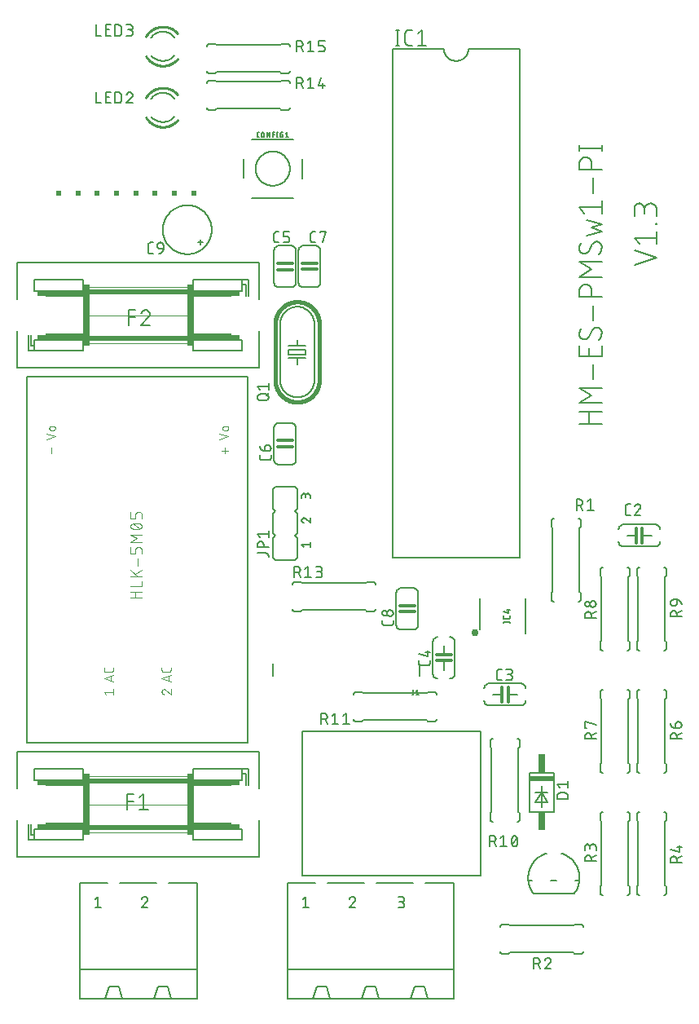
<source format=gbr>
G04 EAGLE Gerber RS-274X export*
G75*
%MOMM*%
%FSLAX34Y34*%
%LPD*%
%INSilkscreen Top*%
%IPPOS*%
%AMOC8*
5,1,8,0,0,1.08239X$1,22.5*%
G01*
%ADD10C,0.203200*%
%ADD11C,0.152400*%
%ADD12C,0.050800*%
%ADD13R,0.635000X1.143000*%
%ADD14R,0.635000X4.064000*%
%ADD15R,10.160000X0.508000*%
%ADD16R,3.937000X0.127000*%
%ADD17R,4.826000X0.508000*%
%ADD18C,0.177800*%
%ADD19C,0.127000*%
%ADD20C,0.101600*%
%ADD21C,0.076200*%
%ADD22R,2.540000X0.508000*%
%ADD23R,0.762000X1.905000*%
%ADD24C,0.762000*%
%ADD25C,0.304800*%
%ADD26C,0.406400*%
%ADD27R,0.508000X0.508000*%
%ADD28C,0.254000*%


D10*
X621284Y572516D02*
X597916Y572516D01*
X608302Y572516D02*
X608302Y585498D01*
X597916Y585498D02*
X621284Y585498D01*
X621284Y594880D02*
X597916Y594880D01*
X610898Y602670D01*
X597916Y610459D01*
X621284Y610459D01*
X612196Y619239D02*
X612196Y634818D01*
X621284Y643528D02*
X621284Y653914D01*
X621284Y643528D02*
X597916Y643528D01*
X597916Y653914D01*
X608302Y651317D02*
X608302Y643528D01*
X621284Y667996D02*
X621282Y668139D01*
X621276Y668282D01*
X621266Y668425D01*
X621252Y668567D01*
X621235Y668709D01*
X621213Y668851D01*
X621188Y668992D01*
X621158Y669132D01*
X621125Y669271D01*
X621088Y669409D01*
X621047Y669546D01*
X621003Y669682D01*
X620954Y669817D01*
X620902Y669950D01*
X620847Y670082D01*
X620787Y670212D01*
X620724Y670341D01*
X620658Y670468D01*
X620588Y670593D01*
X620515Y670715D01*
X620438Y670836D01*
X620358Y670955D01*
X620275Y671071D01*
X620189Y671186D01*
X620100Y671297D01*
X620007Y671407D01*
X619912Y671513D01*
X619813Y671617D01*
X619712Y671718D01*
X619608Y671817D01*
X619502Y671912D01*
X619392Y672005D01*
X619281Y672094D01*
X619166Y672180D01*
X619050Y672263D01*
X618931Y672343D01*
X618810Y672420D01*
X618688Y672493D01*
X618563Y672563D01*
X618436Y672629D01*
X618307Y672692D01*
X618177Y672752D01*
X618045Y672807D01*
X617912Y672859D01*
X617777Y672908D01*
X617641Y672952D01*
X617504Y672993D01*
X617366Y673030D01*
X617227Y673063D01*
X617087Y673093D01*
X616946Y673118D01*
X616804Y673140D01*
X616662Y673157D01*
X616520Y673171D01*
X616377Y673181D01*
X616234Y673187D01*
X616091Y673189D01*
X621284Y667996D02*
X621281Y667734D01*
X621271Y667471D01*
X621256Y667209D01*
X621234Y666948D01*
X621206Y666687D01*
X621171Y666427D01*
X621130Y666167D01*
X621084Y665909D01*
X621031Y665652D01*
X620971Y665396D01*
X620906Y665142D01*
X620835Y664889D01*
X620758Y664639D01*
X620674Y664390D01*
X620585Y664143D01*
X620490Y663898D01*
X620389Y663656D01*
X620282Y663416D01*
X620170Y663179D01*
X620052Y662945D01*
X619928Y662713D01*
X619799Y662485D01*
X619664Y662259D01*
X619524Y662037D01*
X619379Y661818D01*
X619229Y661603D01*
X619073Y661392D01*
X618913Y661184D01*
X618747Y660980D01*
X618577Y660781D01*
X618402Y660585D01*
X618223Y660394D01*
X618038Y660207D01*
X603109Y660856D02*
X602966Y660858D01*
X602823Y660864D01*
X602680Y660874D01*
X602538Y660888D01*
X602396Y660905D01*
X602254Y660927D01*
X602113Y660952D01*
X601973Y660982D01*
X601834Y661015D01*
X601696Y661052D01*
X601559Y661093D01*
X601423Y661137D01*
X601288Y661186D01*
X601155Y661238D01*
X601023Y661293D01*
X600893Y661353D01*
X600764Y661416D01*
X600637Y661482D01*
X600513Y661552D01*
X600390Y661625D01*
X600269Y661702D01*
X600150Y661782D01*
X600034Y661865D01*
X599919Y661951D01*
X599808Y662040D01*
X599698Y662133D01*
X599592Y662228D01*
X599488Y662327D01*
X599387Y662428D01*
X599288Y662532D01*
X599193Y662638D01*
X599100Y662748D01*
X599011Y662859D01*
X598925Y662974D01*
X598842Y663090D01*
X598762Y663209D01*
X598685Y663330D01*
X598612Y663453D01*
X598542Y663577D01*
X598476Y663704D01*
X598413Y663833D01*
X598353Y663963D01*
X598298Y664095D01*
X598246Y664228D01*
X598197Y664363D01*
X598153Y664499D01*
X598112Y664636D01*
X598075Y664774D01*
X598042Y664913D01*
X598012Y665053D01*
X597987Y665194D01*
X597965Y665336D01*
X597948Y665478D01*
X597934Y665620D01*
X597924Y665763D01*
X597918Y665906D01*
X597916Y666049D01*
X597919Y666281D01*
X597927Y666513D01*
X597941Y666745D01*
X597960Y666976D01*
X597985Y667207D01*
X598015Y667437D01*
X598051Y667666D01*
X598092Y667894D01*
X598139Y668122D01*
X598191Y668348D01*
X598249Y668573D01*
X598312Y668796D01*
X598380Y669018D01*
X598453Y669238D01*
X598532Y669456D01*
X598615Y669673D01*
X598704Y669887D01*
X598798Y670099D01*
X598897Y670309D01*
X599001Y670517D01*
X599110Y670721D01*
X599224Y670924D01*
X599343Y671123D01*
X599466Y671320D01*
X599594Y671513D01*
X599726Y671704D01*
X599863Y671891D01*
X607653Y663452D02*
X607578Y663329D01*
X607500Y663208D01*
X607418Y663089D01*
X607334Y662973D01*
X607246Y662859D01*
X607155Y662747D01*
X607061Y662638D01*
X606964Y662531D01*
X606864Y662427D01*
X606762Y662326D01*
X606656Y662227D01*
X606548Y662132D01*
X606438Y662039D01*
X606325Y661950D01*
X606210Y661864D01*
X606092Y661781D01*
X605972Y661701D01*
X605850Y661624D01*
X605726Y661551D01*
X605600Y661481D01*
X605472Y661415D01*
X605342Y661352D01*
X605211Y661293D01*
X605078Y661237D01*
X604943Y661185D01*
X604807Y661137D01*
X604670Y661092D01*
X604532Y661052D01*
X604393Y661015D01*
X604253Y660981D01*
X604112Y660952D01*
X603970Y660927D01*
X603827Y660905D01*
X603684Y660887D01*
X603541Y660874D01*
X603397Y660864D01*
X603253Y660858D01*
X603109Y660856D01*
X611547Y670593D02*
X611622Y670716D01*
X611700Y670837D01*
X611782Y670956D01*
X611866Y671072D01*
X611954Y671186D01*
X612045Y671298D01*
X612139Y671408D01*
X612236Y671514D01*
X612336Y671618D01*
X612438Y671719D01*
X612544Y671818D01*
X612652Y671913D01*
X612762Y672006D01*
X612875Y672095D01*
X612991Y672181D01*
X613108Y672264D01*
X613228Y672344D01*
X613350Y672421D01*
X613474Y672494D01*
X613600Y672564D01*
X613728Y672630D01*
X613858Y672693D01*
X613989Y672752D01*
X614122Y672808D01*
X614257Y672860D01*
X614393Y672908D01*
X614530Y672953D01*
X614668Y672993D01*
X614807Y673030D01*
X614947Y673064D01*
X615088Y673093D01*
X615230Y673118D01*
X615373Y673140D01*
X615516Y673158D01*
X615659Y673171D01*
X615803Y673181D01*
X615947Y673187D01*
X616091Y673189D01*
X611547Y670593D02*
X607653Y663452D01*
X612196Y680483D02*
X612196Y696062D01*
X621284Y704896D02*
X597916Y704896D01*
X597916Y711387D01*
X597918Y711546D01*
X597924Y711705D01*
X597934Y711865D01*
X597947Y712023D01*
X597965Y712182D01*
X597986Y712339D01*
X598012Y712497D01*
X598041Y712653D01*
X598074Y712809D01*
X598111Y712964D01*
X598151Y713118D01*
X598196Y713271D01*
X598244Y713423D01*
X598295Y713574D01*
X598351Y713723D01*
X598410Y713871D01*
X598473Y714017D01*
X598539Y714162D01*
X598609Y714305D01*
X598682Y714447D01*
X598759Y714586D01*
X598839Y714724D01*
X598923Y714860D01*
X599010Y714993D01*
X599100Y715125D01*
X599193Y715254D01*
X599290Y715380D01*
X599389Y715505D01*
X599492Y715627D01*
X599597Y715746D01*
X599706Y715863D01*
X599817Y715977D01*
X599931Y716088D01*
X600048Y716197D01*
X600167Y716302D01*
X600289Y716405D01*
X600414Y716504D01*
X600540Y716601D01*
X600669Y716694D01*
X600801Y716784D01*
X600934Y716871D01*
X601070Y716955D01*
X601208Y717035D01*
X601347Y717112D01*
X601489Y717185D01*
X601632Y717255D01*
X601777Y717321D01*
X601923Y717384D01*
X602071Y717443D01*
X602220Y717499D01*
X602371Y717550D01*
X602523Y717598D01*
X602676Y717643D01*
X602830Y717683D01*
X602985Y717720D01*
X603141Y717753D01*
X603297Y717782D01*
X603455Y717808D01*
X603612Y717829D01*
X603771Y717847D01*
X603929Y717860D01*
X604089Y717870D01*
X604248Y717876D01*
X604407Y717878D01*
X604566Y717876D01*
X604725Y717870D01*
X604885Y717860D01*
X605043Y717847D01*
X605202Y717829D01*
X605359Y717808D01*
X605517Y717782D01*
X605673Y717753D01*
X605829Y717720D01*
X605984Y717683D01*
X606138Y717643D01*
X606291Y717598D01*
X606443Y717550D01*
X606594Y717499D01*
X606743Y717443D01*
X606891Y717384D01*
X607037Y717321D01*
X607182Y717255D01*
X607325Y717185D01*
X607467Y717112D01*
X607606Y717035D01*
X607744Y716955D01*
X607880Y716871D01*
X608013Y716784D01*
X608145Y716694D01*
X608274Y716601D01*
X608400Y716504D01*
X608525Y716405D01*
X608647Y716302D01*
X608766Y716197D01*
X608883Y716088D01*
X608997Y715977D01*
X609108Y715863D01*
X609217Y715746D01*
X609322Y715627D01*
X609425Y715505D01*
X609524Y715380D01*
X609621Y715254D01*
X609714Y715125D01*
X609804Y714993D01*
X609891Y714860D01*
X609975Y714724D01*
X610055Y714586D01*
X610132Y714447D01*
X610205Y714305D01*
X610275Y714162D01*
X610341Y714017D01*
X610404Y713871D01*
X610463Y713723D01*
X610519Y713574D01*
X610570Y713423D01*
X610618Y713271D01*
X610663Y713118D01*
X610703Y712964D01*
X610740Y712809D01*
X610773Y712653D01*
X610802Y712497D01*
X610828Y712339D01*
X610849Y712182D01*
X610867Y712023D01*
X610880Y711865D01*
X610890Y711705D01*
X610896Y711546D01*
X610898Y711387D01*
X610898Y704896D01*
X621284Y725721D02*
X597916Y725721D01*
X610898Y733510D01*
X597916Y741299D01*
X621284Y741299D01*
X621284Y757079D02*
X621282Y757222D01*
X621276Y757365D01*
X621266Y757508D01*
X621252Y757650D01*
X621235Y757792D01*
X621213Y757934D01*
X621188Y758075D01*
X621158Y758215D01*
X621125Y758354D01*
X621088Y758492D01*
X621047Y758629D01*
X621003Y758765D01*
X620954Y758900D01*
X620902Y759033D01*
X620847Y759165D01*
X620787Y759295D01*
X620724Y759424D01*
X620658Y759551D01*
X620588Y759676D01*
X620515Y759798D01*
X620438Y759919D01*
X620358Y760038D01*
X620275Y760154D01*
X620189Y760269D01*
X620100Y760380D01*
X620007Y760490D01*
X619912Y760596D01*
X619813Y760700D01*
X619712Y760801D01*
X619608Y760900D01*
X619502Y760995D01*
X619392Y761088D01*
X619281Y761177D01*
X619166Y761263D01*
X619050Y761346D01*
X618931Y761426D01*
X618810Y761503D01*
X618688Y761576D01*
X618563Y761646D01*
X618436Y761712D01*
X618307Y761775D01*
X618177Y761835D01*
X618045Y761890D01*
X617912Y761942D01*
X617777Y761991D01*
X617641Y762035D01*
X617504Y762076D01*
X617366Y762113D01*
X617227Y762146D01*
X617087Y762176D01*
X616946Y762201D01*
X616804Y762223D01*
X616662Y762240D01*
X616520Y762254D01*
X616377Y762264D01*
X616234Y762270D01*
X616091Y762272D01*
X621284Y757079D02*
X621281Y756817D01*
X621271Y756554D01*
X621256Y756292D01*
X621234Y756031D01*
X621206Y755770D01*
X621171Y755510D01*
X621130Y755250D01*
X621084Y754992D01*
X621031Y754735D01*
X620971Y754479D01*
X620906Y754225D01*
X620835Y753972D01*
X620758Y753722D01*
X620674Y753473D01*
X620585Y753226D01*
X620490Y752981D01*
X620389Y752739D01*
X620282Y752499D01*
X620170Y752262D01*
X620052Y752028D01*
X619928Y751796D01*
X619799Y751568D01*
X619664Y751342D01*
X619524Y751120D01*
X619379Y750901D01*
X619229Y750686D01*
X619073Y750475D01*
X618913Y750267D01*
X618747Y750063D01*
X618577Y749864D01*
X618402Y749668D01*
X618223Y749477D01*
X618038Y749290D01*
X603109Y749939D02*
X602966Y749941D01*
X602823Y749947D01*
X602680Y749957D01*
X602538Y749971D01*
X602396Y749988D01*
X602254Y750010D01*
X602113Y750035D01*
X601973Y750065D01*
X601834Y750098D01*
X601696Y750135D01*
X601559Y750176D01*
X601423Y750220D01*
X601288Y750269D01*
X601155Y750321D01*
X601023Y750376D01*
X600893Y750436D01*
X600764Y750499D01*
X600637Y750565D01*
X600513Y750635D01*
X600390Y750708D01*
X600269Y750785D01*
X600150Y750865D01*
X600034Y750948D01*
X599919Y751034D01*
X599808Y751123D01*
X599698Y751216D01*
X599592Y751311D01*
X599488Y751410D01*
X599387Y751511D01*
X599288Y751615D01*
X599193Y751721D01*
X599100Y751831D01*
X599011Y751942D01*
X598925Y752057D01*
X598842Y752173D01*
X598762Y752292D01*
X598685Y752413D01*
X598612Y752536D01*
X598542Y752660D01*
X598476Y752787D01*
X598413Y752916D01*
X598353Y753046D01*
X598298Y753178D01*
X598246Y753311D01*
X598197Y753446D01*
X598153Y753582D01*
X598112Y753719D01*
X598075Y753857D01*
X598042Y753996D01*
X598012Y754136D01*
X597987Y754277D01*
X597965Y754419D01*
X597948Y754561D01*
X597934Y754703D01*
X597924Y754846D01*
X597918Y754989D01*
X597916Y755132D01*
X597919Y755364D01*
X597927Y755596D01*
X597941Y755828D01*
X597960Y756059D01*
X597985Y756290D01*
X598015Y756520D01*
X598051Y756749D01*
X598092Y756977D01*
X598139Y757205D01*
X598191Y757431D01*
X598249Y757656D01*
X598312Y757879D01*
X598380Y758101D01*
X598453Y758321D01*
X598532Y758539D01*
X598615Y758756D01*
X598704Y758970D01*
X598798Y759182D01*
X598897Y759392D01*
X599001Y759600D01*
X599110Y759804D01*
X599224Y760007D01*
X599343Y760206D01*
X599466Y760403D01*
X599594Y760596D01*
X599726Y760787D01*
X599863Y760974D01*
X607653Y752535D02*
X607578Y752412D01*
X607500Y752291D01*
X607418Y752172D01*
X607334Y752056D01*
X607246Y751942D01*
X607155Y751830D01*
X607061Y751721D01*
X606964Y751614D01*
X606864Y751510D01*
X606762Y751409D01*
X606656Y751310D01*
X606548Y751215D01*
X606438Y751122D01*
X606325Y751033D01*
X606210Y750947D01*
X606092Y750864D01*
X605972Y750784D01*
X605850Y750707D01*
X605726Y750634D01*
X605600Y750564D01*
X605472Y750498D01*
X605342Y750435D01*
X605211Y750376D01*
X605078Y750320D01*
X604943Y750268D01*
X604807Y750220D01*
X604670Y750175D01*
X604532Y750135D01*
X604393Y750098D01*
X604253Y750064D01*
X604112Y750035D01*
X603970Y750010D01*
X603827Y749988D01*
X603684Y749970D01*
X603541Y749957D01*
X603397Y749947D01*
X603253Y749941D01*
X603109Y749939D01*
X611547Y759676D02*
X611622Y759799D01*
X611700Y759920D01*
X611782Y760039D01*
X611866Y760155D01*
X611954Y760269D01*
X612045Y760381D01*
X612139Y760491D01*
X612236Y760597D01*
X612336Y760701D01*
X612438Y760802D01*
X612544Y760901D01*
X612652Y760996D01*
X612762Y761089D01*
X612875Y761178D01*
X612991Y761264D01*
X613108Y761347D01*
X613228Y761427D01*
X613350Y761504D01*
X613474Y761577D01*
X613600Y761647D01*
X613728Y761713D01*
X613858Y761776D01*
X613989Y761835D01*
X614122Y761891D01*
X614257Y761943D01*
X614393Y761991D01*
X614530Y762036D01*
X614668Y762076D01*
X614807Y762113D01*
X614947Y762147D01*
X615088Y762176D01*
X615230Y762201D01*
X615373Y762223D01*
X615516Y762241D01*
X615659Y762254D01*
X615803Y762264D01*
X615947Y762270D01*
X616091Y762272D01*
X611547Y759675D02*
X607653Y752535D01*
X605705Y768870D02*
X621284Y772765D01*
X610898Y776659D01*
X621284Y780554D01*
X605705Y784449D01*
X603109Y791743D02*
X597916Y798234D01*
X621284Y798234D01*
X621284Y791743D02*
X621284Y804725D01*
X612196Y812715D02*
X612196Y828294D01*
X621284Y837128D02*
X597916Y837128D01*
X597916Y843619D01*
X597918Y843778D01*
X597924Y843937D01*
X597934Y844097D01*
X597947Y844255D01*
X597965Y844414D01*
X597986Y844571D01*
X598012Y844729D01*
X598041Y844885D01*
X598074Y845041D01*
X598111Y845196D01*
X598151Y845350D01*
X598196Y845503D01*
X598244Y845655D01*
X598295Y845806D01*
X598351Y845955D01*
X598410Y846103D01*
X598473Y846249D01*
X598539Y846394D01*
X598609Y846537D01*
X598682Y846679D01*
X598759Y846818D01*
X598839Y846956D01*
X598923Y847092D01*
X599010Y847225D01*
X599100Y847357D01*
X599193Y847486D01*
X599290Y847612D01*
X599389Y847737D01*
X599492Y847859D01*
X599597Y847978D01*
X599706Y848095D01*
X599817Y848209D01*
X599931Y848320D01*
X600048Y848429D01*
X600167Y848534D01*
X600289Y848637D01*
X600414Y848736D01*
X600540Y848833D01*
X600669Y848926D01*
X600801Y849016D01*
X600934Y849103D01*
X601070Y849187D01*
X601208Y849267D01*
X601347Y849344D01*
X601489Y849417D01*
X601632Y849487D01*
X601777Y849553D01*
X601923Y849616D01*
X602071Y849675D01*
X602220Y849731D01*
X602371Y849782D01*
X602523Y849830D01*
X602676Y849875D01*
X602830Y849915D01*
X602985Y849952D01*
X603141Y849985D01*
X603297Y850014D01*
X603455Y850040D01*
X603612Y850061D01*
X603771Y850079D01*
X603929Y850092D01*
X604089Y850102D01*
X604248Y850108D01*
X604407Y850110D01*
X604566Y850108D01*
X604725Y850102D01*
X604885Y850092D01*
X605043Y850079D01*
X605202Y850061D01*
X605359Y850040D01*
X605517Y850014D01*
X605673Y849985D01*
X605829Y849952D01*
X605984Y849915D01*
X606138Y849875D01*
X606291Y849830D01*
X606443Y849782D01*
X606594Y849731D01*
X606743Y849675D01*
X606891Y849616D01*
X607037Y849553D01*
X607182Y849487D01*
X607325Y849417D01*
X607467Y849344D01*
X607606Y849267D01*
X607744Y849187D01*
X607880Y849103D01*
X608013Y849016D01*
X608145Y848926D01*
X608274Y848833D01*
X608400Y848736D01*
X608525Y848637D01*
X608647Y848534D01*
X608766Y848429D01*
X608883Y848320D01*
X608997Y848209D01*
X609108Y848095D01*
X609217Y847978D01*
X609322Y847859D01*
X609425Y847737D01*
X609524Y847612D01*
X609621Y847486D01*
X609714Y847357D01*
X609804Y847225D01*
X609891Y847092D01*
X609975Y846956D01*
X610055Y846818D01*
X610132Y846679D01*
X610205Y846537D01*
X610275Y846394D01*
X610341Y846249D01*
X610404Y846103D01*
X610463Y845955D01*
X610519Y845806D01*
X610570Y845655D01*
X610618Y845503D01*
X610663Y845350D01*
X610703Y845196D01*
X610740Y845041D01*
X610773Y844885D01*
X610802Y844729D01*
X610828Y844571D01*
X610849Y844414D01*
X610867Y844255D01*
X610880Y844097D01*
X610890Y843937D01*
X610896Y843778D01*
X610898Y843619D01*
X610898Y837128D01*
X621284Y859478D02*
X597916Y859478D01*
X621284Y856882D02*
X621284Y862075D01*
X597916Y862075D02*
X597916Y856882D01*
X655066Y737616D02*
X678434Y745405D01*
X655066Y753195D01*
X660259Y759793D02*
X655066Y766284D01*
X678434Y766284D01*
X678434Y759793D02*
X678434Y772775D01*
X678434Y780250D02*
X677136Y780250D01*
X677136Y781548D01*
X678434Y781548D01*
X678434Y780250D01*
X678434Y789023D02*
X678434Y795514D01*
X678432Y795673D01*
X678426Y795832D01*
X678416Y795992D01*
X678403Y796150D01*
X678385Y796309D01*
X678364Y796466D01*
X678338Y796624D01*
X678309Y796780D01*
X678276Y796936D01*
X678239Y797091D01*
X678199Y797245D01*
X678154Y797398D01*
X678106Y797550D01*
X678055Y797701D01*
X677999Y797850D01*
X677940Y797998D01*
X677877Y798144D01*
X677811Y798289D01*
X677741Y798432D01*
X677668Y798574D01*
X677591Y798713D01*
X677511Y798851D01*
X677427Y798987D01*
X677340Y799120D01*
X677250Y799252D01*
X677157Y799381D01*
X677060Y799507D01*
X676961Y799632D01*
X676858Y799754D01*
X676753Y799873D01*
X676644Y799990D01*
X676533Y800104D01*
X676419Y800215D01*
X676302Y800324D01*
X676183Y800429D01*
X676061Y800532D01*
X675936Y800631D01*
X675810Y800728D01*
X675681Y800821D01*
X675549Y800911D01*
X675416Y800998D01*
X675280Y801082D01*
X675142Y801162D01*
X675003Y801239D01*
X674861Y801312D01*
X674718Y801382D01*
X674573Y801448D01*
X674427Y801511D01*
X674279Y801570D01*
X674130Y801626D01*
X673979Y801677D01*
X673827Y801725D01*
X673674Y801770D01*
X673520Y801810D01*
X673365Y801847D01*
X673209Y801880D01*
X673053Y801909D01*
X672895Y801935D01*
X672738Y801956D01*
X672579Y801974D01*
X672421Y801987D01*
X672261Y801997D01*
X672102Y802003D01*
X671943Y802005D01*
X671784Y802003D01*
X671625Y801997D01*
X671465Y801987D01*
X671307Y801974D01*
X671148Y801956D01*
X670991Y801935D01*
X670833Y801909D01*
X670677Y801880D01*
X670521Y801847D01*
X670366Y801810D01*
X670212Y801770D01*
X670059Y801725D01*
X669907Y801677D01*
X669756Y801626D01*
X669607Y801570D01*
X669459Y801511D01*
X669313Y801448D01*
X669168Y801382D01*
X669025Y801312D01*
X668883Y801239D01*
X668744Y801162D01*
X668606Y801082D01*
X668470Y800998D01*
X668337Y800911D01*
X668205Y800821D01*
X668076Y800728D01*
X667950Y800631D01*
X667825Y800532D01*
X667703Y800429D01*
X667584Y800324D01*
X667467Y800215D01*
X667353Y800104D01*
X667242Y799990D01*
X667133Y799873D01*
X667028Y799754D01*
X666925Y799632D01*
X666826Y799507D01*
X666729Y799381D01*
X666636Y799252D01*
X666546Y799120D01*
X666459Y798987D01*
X666375Y798851D01*
X666295Y798713D01*
X666218Y798574D01*
X666145Y798432D01*
X666075Y798289D01*
X666009Y798144D01*
X665946Y797998D01*
X665887Y797850D01*
X665831Y797701D01*
X665780Y797550D01*
X665732Y797398D01*
X665687Y797245D01*
X665647Y797091D01*
X665610Y796936D01*
X665577Y796780D01*
X665548Y796624D01*
X665522Y796466D01*
X665501Y796309D01*
X665483Y796150D01*
X665470Y795992D01*
X665460Y795832D01*
X665454Y795673D01*
X665452Y795514D01*
X655066Y796813D02*
X655066Y789023D01*
X655066Y796813D02*
X655068Y796956D01*
X655074Y797099D01*
X655084Y797242D01*
X655098Y797384D01*
X655115Y797526D01*
X655137Y797668D01*
X655162Y797809D01*
X655192Y797949D01*
X655225Y798088D01*
X655262Y798226D01*
X655303Y798363D01*
X655347Y798499D01*
X655396Y798634D01*
X655448Y798767D01*
X655503Y798899D01*
X655563Y799029D01*
X655626Y799158D01*
X655692Y799285D01*
X655762Y799410D01*
X655835Y799532D01*
X655912Y799653D01*
X655992Y799772D01*
X656075Y799888D01*
X656161Y800003D01*
X656250Y800114D01*
X656343Y800224D01*
X656438Y800330D01*
X656537Y800434D01*
X656638Y800535D01*
X656742Y800634D01*
X656848Y800729D01*
X656958Y800822D01*
X657069Y800911D01*
X657184Y800997D01*
X657300Y801080D01*
X657419Y801160D01*
X657540Y801237D01*
X657663Y801310D01*
X657787Y801380D01*
X657914Y801446D01*
X658043Y801509D01*
X658173Y801569D01*
X658305Y801624D01*
X658438Y801676D01*
X658573Y801725D01*
X658709Y801769D01*
X658846Y801810D01*
X658984Y801847D01*
X659123Y801880D01*
X659263Y801910D01*
X659404Y801935D01*
X659546Y801957D01*
X659688Y801974D01*
X659830Y801988D01*
X659973Y801998D01*
X660116Y802004D01*
X660259Y802006D01*
X660402Y802004D01*
X660545Y801998D01*
X660688Y801988D01*
X660830Y801974D01*
X660972Y801957D01*
X661114Y801935D01*
X661255Y801910D01*
X661395Y801880D01*
X661534Y801847D01*
X661672Y801810D01*
X661809Y801769D01*
X661945Y801725D01*
X662080Y801676D01*
X662213Y801624D01*
X662345Y801569D01*
X662475Y801509D01*
X662604Y801446D01*
X662731Y801380D01*
X662856Y801310D01*
X662978Y801237D01*
X663099Y801160D01*
X663218Y801080D01*
X663334Y800997D01*
X663449Y800911D01*
X663560Y800822D01*
X663670Y800729D01*
X663776Y800634D01*
X663880Y800535D01*
X663981Y800434D01*
X664080Y800330D01*
X664175Y800224D01*
X664268Y800114D01*
X664357Y800003D01*
X664443Y799888D01*
X664526Y799772D01*
X664606Y799653D01*
X664683Y799532D01*
X664756Y799410D01*
X664826Y799285D01*
X664892Y799158D01*
X664955Y799029D01*
X665015Y798899D01*
X665070Y798767D01*
X665122Y798634D01*
X665171Y798499D01*
X665215Y798363D01*
X665256Y798226D01*
X665293Y798088D01*
X665326Y797949D01*
X665356Y797809D01*
X665381Y797668D01*
X665403Y797526D01*
X665420Y797384D01*
X665434Y797242D01*
X665444Y797099D01*
X665450Y796956D01*
X665452Y796813D01*
X665452Y791620D01*
D11*
X265430Y123190D02*
X13970Y123190D01*
X13970Y232410D02*
X265430Y232410D01*
D12*
X190500Y148590D02*
X88900Y148590D01*
X88900Y207010D02*
X190500Y207010D01*
D11*
X82550Y214630D02*
X31750Y214630D01*
X31750Y146050D02*
X31750Y140970D01*
X31750Y152400D02*
X82550Y152400D01*
X31750Y203200D02*
X31750Y214630D01*
X31750Y203200D02*
X82550Y203200D01*
X82550Y140970D02*
X31750Y140970D01*
X82550Y140970D02*
X82550Y152400D01*
X31750Y140970D02*
X25400Y140970D01*
X25400Y157480D01*
X27940Y157480D02*
X27940Y146050D01*
X31750Y146050D01*
X31750Y152400D01*
X82550Y203200D02*
X82550Y214630D01*
X196850Y140970D02*
X247650Y140970D01*
X247650Y209550D02*
X247650Y214630D01*
X247650Y203200D02*
X196850Y203200D01*
X247650Y152400D02*
X247650Y140970D01*
X247650Y152400D02*
X196850Y152400D01*
X196850Y214630D02*
X247650Y214630D01*
X196850Y214630D02*
X196850Y203200D01*
X247650Y214630D02*
X254000Y214630D01*
X254000Y198120D01*
X251460Y198120D02*
X251460Y209550D01*
X247650Y209550D01*
X247650Y203200D01*
X196850Y152400D02*
X196850Y140970D01*
D12*
X191770Y177800D02*
X87630Y177800D01*
D11*
X265430Y194310D02*
X265430Y232410D01*
X265430Y161290D02*
X265430Y123190D01*
X13970Y194310D02*
X13970Y232410D01*
X13970Y161290D02*
X13970Y123190D01*
D13*
X85725Y151765D03*
X85725Y203835D03*
D14*
X85725Y177800D03*
D13*
X193675Y203835D03*
X193675Y151765D03*
D14*
X193675Y177800D03*
D15*
X139700Y201930D03*
X139700Y153670D03*
D16*
X216535Y158115D03*
X216535Y197485D03*
X62865Y197485D03*
X62865Y158115D03*
D17*
X58420Y154940D03*
X58420Y200660D03*
X220980Y200660D03*
X220980Y154940D03*
D18*
X127889Y172339D02*
X127889Y188341D01*
X135001Y188341D01*
X135001Y181229D02*
X127889Y181229D01*
X140882Y184785D02*
X145327Y188341D01*
X145327Y172339D01*
X140882Y172339D02*
X149772Y172339D01*
D11*
X265430Y740410D02*
X13970Y740410D01*
X13970Y631190D02*
X265430Y631190D01*
D12*
X190500Y715010D02*
X88900Y715010D01*
X88900Y656590D02*
X190500Y656590D01*
D11*
X196850Y648970D02*
X247650Y648970D01*
X247650Y717550D02*
X247650Y722630D01*
X247650Y711200D02*
X196850Y711200D01*
X247650Y660400D02*
X247650Y648970D01*
X247650Y660400D02*
X196850Y660400D01*
X196850Y722630D02*
X247650Y722630D01*
X196850Y722630D02*
X196850Y711200D01*
X247650Y722630D02*
X254000Y722630D01*
X254000Y706120D01*
X251460Y706120D02*
X251460Y717550D01*
X247650Y717550D01*
X247650Y711200D01*
X196850Y660400D02*
X196850Y648970D01*
X82550Y722630D02*
X31750Y722630D01*
X31750Y654050D02*
X31750Y648970D01*
X31750Y660400D02*
X82550Y660400D01*
X31750Y711200D02*
X31750Y722630D01*
X31750Y711200D02*
X82550Y711200D01*
X82550Y648970D02*
X31750Y648970D01*
X82550Y648970D02*
X82550Y660400D01*
X31750Y648970D02*
X25400Y648970D01*
X25400Y665480D01*
X27940Y665480D02*
X27940Y654050D01*
X31750Y654050D01*
X31750Y660400D01*
X82550Y711200D02*
X82550Y722630D01*
D12*
X87630Y685800D02*
X191770Y685800D01*
D11*
X13970Y669290D02*
X13970Y631190D01*
X13970Y702310D02*
X13970Y740410D01*
X265430Y669290D02*
X265430Y631190D01*
X265430Y702310D02*
X265430Y740410D01*
D13*
X193675Y711835D03*
X193675Y659765D03*
D14*
X193675Y685800D03*
D13*
X85725Y659765D03*
X85725Y711835D03*
D14*
X85725Y685800D03*
D15*
X139700Y661670D03*
X139700Y709930D03*
D16*
X62865Y705485D03*
X62865Y666115D03*
X216535Y666115D03*
X216535Y705485D03*
D17*
X220980Y708660D03*
X220980Y662940D03*
X58420Y662940D03*
X58420Y708660D03*
D18*
X129628Y691261D02*
X129628Y675259D01*
X129628Y691261D02*
X136740Y691261D01*
X136740Y684149D02*
X129628Y684149D01*
X147511Y691262D02*
X147637Y691260D01*
X147762Y691254D01*
X147888Y691244D01*
X148012Y691230D01*
X148137Y691213D01*
X148261Y691191D01*
X148384Y691166D01*
X148506Y691136D01*
X148627Y691103D01*
X148747Y691066D01*
X148866Y691025D01*
X148984Y690981D01*
X149100Y690933D01*
X149215Y690881D01*
X149327Y690826D01*
X149438Y690767D01*
X149548Y690705D01*
X149655Y690639D01*
X149760Y690570D01*
X149863Y690498D01*
X149963Y690422D01*
X150061Y690344D01*
X150157Y690262D01*
X150250Y690178D01*
X150340Y690090D01*
X150428Y690000D01*
X150512Y689907D01*
X150594Y689811D01*
X150672Y689713D01*
X150748Y689613D01*
X150820Y689510D01*
X150889Y689405D01*
X150955Y689298D01*
X151017Y689188D01*
X151076Y689077D01*
X151131Y688965D01*
X151183Y688850D01*
X151231Y688734D01*
X151275Y688616D01*
X151316Y688497D01*
X151353Y688377D01*
X151386Y688256D01*
X151416Y688134D01*
X151441Y688011D01*
X151463Y687887D01*
X151480Y687762D01*
X151494Y687638D01*
X151504Y687512D01*
X151510Y687387D01*
X151512Y687261D01*
X147511Y691261D02*
X147370Y691259D01*
X147230Y691253D01*
X147090Y691244D01*
X146950Y691230D01*
X146811Y691213D01*
X146672Y691192D01*
X146533Y691167D01*
X146396Y691139D01*
X146259Y691106D01*
X146123Y691070D01*
X145988Y691030D01*
X145855Y690987D01*
X145722Y690940D01*
X145591Y690889D01*
X145462Y690835D01*
X145334Y690777D01*
X145207Y690716D01*
X145082Y690651D01*
X144960Y690583D01*
X144839Y690512D01*
X144719Y690437D01*
X144603Y690359D01*
X144488Y690278D01*
X144375Y690194D01*
X144265Y690106D01*
X144157Y690016D01*
X144052Y689923D01*
X143950Y689827D01*
X143850Y689728D01*
X143752Y689627D01*
X143658Y689523D01*
X143566Y689416D01*
X143478Y689307D01*
X143392Y689196D01*
X143310Y689082D01*
X143230Y688966D01*
X143154Y688848D01*
X143081Y688728D01*
X143012Y688606D01*
X142945Y688482D01*
X142882Y688356D01*
X142823Y688229D01*
X142767Y688100D01*
X142715Y687970D01*
X142666Y687838D01*
X142621Y687705D01*
X150177Y684149D02*
X150269Y684240D01*
X150359Y684333D01*
X150445Y684428D01*
X150529Y684526D01*
X150609Y684627D01*
X150687Y684730D01*
X150761Y684835D01*
X150832Y684943D01*
X150900Y685052D01*
X150964Y685164D01*
X151026Y685277D01*
X151083Y685392D01*
X151138Y685509D01*
X151189Y685628D01*
X151236Y685748D01*
X151279Y685869D01*
X151319Y685991D01*
X151355Y686115D01*
X151388Y686240D01*
X151417Y686365D01*
X151442Y686492D01*
X151463Y686619D01*
X151480Y686747D01*
X151494Y686875D01*
X151503Y687003D01*
X151509Y687132D01*
X151511Y687261D01*
X150178Y684149D02*
X142621Y675259D01*
X151511Y675259D01*
D19*
X253700Y241800D02*
X23700Y241800D01*
X253700Y241800D02*
X253700Y621800D01*
X23700Y621800D01*
X23700Y241800D01*
D20*
X131508Y392308D02*
X143192Y392308D01*
X136701Y392308D02*
X136701Y398799D01*
X131508Y398799D02*
X143192Y398799D01*
X143192Y404523D02*
X131508Y404523D01*
X143192Y404523D02*
X143192Y409715D01*
X143192Y414575D02*
X131508Y414575D01*
X131508Y421066D02*
X138648Y414575D01*
X136052Y417172D02*
X143192Y421066D01*
X138648Y425568D02*
X138648Y433357D01*
X143192Y438409D02*
X143192Y442304D01*
X143190Y442403D01*
X143184Y442503D01*
X143175Y442602D01*
X143162Y442700D01*
X143145Y442798D01*
X143124Y442896D01*
X143099Y442992D01*
X143071Y443087D01*
X143039Y443181D01*
X143004Y443274D01*
X142965Y443366D01*
X142922Y443456D01*
X142877Y443544D01*
X142827Y443631D01*
X142775Y443715D01*
X142719Y443798D01*
X142661Y443878D01*
X142599Y443956D01*
X142534Y444031D01*
X142466Y444104D01*
X142396Y444174D01*
X142323Y444242D01*
X142248Y444307D01*
X142170Y444369D01*
X142090Y444427D01*
X142007Y444483D01*
X141923Y444535D01*
X141836Y444585D01*
X141748Y444630D01*
X141658Y444673D01*
X141566Y444712D01*
X141473Y444747D01*
X141379Y444779D01*
X141284Y444807D01*
X141188Y444832D01*
X141090Y444853D01*
X140992Y444870D01*
X140894Y444883D01*
X140795Y444892D01*
X140695Y444898D01*
X140596Y444900D01*
X139297Y444900D01*
X139198Y444898D01*
X139098Y444892D01*
X138999Y444883D01*
X138901Y444870D01*
X138803Y444853D01*
X138705Y444832D01*
X138609Y444807D01*
X138514Y444779D01*
X138420Y444747D01*
X138327Y444712D01*
X138235Y444673D01*
X138145Y444630D01*
X138057Y444585D01*
X137970Y444535D01*
X137886Y444483D01*
X137803Y444427D01*
X137723Y444369D01*
X137645Y444307D01*
X137570Y444242D01*
X137497Y444174D01*
X137427Y444104D01*
X137359Y444031D01*
X137294Y443956D01*
X137232Y443878D01*
X137174Y443798D01*
X137118Y443715D01*
X137066Y443631D01*
X137016Y443544D01*
X136971Y443456D01*
X136928Y443366D01*
X136889Y443274D01*
X136854Y443181D01*
X136822Y443087D01*
X136794Y442992D01*
X136769Y442896D01*
X136748Y442798D01*
X136731Y442700D01*
X136718Y442602D01*
X136709Y442503D01*
X136703Y442403D01*
X136701Y442304D01*
X136701Y438409D01*
X131508Y438409D01*
X131508Y444900D01*
X131508Y450333D02*
X143192Y450333D01*
X137999Y454227D02*
X131508Y450333D01*
X137999Y454227D02*
X131508Y458122D01*
X143192Y458122D01*
X137350Y463555D02*
X137120Y463558D01*
X136890Y463566D01*
X136661Y463580D01*
X136432Y463599D01*
X136203Y463624D01*
X135975Y463654D01*
X135748Y463689D01*
X135522Y463730D01*
X135297Y463776D01*
X135073Y463828D01*
X134850Y463885D01*
X134629Y463947D01*
X134409Y464015D01*
X134191Y464088D01*
X133975Y464166D01*
X133761Y464249D01*
X133549Y464337D01*
X133338Y464430D01*
X133131Y464529D01*
X133131Y464528D02*
X133041Y464561D01*
X132952Y464597D01*
X132864Y464637D01*
X132779Y464681D01*
X132695Y464728D01*
X132613Y464778D01*
X132533Y464832D01*
X132456Y464888D01*
X132380Y464948D01*
X132307Y465011D01*
X132237Y465076D01*
X132169Y465145D01*
X132105Y465216D01*
X132043Y465289D01*
X131984Y465365D01*
X131928Y465443D01*
X131875Y465524D01*
X131826Y465606D01*
X131780Y465690D01*
X131737Y465777D01*
X131698Y465864D01*
X131662Y465954D01*
X131630Y466044D01*
X131602Y466136D01*
X131577Y466229D01*
X131556Y466323D01*
X131539Y466417D01*
X131525Y466512D01*
X131516Y466608D01*
X131510Y466704D01*
X131508Y466800D01*
X131510Y466896D01*
X131516Y466992D01*
X131525Y467088D01*
X131539Y467183D01*
X131556Y467277D01*
X131577Y467371D01*
X131602Y467464D01*
X131630Y467556D01*
X131662Y467646D01*
X131698Y467736D01*
X131737Y467824D01*
X131780Y467910D01*
X131826Y467994D01*
X131875Y468076D01*
X131928Y468157D01*
X131984Y468235D01*
X132043Y468311D01*
X132105Y468384D01*
X132169Y468455D01*
X132237Y468524D01*
X132307Y468589D01*
X132380Y468652D01*
X132456Y468712D01*
X132533Y468768D01*
X132613Y468822D01*
X132695Y468872D01*
X132779Y468919D01*
X132864Y468963D01*
X132952Y469003D01*
X133041Y469039D01*
X133131Y469072D01*
X133338Y469171D01*
X133549Y469264D01*
X133761Y469352D01*
X133975Y469435D01*
X134191Y469513D01*
X134409Y469586D01*
X134629Y469654D01*
X134850Y469716D01*
X135073Y469773D01*
X135297Y469825D01*
X135522Y469871D01*
X135748Y469912D01*
X135975Y469947D01*
X136203Y469977D01*
X136432Y470002D01*
X136661Y470021D01*
X136890Y470035D01*
X137120Y470043D01*
X137350Y470046D01*
X137350Y463555D02*
X137580Y463558D01*
X137810Y463566D01*
X138039Y463580D01*
X138268Y463599D01*
X138497Y463624D01*
X138725Y463654D01*
X138952Y463689D01*
X139178Y463730D01*
X139403Y463776D01*
X139627Y463828D01*
X139850Y463885D01*
X140071Y463947D01*
X140291Y464015D01*
X140509Y464088D01*
X140725Y464166D01*
X140939Y464249D01*
X141151Y464337D01*
X141362Y464430D01*
X141569Y464529D01*
X141569Y464528D02*
X141659Y464561D01*
X141748Y464597D01*
X141836Y464638D01*
X141921Y464681D01*
X142005Y464728D01*
X142087Y464778D01*
X142167Y464832D01*
X142244Y464888D01*
X142320Y464948D01*
X142393Y465011D01*
X142463Y465076D01*
X142531Y465145D01*
X142595Y465216D01*
X142657Y465289D01*
X142716Y465365D01*
X142772Y465443D01*
X142825Y465524D01*
X142874Y465606D01*
X142920Y465690D01*
X142963Y465777D01*
X143002Y465864D01*
X143038Y465954D01*
X143070Y466044D01*
X143098Y466136D01*
X143123Y466229D01*
X143144Y466323D01*
X143161Y466417D01*
X143175Y466512D01*
X143184Y466608D01*
X143190Y466704D01*
X143192Y466800D01*
X141569Y469072D02*
X141362Y469171D01*
X141151Y469264D01*
X140939Y469352D01*
X140725Y469435D01*
X140509Y469513D01*
X140291Y469586D01*
X140071Y469654D01*
X139850Y469716D01*
X139627Y469773D01*
X139403Y469825D01*
X139178Y469871D01*
X138952Y469912D01*
X138725Y469947D01*
X138497Y469977D01*
X138268Y470002D01*
X138039Y470021D01*
X137810Y470035D01*
X137580Y470043D01*
X137350Y470046D01*
X141569Y469072D02*
X141659Y469039D01*
X141748Y469003D01*
X141836Y468963D01*
X141921Y468919D01*
X142005Y468872D01*
X142087Y468822D01*
X142167Y468768D01*
X142244Y468712D01*
X142320Y468652D01*
X142393Y468589D01*
X142463Y468524D01*
X142531Y468455D01*
X142595Y468384D01*
X142657Y468311D01*
X142716Y468235D01*
X142772Y468157D01*
X142825Y468076D01*
X142874Y467994D01*
X142920Y467910D01*
X142963Y467823D01*
X143002Y467736D01*
X143038Y467646D01*
X143070Y467556D01*
X143098Y467464D01*
X143123Y467371D01*
X143144Y467277D01*
X143161Y467183D01*
X143175Y467088D01*
X143184Y466992D01*
X143190Y466896D01*
X143192Y466800D01*
X140596Y464204D02*
X134104Y469397D01*
X143192Y474985D02*
X143192Y478880D01*
X143190Y478979D01*
X143184Y479079D01*
X143175Y479178D01*
X143162Y479276D01*
X143145Y479374D01*
X143124Y479472D01*
X143099Y479568D01*
X143071Y479663D01*
X143039Y479757D01*
X143004Y479850D01*
X142965Y479942D01*
X142922Y480032D01*
X142877Y480120D01*
X142827Y480207D01*
X142775Y480291D01*
X142719Y480374D01*
X142661Y480454D01*
X142599Y480532D01*
X142534Y480607D01*
X142466Y480680D01*
X142396Y480750D01*
X142323Y480818D01*
X142248Y480883D01*
X142170Y480945D01*
X142090Y481003D01*
X142007Y481059D01*
X141923Y481111D01*
X141836Y481161D01*
X141748Y481206D01*
X141658Y481249D01*
X141566Y481288D01*
X141473Y481323D01*
X141379Y481355D01*
X141284Y481383D01*
X141188Y481408D01*
X141090Y481429D01*
X140992Y481446D01*
X140894Y481459D01*
X140795Y481468D01*
X140695Y481474D01*
X140596Y481476D01*
X139297Y481476D01*
X139198Y481474D01*
X139098Y481468D01*
X138999Y481459D01*
X138901Y481446D01*
X138803Y481429D01*
X138705Y481408D01*
X138609Y481383D01*
X138514Y481355D01*
X138420Y481323D01*
X138327Y481288D01*
X138235Y481249D01*
X138145Y481206D01*
X138057Y481161D01*
X137970Y481111D01*
X137886Y481059D01*
X137803Y481003D01*
X137723Y480945D01*
X137645Y480883D01*
X137570Y480818D01*
X137497Y480750D01*
X137427Y480680D01*
X137359Y480607D01*
X137294Y480532D01*
X137232Y480454D01*
X137174Y480374D01*
X137118Y480291D01*
X137066Y480207D01*
X137016Y480120D01*
X136971Y480032D01*
X136928Y479942D01*
X136889Y479850D01*
X136854Y479757D01*
X136822Y479663D01*
X136794Y479568D01*
X136769Y479472D01*
X136748Y479374D01*
X136731Y479276D01*
X136718Y479178D01*
X136709Y479079D01*
X136703Y478979D01*
X136701Y478880D01*
X136701Y474985D01*
X131508Y474985D01*
X131508Y481476D01*
D21*
X103921Y294792D02*
X106009Y292181D01*
X103921Y294792D02*
X113319Y294792D01*
X113319Y297402D02*
X113319Y292181D01*
X113319Y305680D02*
X103921Y308812D01*
X113319Y311945D01*
X110970Y311162D02*
X110970Y306463D01*
X113319Y317408D02*
X113319Y319497D01*
X113319Y317408D02*
X113317Y317319D01*
X113311Y317231D01*
X113302Y317143D01*
X113289Y317055D01*
X113272Y316968D01*
X113252Y316882D01*
X113227Y316797D01*
X113200Y316712D01*
X113168Y316629D01*
X113134Y316548D01*
X113095Y316468D01*
X113054Y316390D01*
X113009Y316313D01*
X112961Y316239D01*
X112910Y316166D01*
X112856Y316096D01*
X112798Y316029D01*
X112738Y315963D01*
X112676Y315901D01*
X112610Y315841D01*
X112543Y315783D01*
X112473Y315729D01*
X112400Y315678D01*
X112326Y315630D01*
X112249Y315585D01*
X112171Y315544D01*
X112091Y315505D01*
X112010Y315471D01*
X111927Y315439D01*
X111842Y315412D01*
X111757Y315387D01*
X111671Y315367D01*
X111584Y315350D01*
X111496Y315337D01*
X111408Y315328D01*
X111320Y315322D01*
X111231Y315320D01*
X106009Y315320D01*
X106009Y315319D02*
X105918Y315321D01*
X105827Y315327D01*
X105736Y315337D01*
X105646Y315351D01*
X105557Y315369D01*
X105468Y315390D01*
X105381Y315416D01*
X105295Y315445D01*
X105210Y315478D01*
X105126Y315515D01*
X105044Y315555D01*
X104965Y315599D01*
X104887Y315646D01*
X104811Y315697D01*
X104737Y315751D01*
X104666Y315808D01*
X104598Y315868D01*
X104532Y315931D01*
X104469Y315997D01*
X104409Y316065D01*
X104352Y316136D01*
X104298Y316210D01*
X104247Y316286D01*
X104200Y316363D01*
X104156Y316443D01*
X104116Y316525D01*
X104079Y316609D01*
X104046Y316693D01*
X104017Y316780D01*
X103991Y316867D01*
X103970Y316956D01*
X103952Y317045D01*
X103938Y317135D01*
X103928Y317226D01*
X103922Y317317D01*
X103920Y317408D01*
X103921Y317408D02*
X103921Y319497D01*
X163921Y295053D02*
X163923Y295148D01*
X163929Y295242D01*
X163938Y295336D01*
X163951Y295430D01*
X163968Y295523D01*
X163989Y295615D01*
X164014Y295707D01*
X164042Y295797D01*
X164074Y295886D01*
X164109Y295974D01*
X164148Y296060D01*
X164190Y296145D01*
X164236Y296228D01*
X164285Y296309D01*
X164337Y296388D01*
X164392Y296465D01*
X164451Y296539D01*
X164512Y296611D01*
X164576Y296681D01*
X164643Y296748D01*
X164713Y296812D01*
X164785Y296873D01*
X164859Y296932D01*
X164936Y296987D01*
X165015Y297039D01*
X165096Y297088D01*
X165179Y297134D01*
X165264Y297176D01*
X165350Y297215D01*
X165438Y297250D01*
X165527Y297282D01*
X165617Y297310D01*
X165709Y297335D01*
X165801Y297356D01*
X165894Y297373D01*
X165988Y297386D01*
X166082Y297395D01*
X166176Y297401D01*
X166271Y297403D01*
X163921Y295053D02*
X163923Y294945D01*
X163929Y294836D01*
X163939Y294728D01*
X163952Y294621D01*
X163970Y294514D01*
X163991Y294407D01*
X164016Y294302D01*
X164045Y294197D01*
X164077Y294094D01*
X164114Y293992D01*
X164154Y293891D01*
X164197Y293792D01*
X164244Y293694D01*
X164295Y293598D01*
X164349Y293504D01*
X164406Y293412D01*
X164467Y293322D01*
X164531Y293234D01*
X164597Y293149D01*
X164667Y293066D01*
X164740Y292986D01*
X164816Y292908D01*
X164894Y292833D01*
X164975Y292761D01*
X165059Y292692D01*
X165145Y292626D01*
X165233Y292563D01*
X165324Y292504D01*
X165416Y292447D01*
X165511Y292394D01*
X165608Y292345D01*
X165706Y292299D01*
X165805Y292256D01*
X165907Y292217D01*
X166009Y292182D01*
X168099Y296620D02*
X168030Y296689D01*
X167959Y296755D01*
X167886Y296819D01*
X167810Y296880D01*
X167731Y296938D01*
X167651Y296992D01*
X167568Y297044D01*
X167484Y297092D01*
X167398Y297138D01*
X167310Y297179D01*
X167220Y297218D01*
X167129Y297253D01*
X167037Y297284D01*
X166944Y297312D01*
X166850Y297336D01*
X166755Y297356D01*
X166659Y297373D01*
X166562Y297386D01*
X166465Y297395D01*
X166368Y297401D01*
X166271Y297403D01*
X168098Y296619D02*
X173319Y292181D01*
X173319Y297402D01*
X173319Y305680D02*
X163921Y308812D01*
X173319Y311945D01*
X170970Y311162D02*
X170970Y306463D01*
X173319Y317408D02*
X173319Y319497D01*
X173319Y317408D02*
X173317Y317319D01*
X173311Y317231D01*
X173302Y317143D01*
X173289Y317055D01*
X173272Y316968D01*
X173252Y316882D01*
X173227Y316797D01*
X173200Y316712D01*
X173168Y316629D01*
X173134Y316548D01*
X173095Y316468D01*
X173054Y316390D01*
X173009Y316313D01*
X172961Y316239D01*
X172910Y316166D01*
X172856Y316096D01*
X172798Y316029D01*
X172738Y315963D01*
X172676Y315901D01*
X172610Y315841D01*
X172543Y315783D01*
X172473Y315729D01*
X172400Y315678D01*
X172326Y315630D01*
X172249Y315585D01*
X172171Y315544D01*
X172091Y315505D01*
X172010Y315471D01*
X171927Y315439D01*
X171842Y315412D01*
X171757Y315387D01*
X171671Y315367D01*
X171584Y315350D01*
X171496Y315337D01*
X171408Y315328D01*
X171320Y315322D01*
X171231Y315320D01*
X166009Y315320D01*
X166009Y315319D02*
X165918Y315321D01*
X165827Y315327D01*
X165736Y315337D01*
X165646Y315351D01*
X165557Y315369D01*
X165468Y315390D01*
X165381Y315416D01*
X165295Y315445D01*
X165210Y315478D01*
X165126Y315515D01*
X165044Y315555D01*
X164965Y315599D01*
X164887Y315646D01*
X164811Y315697D01*
X164737Y315751D01*
X164666Y315808D01*
X164598Y315868D01*
X164532Y315931D01*
X164469Y315997D01*
X164409Y316065D01*
X164352Y316136D01*
X164298Y316210D01*
X164247Y316286D01*
X164200Y316363D01*
X164156Y316443D01*
X164116Y316525D01*
X164079Y316609D01*
X164046Y316693D01*
X164017Y316780D01*
X163991Y316867D01*
X163970Y316956D01*
X163952Y317045D01*
X163938Y317135D01*
X163928Y317226D01*
X163922Y317317D01*
X163920Y317408D01*
X163921Y317408D02*
X163921Y319497D01*
X49664Y542181D02*
X49664Y548446D01*
X43921Y556811D02*
X53319Y559944D01*
X43921Y563077D01*
X49142Y566390D02*
X51231Y566390D01*
X49142Y566390D02*
X49052Y566392D01*
X48963Y566398D01*
X48873Y566407D01*
X48784Y566421D01*
X48696Y566438D01*
X48609Y566459D01*
X48522Y566484D01*
X48437Y566513D01*
X48353Y566545D01*
X48271Y566580D01*
X48190Y566620D01*
X48111Y566662D01*
X48034Y566708D01*
X47959Y566758D01*
X47886Y566810D01*
X47815Y566866D01*
X47747Y566924D01*
X47682Y566986D01*
X47619Y567050D01*
X47559Y567117D01*
X47502Y567186D01*
X47448Y567258D01*
X47397Y567332D01*
X47349Y567408D01*
X47305Y567486D01*
X47264Y567566D01*
X47226Y567648D01*
X47192Y567731D01*
X47162Y567816D01*
X47135Y567902D01*
X47112Y567988D01*
X47093Y568076D01*
X47078Y568165D01*
X47066Y568254D01*
X47058Y568343D01*
X47054Y568433D01*
X47054Y568523D01*
X47058Y568613D01*
X47066Y568702D01*
X47078Y568791D01*
X47093Y568880D01*
X47112Y568968D01*
X47135Y569054D01*
X47162Y569140D01*
X47192Y569225D01*
X47226Y569308D01*
X47264Y569390D01*
X47305Y569470D01*
X47349Y569548D01*
X47397Y569624D01*
X47448Y569698D01*
X47502Y569770D01*
X47559Y569839D01*
X47619Y569906D01*
X47682Y569970D01*
X47747Y570032D01*
X47815Y570090D01*
X47886Y570146D01*
X47959Y570198D01*
X48034Y570248D01*
X48111Y570294D01*
X48190Y570336D01*
X48271Y570376D01*
X48353Y570411D01*
X48437Y570443D01*
X48522Y570472D01*
X48609Y570497D01*
X48696Y570518D01*
X48784Y570535D01*
X48873Y570549D01*
X48963Y570558D01*
X49052Y570564D01*
X49142Y570566D01*
X49142Y570567D02*
X51231Y570567D01*
X51231Y570566D02*
X51321Y570564D01*
X51410Y570558D01*
X51500Y570549D01*
X51589Y570535D01*
X51677Y570518D01*
X51764Y570497D01*
X51851Y570472D01*
X51936Y570443D01*
X52020Y570411D01*
X52102Y570376D01*
X52183Y570336D01*
X52262Y570294D01*
X52339Y570248D01*
X52414Y570198D01*
X52487Y570146D01*
X52558Y570090D01*
X52626Y570032D01*
X52691Y569970D01*
X52754Y569906D01*
X52814Y569839D01*
X52871Y569770D01*
X52925Y569698D01*
X52976Y569624D01*
X53024Y569548D01*
X53068Y569470D01*
X53109Y569390D01*
X53147Y569308D01*
X53181Y569225D01*
X53211Y569140D01*
X53238Y569054D01*
X53261Y568968D01*
X53280Y568880D01*
X53295Y568791D01*
X53307Y568702D01*
X53315Y568613D01*
X53319Y568523D01*
X53319Y568433D01*
X53315Y568343D01*
X53307Y568254D01*
X53295Y568165D01*
X53280Y568076D01*
X53261Y567988D01*
X53238Y567902D01*
X53211Y567816D01*
X53181Y567731D01*
X53147Y567648D01*
X53109Y567566D01*
X53068Y567486D01*
X53024Y567408D01*
X52976Y567332D01*
X52925Y567258D01*
X52871Y567186D01*
X52814Y567117D01*
X52754Y567050D01*
X52691Y566986D01*
X52626Y566924D01*
X52558Y566866D01*
X52487Y566810D01*
X52414Y566758D01*
X52339Y566708D01*
X52262Y566662D01*
X52183Y566620D01*
X52102Y566580D01*
X52020Y566545D01*
X51936Y566513D01*
X51851Y566484D01*
X51764Y566459D01*
X51677Y566438D01*
X51589Y566421D01*
X51500Y566407D01*
X51410Y566398D01*
X51321Y566392D01*
X51231Y566390D01*
X229664Y548446D02*
X229664Y542181D01*
X232797Y545314D02*
X226532Y545314D01*
X223921Y556811D02*
X233319Y559944D01*
X223921Y563077D01*
X229142Y566390D02*
X231231Y566390D01*
X229142Y566390D02*
X229052Y566392D01*
X228963Y566398D01*
X228873Y566407D01*
X228784Y566421D01*
X228696Y566438D01*
X228609Y566459D01*
X228522Y566484D01*
X228437Y566513D01*
X228353Y566545D01*
X228271Y566580D01*
X228190Y566620D01*
X228111Y566662D01*
X228034Y566708D01*
X227959Y566758D01*
X227886Y566810D01*
X227815Y566866D01*
X227747Y566924D01*
X227682Y566986D01*
X227619Y567050D01*
X227559Y567117D01*
X227502Y567186D01*
X227448Y567258D01*
X227397Y567332D01*
X227349Y567408D01*
X227305Y567486D01*
X227264Y567566D01*
X227226Y567648D01*
X227192Y567731D01*
X227162Y567816D01*
X227135Y567902D01*
X227112Y567988D01*
X227093Y568076D01*
X227078Y568165D01*
X227066Y568254D01*
X227058Y568343D01*
X227054Y568433D01*
X227054Y568523D01*
X227058Y568613D01*
X227066Y568702D01*
X227078Y568791D01*
X227093Y568880D01*
X227112Y568968D01*
X227135Y569054D01*
X227162Y569140D01*
X227192Y569225D01*
X227226Y569308D01*
X227264Y569390D01*
X227305Y569470D01*
X227349Y569548D01*
X227397Y569624D01*
X227448Y569698D01*
X227502Y569770D01*
X227559Y569839D01*
X227619Y569906D01*
X227682Y569970D01*
X227747Y570032D01*
X227815Y570090D01*
X227886Y570146D01*
X227959Y570198D01*
X228034Y570248D01*
X228111Y570294D01*
X228190Y570336D01*
X228271Y570376D01*
X228353Y570411D01*
X228437Y570443D01*
X228522Y570472D01*
X228609Y570497D01*
X228696Y570518D01*
X228784Y570535D01*
X228873Y570549D01*
X228963Y570558D01*
X229052Y570564D01*
X229142Y570566D01*
X229142Y570567D02*
X231231Y570567D01*
X231231Y570566D02*
X231321Y570564D01*
X231410Y570558D01*
X231500Y570549D01*
X231589Y570535D01*
X231677Y570518D01*
X231764Y570497D01*
X231851Y570472D01*
X231936Y570443D01*
X232020Y570411D01*
X232102Y570376D01*
X232183Y570336D01*
X232262Y570294D01*
X232339Y570248D01*
X232414Y570198D01*
X232487Y570146D01*
X232558Y570090D01*
X232626Y570032D01*
X232691Y569970D01*
X232754Y569906D01*
X232814Y569839D01*
X232871Y569770D01*
X232925Y569698D01*
X232976Y569624D01*
X233024Y569548D01*
X233068Y569470D01*
X233109Y569390D01*
X233147Y569308D01*
X233181Y569225D01*
X233211Y569140D01*
X233238Y569054D01*
X233261Y568968D01*
X233280Y568880D01*
X233295Y568791D01*
X233307Y568702D01*
X233315Y568613D01*
X233319Y568523D01*
X233319Y568433D01*
X233315Y568343D01*
X233307Y568254D01*
X233295Y568165D01*
X233280Y568076D01*
X233261Y567988D01*
X233238Y567902D01*
X233211Y567816D01*
X233181Y567731D01*
X233147Y567648D01*
X233109Y567566D01*
X233068Y567486D01*
X233024Y567408D01*
X232976Y567332D01*
X232925Y567258D01*
X232871Y567186D01*
X232814Y567117D01*
X232754Y567050D01*
X232691Y566986D01*
X232626Y566924D01*
X232558Y566866D01*
X232487Y566810D01*
X232414Y566758D01*
X232339Y566708D01*
X232262Y566662D01*
X232183Y566620D01*
X232102Y566580D01*
X232020Y566545D01*
X231936Y566513D01*
X231851Y566484D01*
X231764Y566459D01*
X231677Y566438D01*
X231589Y566421D01*
X231500Y566407D01*
X231410Y566398D01*
X231321Y566392D01*
X231231Y566390D01*
D11*
X78740Y96520D02*
X78740Y6350D01*
X78740Y96520D02*
X107950Y96520D01*
X120650Y96520D02*
X158750Y96520D01*
X171450Y96520D02*
X200660Y96520D01*
X200660Y6350D02*
X78740Y6350D01*
X200660Y6350D02*
X200660Y96520D01*
X105410Y-24130D02*
X78740Y-24130D01*
X78740Y6350D01*
X200660Y6350D02*
X200660Y-24130D01*
X123190Y-24130D02*
X119380Y-11430D01*
X123190Y-24130D02*
X156210Y-24130D01*
X119380Y-11430D02*
X109220Y-11430D01*
X105410Y-24130D01*
X123190Y-24130D01*
X170180Y-11430D02*
X173990Y-24130D01*
X200660Y-24130D01*
X160020Y-11430D02*
X156210Y-24130D01*
X173990Y-24130D01*
X170180Y-11430D02*
X160020Y-11430D01*
D19*
X94615Y79375D02*
X97790Y81915D01*
X97790Y70485D01*
X94615Y70485D02*
X100965Y70485D01*
X146368Y81916D02*
X146472Y81914D01*
X146577Y81908D01*
X146681Y81899D01*
X146784Y81886D01*
X146887Y81868D01*
X146989Y81848D01*
X147091Y81823D01*
X147191Y81795D01*
X147291Y81763D01*
X147389Y81727D01*
X147486Y81688D01*
X147581Y81646D01*
X147675Y81600D01*
X147767Y81550D01*
X147857Y81498D01*
X147945Y81442D01*
X148031Y81382D01*
X148115Y81320D01*
X148196Y81255D01*
X148275Y81187D01*
X148352Y81115D01*
X148425Y81042D01*
X148497Y80965D01*
X148565Y80886D01*
X148630Y80805D01*
X148692Y80721D01*
X148752Y80635D01*
X148808Y80547D01*
X148860Y80457D01*
X148910Y80365D01*
X148956Y80271D01*
X148998Y80176D01*
X149037Y80079D01*
X149073Y79981D01*
X149105Y79881D01*
X149133Y79781D01*
X149158Y79679D01*
X149178Y79577D01*
X149196Y79474D01*
X149209Y79371D01*
X149218Y79267D01*
X149224Y79162D01*
X149226Y79058D01*
X146368Y81915D02*
X146250Y81913D01*
X146131Y81907D01*
X146013Y81898D01*
X145896Y81885D01*
X145779Y81867D01*
X145662Y81847D01*
X145546Y81822D01*
X145431Y81794D01*
X145318Y81761D01*
X145205Y81726D01*
X145093Y81686D01*
X144983Y81644D01*
X144874Y81597D01*
X144766Y81547D01*
X144661Y81494D01*
X144557Y81437D01*
X144455Y81377D01*
X144355Y81314D01*
X144257Y81247D01*
X144161Y81178D01*
X144068Y81105D01*
X143977Y81029D01*
X143888Y80951D01*
X143802Y80869D01*
X143719Y80785D01*
X143638Y80699D01*
X143561Y80609D01*
X143486Y80518D01*
X143414Y80424D01*
X143345Y80327D01*
X143280Y80229D01*
X143217Y80128D01*
X143158Y80025D01*
X143102Y79921D01*
X143050Y79815D01*
X143001Y79707D01*
X142956Y79598D01*
X142914Y79487D01*
X142876Y79375D01*
X148273Y76836D02*
X148349Y76911D01*
X148424Y76990D01*
X148495Y77071D01*
X148564Y77155D01*
X148629Y77241D01*
X148691Y77329D01*
X148751Y77419D01*
X148807Y77511D01*
X148860Y77606D01*
X148909Y77702D01*
X148955Y77800D01*
X148998Y77899D01*
X149037Y78000D01*
X149072Y78102D01*
X149104Y78205D01*
X149132Y78309D01*
X149157Y78414D01*
X149178Y78521D01*
X149195Y78627D01*
X149208Y78734D01*
X149217Y78842D01*
X149223Y78950D01*
X149225Y79058D01*
X148273Y76835D02*
X142875Y70485D01*
X149225Y70485D01*
D10*
X310300Y104000D02*
X310300Y254000D01*
X495300Y254000D01*
X495300Y104000D01*
X310300Y104000D01*
D19*
X544951Y99061D02*
X545019Y98428D01*
X545102Y97798D01*
X545201Y97170D01*
X545314Y96544D01*
X545442Y95922D01*
X545584Y95302D01*
X545742Y94686D01*
X545914Y94074D01*
X546101Y93466D01*
X546302Y92863D01*
X546517Y92265D01*
X546747Y91672D01*
X546990Y91085D01*
X547248Y90504D01*
X547519Y89929D01*
X547804Y89360D01*
X548103Y88799D01*
X548415Y88245D01*
X548740Y87698D01*
X549077Y87160D01*
X549428Y86630D01*
X549791Y86108D01*
X550167Y85595D01*
X550554Y85091D01*
X544951Y99060D02*
X544897Y99709D01*
X544859Y100358D01*
X544837Y101009D01*
X544830Y101660D01*
X544839Y102311D01*
X544865Y102961D01*
X544906Y103611D01*
X544963Y104259D01*
X545036Y104906D01*
X545124Y105551D01*
X545229Y106194D01*
X545349Y106834D01*
X545484Y107470D01*
X545635Y108104D01*
X545802Y108733D01*
X545983Y109358D01*
X546180Y109979D01*
X546392Y110594D01*
X546619Y111204D01*
X546861Y111809D01*
X547118Y112407D01*
X547389Y112999D01*
X547674Y113584D01*
X547974Y114162D01*
X548287Y114732D01*
X548615Y115295D01*
X548956Y115849D01*
X549310Y116395D01*
X549678Y116932D01*
X550059Y117461D01*
X550452Y117979D01*
X550858Y118488D01*
X551276Y118987D01*
X551707Y119475D01*
X552149Y119953D01*
X552603Y120420D01*
X553068Y120875D01*
X553544Y121319D01*
X554030Y121752D01*
X554527Y122172D01*
X555034Y122580D01*
X555551Y122976D01*
X556078Y123359D01*
X556614Y123729D01*
X557158Y124086D01*
X557711Y124429D01*
X558272Y124759D01*
X558842Y125075D01*
X559418Y125377D01*
X560002Y125664D01*
X560593Y125938D01*
X561190Y126197D01*
X561794Y126441D01*
X562403Y126671D01*
X563017Y126885D01*
X563637Y127085D01*
X579363Y127085D02*
X579978Y126886D01*
X580589Y126674D01*
X581194Y126446D01*
X581793Y126204D01*
X582386Y125947D01*
X582973Y125676D01*
X583553Y125391D01*
X584126Y125092D01*
X584692Y124779D01*
X585250Y124452D01*
X585800Y124112D01*
X586341Y123759D01*
X586874Y123393D01*
X587397Y123014D01*
X587912Y122622D01*
X588416Y122219D01*
X588911Y121802D01*
X589396Y121375D01*
X589870Y120935D01*
X590333Y120484D01*
X590785Y120022D01*
X591226Y119549D01*
X591655Y119066D01*
X592072Y118572D01*
X592478Y118069D01*
X592871Y117556D01*
X593251Y117033D01*
X593619Y116501D01*
X593973Y115961D01*
X594315Y115412D01*
X594643Y114855D01*
X594957Y114290D01*
X595258Y113718D01*
X595545Y113139D01*
X595817Y112552D01*
X596076Y111960D01*
X596319Y111361D01*
X596549Y110757D01*
X596763Y110147D01*
X596963Y109532D01*
X597148Y108913D01*
X597318Y108289D01*
X597472Y107661D01*
X597611Y107030D01*
X597735Y106396D01*
X597844Y105758D01*
X597937Y105119D01*
X598014Y104477D01*
X598076Y103834D01*
X598123Y103189D01*
X598153Y102543D01*
X598168Y101897D01*
X598168Y101251D01*
X598151Y100604D01*
X598119Y99959D01*
X598072Y99314D01*
X598009Y98671D01*
X597930Y98029D01*
X597836Y97390D01*
X597726Y96753D01*
X597601Y96118D01*
X597460Y95487D01*
X597304Y94860D01*
X597133Y94237D01*
X596947Y93618D01*
X596746Y93003D01*
X596531Y92394D01*
X596300Y91790D01*
X596055Y91192D01*
X595796Y90600D01*
X595522Y90014D01*
X595234Y89435D01*
X594932Y88864D01*
X594617Y88299D01*
X594288Y87743D01*
X593945Y87195D01*
X593589Y86655D01*
X593221Y86124D01*
X592839Y85602D01*
X592445Y85090D01*
X550555Y85090D01*
X548963Y99060D02*
X544951Y99060D01*
X568637Y99060D02*
X574363Y99060D01*
X594037Y99060D02*
X598049Y99060D01*
D11*
X546100Y170180D02*
X546100Y210820D01*
X546100Y170180D02*
X571500Y170180D01*
X571500Y210820D01*
X546100Y210820D01*
X558800Y196850D02*
X558800Y190500D01*
X565150Y180340D02*
X552450Y180340D01*
X558800Y190500D01*
X558800Y175260D01*
X565150Y180340D02*
X558800Y190500D01*
X565150Y190500D01*
X558800Y190500D02*
X552450Y190500D01*
D22*
X558800Y204470D03*
D23*
X558800Y160655D03*
X558800Y220345D03*
D19*
X574675Y183515D02*
X586105Y183515D01*
X574675Y183515D02*
X574675Y186690D01*
X574677Y186801D01*
X574683Y186911D01*
X574692Y187022D01*
X574706Y187132D01*
X574723Y187241D01*
X574744Y187350D01*
X574769Y187458D01*
X574798Y187565D01*
X574830Y187671D01*
X574866Y187776D01*
X574906Y187879D01*
X574949Y187981D01*
X574996Y188082D01*
X575047Y188181D01*
X575100Y188278D01*
X575157Y188372D01*
X575218Y188465D01*
X575281Y188556D01*
X575348Y188645D01*
X575418Y188731D01*
X575491Y188814D01*
X575566Y188896D01*
X575644Y188974D01*
X575726Y189049D01*
X575809Y189122D01*
X575895Y189192D01*
X575984Y189259D01*
X576075Y189322D01*
X576168Y189383D01*
X576263Y189440D01*
X576359Y189493D01*
X576458Y189544D01*
X576559Y189591D01*
X576661Y189634D01*
X576764Y189674D01*
X576869Y189710D01*
X576975Y189742D01*
X577082Y189771D01*
X577190Y189796D01*
X577299Y189817D01*
X577408Y189834D01*
X577518Y189848D01*
X577629Y189857D01*
X577739Y189863D01*
X577850Y189865D01*
X582930Y189865D01*
X583041Y189863D01*
X583151Y189857D01*
X583262Y189848D01*
X583372Y189834D01*
X583481Y189817D01*
X583590Y189796D01*
X583698Y189771D01*
X583805Y189742D01*
X583911Y189710D01*
X584016Y189674D01*
X584119Y189634D01*
X584221Y189591D01*
X584322Y189544D01*
X584421Y189493D01*
X584518Y189440D01*
X584612Y189383D01*
X584705Y189322D01*
X584796Y189259D01*
X584885Y189192D01*
X584971Y189122D01*
X585054Y189049D01*
X585136Y188974D01*
X585214Y188896D01*
X585289Y188814D01*
X585362Y188731D01*
X585432Y188645D01*
X585499Y188556D01*
X585562Y188465D01*
X585623Y188372D01*
X585680Y188278D01*
X585733Y188181D01*
X585784Y188082D01*
X585831Y187981D01*
X585874Y187879D01*
X585914Y187776D01*
X585950Y187671D01*
X585982Y187565D01*
X586011Y187458D01*
X586036Y187350D01*
X586057Y187241D01*
X586074Y187132D01*
X586088Y187022D01*
X586097Y186911D01*
X586103Y186801D01*
X586105Y186690D01*
X586105Y183515D01*
X577215Y195326D02*
X574675Y198501D01*
X586105Y198501D01*
X586105Y195326D02*
X586105Y201676D01*
D11*
X599440Y472440D02*
X599438Y472540D01*
X599432Y472639D01*
X599422Y472739D01*
X599409Y472837D01*
X599391Y472936D01*
X599370Y473033D01*
X599345Y473129D01*
X599316Y473225D01*
X599283Y473319D01*
X599247Y473412D01*
X599207Y473503D01*
X599163Y473593D01*
X599116Y473681D01*
X599066Y473767D01*
X599012Y473851D01*
X598955Y473933D01*
X598895Y474012D01*
X598831Y474090D01*
X598765Y474164D01*
X598696Y474236D01*
X598624Y474305D01*
X598550Y474371D01*
X598472Y474435D01*
X598393Y474495D01*
X598311Y474552D01*
X598227Y474606D01*
X598141Y474656D01*
X598053Y474703D01*
X597963Y474747D01*
X597872Y474787D01*
X597779Y474823D01*
X597685Y474856D01*
X597589Y474885D01*
X597493Y474910D01*
X597396Y474931D01*
X597297Y474949D01*
X597199Y474962D01*
X597099Y474972D01*
X597000Y474978D01*
X596900Y474980D01*
X571500Y474980D02*
X571400Y474978D01*
X571301Y474972D01*
X571201Y474962D01*
X571103Y474949D01*
X571004Y474931D01*
X570907Y474910D01*
X570811Y474885D01*
X570715Y474856D01*
X570621Y474823D01*
X570528Y474787D01*
X570437Y474747D01*
X570347Y474703D01*
X570259Y474656D01*
X570173Y474606D01*
X570089Y474552D01*
X570007Y474495D01*
X569928Y474435D01*
X569850Y474371D01*
X569776Y474305D01*
X569704Y474236D01*
X569635Y474164D01*
X569569Y474090D01*
X569505Y474012D01*
X569445Y473933D01*
X569388Y473851D01*
X569334Y473767D01*
X569284Y473681D01*
X569237Y473593D01*
X569193Y473503D01*
X569153Y473412D01*
X569117Y473319D01*
X569084Y473225D01*
X569055Y473129D01*
X569030Y473033D01*
X569009Y472936D01*
X568991Y472837D01*
X568978Y472739D01*
X568968Y472639D01*
X568962Y472540D01*
X568960Y472440D01*
X568960Y391160D02*
X568962Y391060D01*
X568968Y390961D01*
X568978Y390861D01*
X568991Y390763D01*
X569009Y390664D01*
X569030Y390567D01*
X569055Y390471D01*
X569084Y390375D01*
X569117Y390281D01*
X569153Y390188D01*
X569193Y390097D01*
X569237Y390007D01*
X569284Y389919D01*
X569334Y389833D01*
X569388Y389749D01*
X569445Y389667D01*
X569505Y389588D01*
X569569Y389510D01*
X569635Y389436D01*
X569704Y389364D01*
X569776Y389295D01*
X569850Y389229D01*
X569928Y389165D01*
X570007Y389105D01*
X570089Y389048D01*
X570173Y388994D01*
X570259Y388944D01*
X570347Y388897D01*
X570437Y388853D01*
X570528Y388813D01*
X570621Y388777D01*
X570715Y388744D01*
X570811Y388715D01*
X570907Y388690D01*
X571004Y388669D01*
X571103Y388651D01*
X571201Y388638D01*
X571301Y388628D01*
X571400Y388622D01*
X571500Y388620D01*
X596900Y388620D02*
X597000Y388622D01*
X597099Y388628D01*
X597199Y388638D01*
X597297Y388651D01*
X597396Y388669D01*
X597493Y388690D01*
X597589Y388715D01*
X597685Y388744D01*
X597779Y388777D01*
X597872Y388813D01*
X597963Y388853D01*
X598053Y388897D01*
X598141Y388944D01*
X598227Y388994D01*
X598311Y389048D01*
X598393Y389105D01*
X598472Y389165D01*
X598550Y389229D01*
X598624Y389295D01*
X598696Y389364D01*
X598765Y389436D01*
X598831Y389510D01*
X598895Y389588D01*
X598955Y389667D01*
X599012Y389749D01*
X599066Y389833D01*
X599116Y389919D01*
X599163Y390007D01*
X599207Y390097D01*
X599247Y390188D01*
X599283Y390281D01*
X599316Y390375D01*
X599345Y390471D01*
X599370Y390567D01*
X599391Y390664D01*
X599409Y390763D01*
X599422Y390861D01*
X599432Y390961D01*
X599438Y391060D01*
X599440Y391160D01*
X599440Y466090D02*
X599440Y472440D01*
X599440Y466090D02*
X598170Y464820D01*
X568960Y466090D02*
X568960Y472440D01*
X568960Y466090D02*
X570230Y464820D01*
X598170Y398780D02*
X599440Y397510D01*
X598170Y398780D02*
X598170Y464820D01*
X570230Y398780D02*
X568960Y397510D01*
X570230Y398780D02*
X570230Y464820D01*
X599440Y397510D02*
X599440Y391160D01*
X568960Y391160D02*
X568960Y397510D01*
D19*
X595078Y483235D02*
X595078Y494665D01*
X598253Y494665D01*
X598364Y494663D01*
X598474Y494657D01*
X598585Y494648D01*
X598695Y494634D01*
X598804Y494617D01*
X598913Y494596D01*
X599021Y494571D01*
X599128Y494542D01*
X599234Y494510D01*
X599339Y494474D01*
X599442Y494434D01*
X599544Y494391D01*
X599645Y494344D01*
X599744Y494293D01*
X599841Y494240D01*
X599935Y494183D01*
X600028Y494122D01*
X600119Y494059D01*
X600208Y493992D01*
X600294Y493922D01*
X600377Y493849D01*
X600459Y493774D01*
X600537Y493696D01*
X600612Y493614D01*
X600685Y493531D01*
X600755Y493445D01*
X600822Y493356D01*
X600885Y493265D01*
X600946Y493172D01*
X601003Y493077D01*
X601056Y492981D01*
X601107Y492882D01*
X601154Y492781D01*
X601197Y492679D01*
X601237Y492576D01*
X601273Y492471D01*
X601305Y492365D01*
X601334Y492258D01*
X601359Y492150D01*
X601380Y492041D01*
X601397Y491932D01*
X601411Y491822D01*
X601420Y491711D01*
X601426Y491601D01*
X601428Y491490D01*
X601426Y491379D01*
X601420Y491269D01*
X601411Y491158D01*
X601397Y491048D01*
X601380Y490939D01*
X601359Y490830D01*
X601334Y490722D01*
X601305Y490615D01*
X601273Y490509D01*
X601237Y490404D01*
X601197Y490301D01*
X601154Y490199D01*
X601107Y490098D01*
X601056Y489999D01*
X601003Y489902D01*
X600946Y489808D01*
X600885Y489715D01*
X600822Y489624D01*
X600755Y489535D01*
X600685Y489449D01*
X600612Y489366D01*
X600537Y489284D01*
X600459Y489206D01*
X600377Y489131D01*
X600294Y489058D01*
X600208Y488988D01*
X600119Y488921D01*
X600028Y488858D01*
X599935Y488797D01*
X599841Y488740D01*
X599744Y488687D01*
X599645Y488636D01*
X599544Y488589D01*
X599442Y488546D01*
X599339Y488506D01*
X599234Y488470D01*
X599128Y488438D01*
X599021Y488409D01*
X598913Y488384D01*
X598804Y488363D01*
X598695Y488346D01*
X598585Y488332D01*
X598474Y488323D01*
X598364Y488317D01*
X598253Y488315D01*
X595078Y488315D01*
X598888Y488315D02*
X601428Y483235D01*
X606425Y492125D02*
X609600Y494665D01*
X609600Y483235D01*
X606425Y483235D02*
X612775Y483235D01*
D11*
X541780Y391410D02*
X541780Y355350D01*
X494540Y359160D02*
X494540Y391410D01*
D24*
X489585Y356235D03*
D19*
X518795Y366834D02*
X525653Y366834D01*
X525653Y366072D02*
X525653Y367596D01*
X518795Y367596D02*
X518795Y366072D01*
X525653Y372274D02*
X525653Y373798D01*
X525653Y372274D02*
X525651Y372197D01*
X525645Y372120D01*
X525635Y372043D01*
X525622Y371967D01*
X525604Y371892D01*
X525583Y371818D01*
X525558Y371745D01*
X525529Y371673D01*
X525497Y371603D01*
X525462Y371534D01*
X525422Y371468D01*
X525380Y371403D01*
X525334Y371341D01*
X525285Y371281D01*
X525234Y371224D01*
X525179Y371169D01*
X525122Y371118D01*
X525062Y371069D01*
X525000Y371023D01*
X524935Y370981D01*
X524869Y370941D01*
X524800Y370906D01*
X524730Y370874D01*
X524658Y370845D01*
X524585Y370820D01*
X524511Y370799D01*
X524436Y370781D01*
X524360Y370768D01*
X524283Y370758D01*
X524206Y370752D01*
X524129Y370750D01*
X520319Y370750D01*
X520242Y370752D01*
X520165Y370758D01*
X520088Y370768D01*
X520012Y370781D01*
X519937Y370799D01*
X519863Y370820D01*
X519790Y370845D01*
X519718Y370874D01*
X519648Y370906D01*
X519579Y370941D01*
X519513Y370981D01*
X519448Y371023D01*
X519386Y371069D01*
X519326Y371118D01*
X519269Y371169D01*
X519214Y371224D01*
X519163Y371281D01*
X519114Y371341D01*
X519068Y371403D01*
X519026Y371468D01*
X518986Y371534D01*
X518951Y371603D01*
X518919Y371673D01*
X518890Y371745D01*
X518865Y371818D01*
X518844Y371892D01*
X518826Y371967D01*
X518813Y372043D01*
X518803Y372120D01*
X518797Y372197D01*
X518795Y372274D01*
X518795Y373798D01*
X518795Y378402D02*
X524129Y376878D01*
X524129Y380688D01*
X522605Y379545D02*
X525653Y379545D01*
D11*
X294640Y96520D02*
X294640Y6350D01*
X294640Y96520D02*
X323850Y96520D01*
X336550Y96520D02*
X374650Y96520D01*
X438150Y96520D02*
X467360Y96520D01*
X467360Y6350D02*
X294640Y6350D01*
X467360Y6350D02*
X467360Y96520D01*
X321310Y-24130D02*
X294640Y-24130D01*
X294640Y6350D01*
X467360Y6350D02*
X467360Y-24130D01*
X339090Y-24130D02*
X335280Y-11430D01*
X339090Y-24130D02*
X372110Y-24130D01*
X335280Y-11430D02*
X325120Y-11430D01*
X321310Y-24130D01*
X339090Y-24130D01*
X386080Y-11430D02*
X389890Y-24130D01*
X422910Y-24130D01*
X440690Y-24130D01*
X467360Y-24130D01*
X375920Y-11430D02*
X372110Y-24130D01*
X389890Y-24130D01*
X386080Y-11430D02*
X375920Y-11430D01*
X426720Y-11430D02*
X436880Y-11430D01*
X440690Y-24130D01*
X422910Y-24130D02*
X426720Y-11430D01*
X425450Y96520D02*
X387350Y96520D01*
D19*
X313690Y81915D02*
X310515Y79375D01*
X313690Y81915D02*
X313690Y70485D01*
X310515Y70485D02*
X316865Y70485D01*
X362268Y81916D02*
X362372Y81914D01*
X362477Y81908D01*
X362581Y81899D01*
X362684Y81886D01*
X362787Y81868D01*
X362889Y81848D01*
X362991Y81823D01*
X363091Y81795D01*
X363191Y81763D01*
X363289Y81727D01*
X363386Y81688D01*
X363481Y81646D01*
X363575Y81600D01*
X363667Y81550D01*
X363757Y81498D01*
X363845Y81442D01*
X363931Y81382D01*
X364015Y81320D01*
X364096Y81255D01*
X364175Y81187D01*
X364252Y81115D01*
X364325Y81042D01*
X364397Y80965D01*
X364465Y80886D01*
X364530Y80805D01*
X364592Y80721D01*
X364652Y80635D01*
X364708Y80547D01*
X364760Y80457D01*
X364810Y80365D01*
X364856Y80271D01*
X364898Y80176D01*
X364937Y80079D01*
X364973Y79981D01*
X365005Y79881D01*
X365033Y79781D01*
X365058Y79679D01*
X365078Y79577D01*
X365096Y79474D01*
X365109Y79371D01*
X365118Y79267D01*
X365124Y79162D01*
X365126Y79058D01*
X362268Y81915D02*
X362150Y81913D01*
X362031Y81907D01*
X361913Y81898D01*
X361796Y81885D01*
X361679Y81867D01*
X361562Y81847D01*
X361446Y81822D01*
X361331Y81794D01*
X361218Y81761D01*
X361105Y81726D01*
X360993Y81686D01*
X360883Y81644D01*
X360774Y81597D01*
X360666Y81547D01*
X360561Y81494D01*
X360457Y81437D01*
X360355Y81377D01*
X360255Y81314D01*
X360157Y81247D01*
X360061Y81178D01*
X359968Y81105D01*
X359877Y81029D01*
X359788Y80951D01*
X359702Y80869D01*
X359619Y80785D01*
X359538Y80699D01*
X359461Y80609D01*
X359386Y80518D01*
X359314Y80424D01*
X359245Y80327D01*
X359180Y80229D01*
X359117Y80128D01*
X359058Y80025D01*
X359002Y79921D01*
X358950Y79815D01*
X358901Y79707D01*
X358856Y79598D01*
X358814Y79487D01*
X358776Y79375D01*
X364173Y76836D02*
X364249Y76911D01*
X364324Y76990D01*
X364395Y77071D01*
X364464Y77155D01*
X364529Y77241D01*
X364591Y77329D01*
X364651Y77419D01*
X364707Y77511D01*
X364760Y77606D01*
X364809Y77702D01*
X364855Y77800D01*
X364898Y77899D01*
X364937Y78000D01*
X364972Y78102D01*
X365004Y78205D01*
X365032Y78309D01*
X365057Y78414D01*
X365078Y78521D01*
X365095Y78627D01*
X365108Y78734D01*
X365117Y78842D01*
X365123Y78950D01*
X365125Y79058D01*
X364173Y76835D02*
X358775Y70485D01*
X365125Y70485D01*
X409575Y70485D02*
X412750Y70485D01*
X412861Y70487D01*
X412971Y70493D01*
X413082Y70502D01*
X413192Y70516D01*
X413301Y70533D01*
X413410Y70554D01*
X413518Y70579D01*
X413625Y70608D01*
X413731Y70640D01*
X413836Y70676D01*
X413939Y70716D01*
X414041Y70759D01*
X414142Y70806D01*
X414241Y70857D01*
X414338Y70910D01*
X414432Y70967D01*
X414525Y71028D01*
X414616Y71091D01*
X414705Y71158D01*
X414791Y71228D01*
X414874Y71301D01*
X414956Y71376D01*
X415034Y71454D01*
X415109Y71536D01*
X415182Y71619D01*
X415252Y71705D01*
X415319Y71794D01*
X415382Y71885D01*
X415443Y71978D01*
X415500Y72072D01*
X415553Y72169D01*
X415604Y72268D01*
X415651Y72369D01*
X415694Y72471D01*
X415734Y72574D01*
X415770Y72679D01*
X415802Y72785D01*
X415831Y72892D01*
X415856Y73000D01*
X415877Y73109D01*
X415894Y73218D01*
X415908Y73328D01*
X415917Y73439D01*
X415923Y73549D01*
X415925Y73660D01*
X415923Y73771D01*
X415917Y73881D01*
X415908Y73992D01*
X415894Y74102D01*
X415877Y74211D01*
X415856Y74320D01*
X415831Y74428D01*
X415802Y74535D01*
X415770Y74641D01*
X415734Y74746D01*
X415694Y74849D01*
X415651Y74951D01*
X415604Y75052D01*
X415553Y75151D01*
X415500Y75247D01*
X415443Y75342D01*
X415382Y75435D01*
X415319Y75526D01*
X415252Y75615D01*
X415182Y75701D01*
X415109Y75784D01*
X415034Y75866D01*
X414956Y75944D01*
X414874Y76019D01*
X414791Y76092D01*
X414705Y76162D01*
X414616Y76229D01*
X414525Y76292D01*
X414432Y76353D01*
X414338Y76410D01*
X414241Y76463D01*
X414142Y76514D01*
X414041Y76561D01*
X413939Y76604D01*
X413836Y76644D01*
X413731Y76680D01*
X413625Y76712D01*
X413518Y76741D01*
X413410Y76766D01*
X413301Y76787D01*
X413192Y76804D01*
X413082Y76818D01*
X412971Y76827D01*
X412861Y76833D01*
X412750Y76835D01*
X413385Y81915D02*
X409575Y81915D01*
X413385Y81915D02*
X413485Y81913D01*
X413584Y81907D01*
X413684Y81897D01*
X413782Y81884D01*
X413881Y81866D01*
X413978Y81845D01*
X414074Y81820D01*
X414170Y81791D01*
X414264Y81758D01*
X414357Y81722D01*
X414448Y81682D01*
X414538Y81638D01*
X414626Y81591D01*
X414712Y81541D01*
X414796Y81487D01*
X414878Y81430D01*
X414957Y81370D01*
X415035Y81306D01*
X415109Y81240D01*
X415181Y81171D01*
X415250Y81099D01*
X415316Y81025D01*
X415380Y80947D01*
X415440Y80868D01*
X415497Y80786D01*
X415551Y80702D01*
X415601Y80616D01*
X415648Y80528D01*
X415692Y80438D01*
X415732Y80347D01*
X415768Y80254D01*
X415801Y80160D01*
X415830Y80064D01*
X415855Y79968D01*
X415876Y79871D01*
X415894Y79772D01*
X415907Y79674D01*
X415917Y79574D01*
X415923Y79475D01*
X415925Y79375D01*
X415923Y79275D01*
X415917Y79176D01*
X415907Y79076D01*
X415894Y78978D01*
X415876Y78879D01*
X415855Y78782D01*
X415830Y78686D01*
X415801Y78590D01*
X415768Y78496D01*
X415732Y78403D01*
X415692Y78312D01*
X415648Y78222D01*
X415601Y78134D01*
X415551Y78048D01*
X415497Y77964D01*
X415440Y77882D01*
X415380Y77803D01*
X415316Y77725D01*
X415250Y77651D01*
X415181Y77579D01*
X415109Y77510D01*
X415035Y77444D01*
X414957Y77380D01*
X414878Y77320D01*
X414796Y77263D01*
X414712Y77209D01*
X414626Y77159D01*
X414538Y77112D01*
X414448Y77068D01*
X414357Y77028D01*
X414264Y76992D01*
X414170Y76959D01*
X414074Y76930D01*
X413978Y76905D01*
X413881Y76884D01*
X413782Y76866D01*
X413684Y76853D01*
X413584Y76843D01*
X413485Y76837D01*
X413385Y76835D01*
X410845Y76835D01*
D11*
X599440Y22860D02*
X599540Y22862D01*
X599639Y22868D01*
X599739Y22878D01*
X599837Y22891D01*
X599936Y22909D01*
X600033Y22930D01*
X600129Y22955D01*
X600225Y22984D01*
X600319Y23017D01*
X600412Y23053D01*
X600503Y23093D01*
X600593Y23137D01*
X600681Y23184D01*
X600767Y23234D01*
X600851Y23288D01*
X600933Y23345D01*
X601012Y23405D01*
X601090Y23469D01*
X601164Y23535D01*
X601236Y23604D01*
X601305Y23676D01*
X601371Y23750D01*
X601435Y23828D01*
X601495Y23907D01*
X601552Y23989D01*
X601606Y24073D01*
X601656Y24159D01*
X601703Y24247D01*
X601747Y24337D01*
X601787Y24428D01*
X601823Y24521D01*
X601856Y24615D01*
X601885Y24711D01*
X601910Y24807D01*
X601931Y24904D01*
X601949Y25003D01*
X601962Y25101D01*
X601972Y25201D01*
X601978Y25300D01*
X601980Y25400D01*
X601980Y50800D02*
X601978Y50900D01*
X601972Y50999D01*
X601962Y51099D01*
X601949Y51197D01*
X601931Y51296D01*
X601910Y51393D01*
X601885Y51489D01*
X601856Y51585D01*
X601823Y51679D01*
X601787Y51772D01*
X601747Y51863D01*
X601703Y51953D01*
X601656Y52041D01*
X601606Y52127D01*
X601552Y52211D01*
X601495Y52293D01*
X601435Y52372D01*
X601371Y52450D01*
X601305Y52524D01*
X601236Y52596D01*
X601164Y52665D01*
X601090Y52731D01*
X601012Y52795D01*
X600933Y52855D01*
X600851Y52912D01*
X600767Y52966D01*
X600681Y53016D01*
X600593Y53063D01*
X600503Y53107D01*
X600412Y53147D01*
X600319Y53183D01*
X600225Y53216D01*
X600129Y53245D01*
X600033Y53270D01*
X599936Y53291D01*
X599837Y53309D01*
X599739Y53322D01*
X599639Y53332D01*
X599540Y53338D01*
X599440Y53340D01*
X518160Y53340D02*
X518060Y53338D01*
X517961Y53332D01*
X517861Y53322D01*
X517763Y53309D01*
X517664Y53291D01*
X517567Y53270D01*
X517471Y53245D01*
X517375Y53216D01*
X517281Y53183D01*
X517188Y53147D01*
X517097Y53107D01*
X517007Y53063D01*
X516919Y53016D01*
X516833Y52966D01*
X516749Y52912D01*
X516667Y52855D01*
X516588Y52795D01*
X516510Y52731D01*
X516436Y52665D01*
X516364Y52596D01*
X516295Y52524D01*
X516229Y52450D01*
X516165Y52372D01*
X516105Y52293D01*
X516048Y52211D01*
X515994Y52127D01*
X515944Y52041D01*
X515897Y51953D01*
X515853Y51863D01*
X515813Y51772D01*
X515777Y51679D01*
X515744Y51585D01*
X515715Y51489D01*
X515690Y51393D01*
X515669Y51296D01*
X515651Y51197D01*
X515638Y51099D01*
X515628Y50999D01*
X515622Y50900D01*
X515620Y50800D01*
X515620Y25400D02*
X515622Y25300D01*
X515628Y25201D01*
X515638Y25101D01*
X515651Y25003D01*
X515669Y24904D01*
X515690Y24807D01*
X515715Y24711D01*
X515744Y24615D01*
X515777Y24521D01*
X515813Y24428D01*
X515853Y24337D01*
X515897Y24247D01*
X515944Y24159D01*
X515994Y24073D01*
X516048Y23989D01*
X516105Y23907D01*
X516165Y23828D01*
X516229Y23750D01*
X516295Y23676D01*
X516364Y23604D01*
X516436Y23535D01*
X516510Y23469D01*
X516588Y23405D01*
X516667Y23345D01*
X516749Y23288D01*
X516833Y23234D01*
X516919Y23184D01*
X517007Y23137D01*
X517097Y23093D01*
X517188Y23053D01*
X517281Y23017D01*
X517375Y22984D01*
X517471Y22955D01*
X517567Y22930D01*
X517664Y22909D01*
X517763Y22891D01*
X517861Y22878D01*
X517961Y22868D01*
X518060Y22862D01*
X518160Y22860D01*
X593090Y22860D02*
X599440Y22860D01*
X593090Y22860D02*
X591820Y24130D01*
X593090Y53340D02*
X599440Y53340D01*
X593090Y53340D02*
X591820Y52070D01*
X525780Y24130D02*
X524510Y22860D01*
X525780Y24130D02*
X591820Y24130D01*
X525780Y52070D02*
X524510Y53340D01*
X525780Y52070D02*
X591820Y52070D01*
X524510Y22860D02*
X518160Y22860D01*
X518160Y53340D02*
X524510Y53340D01*
D19*
X550628Y18415D02*
X550628Y6985D01*
X550628Y18415D02*
X553803Y18415D01*
X553914Y18413D01*
X554024Y18407D01*
X554135Y18398D01*
X554245Y18384D01*
X554354Y18367D01*
X554463Y18346D01*
X554571Y18321D01*
X554678Y18292D01*
X554784Y18260D01*
X554889Y18224D01*
X554992Y18184D01*
X555094Y18141D01*
X555195Y18094D01*
X555294Y18043D01*
X555391Y17990D01*
X555485Y17933D01*
X555578Y17872D01*
X555669Y17809D01*
X555758Y17742D01*
X555844Y17672D01*
X555927Y17599D01*
X556009Y17524D01*
X556087Y17446D01*
X556162Y17364D01*
X556235Y17281D01*
X556305Y17195D01*
X556372Y17106D01*
X556435Y17015D01*
X556496Y16922D01*
X556553Y16827D01*
X556606Y16731D01*
X556657Y16632D01*
X556704Y16531D01*
X556747Y16429D01*
X556787Y16326D01*
X556823Y16221D01*
X556855Y16115D01*
X556884Y16008D01*
X556909Y15900D01*
X556930Y15791D01*
X556947Y15682D01*
X556961Y15572D01*
X556970Y15461D01*
X556976Y15351D01*
X556978Y15240D01*
X556976Y15129D01*
X556970Y15019D01*
X556961Y14908D01*
X556947Y14798D01*
X556930Y14689D01*
X556909Y14580D01*
X556884Y14472D01*
X556855Y14365D01*
X556823Y14259D01*
X556787Y14154D01*
X556747Y14051D01*
X556704Y13949D01*
X556657Y13848D01*
X556606Y13749D01*
X556553Y13652D01*
X556496Y13558D01*
X556435Y13465D01*
X556372Y13374D01*
X556305Y13285D01*
X556235Y13199D01*
X556162Y13116D01*
X556087Y13034D01*
X556009Y12956D01*
X555927Y12881D01*
X555844Y12808D01*
X555758Y12738D01*
X555669Y12671D01*
X555578Y12608D01*
X555485Y12547D01*
X555391Y12490D01*
X555294Y12437D01*
X555195Y12386D01*
X555094Y12339D01*
X554992Y12296D01*
X554889Y12256D01*
X554784Y12220D01*
X554678Y12188D01*
X554571Y12159D01*
X554463Y12134D01*
X554354Y12113D01*
X554245Y12096D01*
X554135Y12082D01*
X554024Y12073D01*
X553914Y12067D01*
X553803Y12065D01*
X550628Y12065D01*
X554438Y12065D02*
X556978Y6985D01*
X568326Y15558D02*
X568324Y15662D01*
X568318Y15767D01*
X568309Y15871D01*
X568296Y15974D01*
X568278Y16077D01*
X568258Y16179D01*
X568233Y16281D01*
X568205Y16381D01*
X568173Y16481D01*
X568137Y16579D01*
X568098Y16676D01*
X568056Y16771D01*
X568010Y16865D01*
X567960Y16957D01*
X567908Y17047D01*
X567852Y17135D01*
X567792Y17221D01*
X567730Y17305D01*
X567665Y17386D01*
X567597Y17465D01*
X567525Y17542D01*
X567452Y17615D01*
X567375Y17687D01*
X567296Y17755D01*
X567215Y17820D01*
X567131Y17882D01*
X567045Y17942D01*
X566957Y17998D01*
X566867Y18050D01*
X566775Y18100D01*
X566681Y18146D01*
X566586Y18188D01*
X566489Y18227D01*
X566391Y18263D01*
X566291Y18295D01*
X566191Y18323D01*
X566089Y18348D01*
X565987Y18368D01*
X565884Y18386D01*
X565781Y18399D01*
X565677Y18408D01*
X565572Y18414D01*
X565468Y18416D01*
X565468Y18415D02*
X565350Y18413D01*
X565231Y18407D01*
X565113Y18398D01*
X564996Y18385D01*
X564879Y18367D01*
X564762Y18347D01*
X564646Y18322D01*
X564531Y18294D01*
X564418Y18261D01*
X564305Y18226D01*
X564193Y18186D01*
X564083Y18144D01*
X563974Y18097D01*
X563866Y18047D01*
X563761Y17994D01*
X563657Y17937D01*
X563555Y17877D01*
X563455Y17814D01*
X563357Y17747D01*
X563261Y17678D01*
X563168Y17605D01*
X563077Y17529D01*
X562988Y17451D01*
X562902Y17369D01*
X562819Y17285D01*
X562738Y17199D01*
X562661Y17109D01*
X562586Y17018D01*
X562514Y16924D01*
X562445Y16827D01*
X562380Y16729D01*
X562317Y16628D01*
X562258Y16525D01*
X562202Y16421D01*
X562150Y16315D01*
X562101Y16207D01*
X562056Y16098D01*
X562014Y15987D01*
X561976Y15875D01*
X567373Y13336D02*
X567449Y13411D01*
X567524Y13490D01*
X567595Y13571D01*
X567664Y13655D01*
X567729Y13741D01*
X567791Y13829D01*
X567851Y13919D01*
X567907Y14011D01*
X567960Y14106D01*
X568009Y14202D01*
X568055Y14300D01*
X568098Y14399D01*
X568137Y14500D01*
X568172Y14602D01*
X568204Y14705D01*
X568232Y14809D01*
X568257Y14914D01*
X568278Y15021D01*
X568295Y15127D01*
X568308Y15234D01*
X568317Y15342D01*
X568323Y15450D01*
X568325Y15558D01*
X567373Y13335D02*
X561975Y6985D01*
X568325Y6985D01*
D11*
X622300Y83820D02*
X622200Y83822D01*
X622101Y83828D01*
X622001Y83838D01*
X621903Y83851D01*
X621804Y83869D01*
X621707Y83890D01*
X621611Y83915D01*
X621515Y83944D01*
X621421Y83977D01*
X621328Y84013D01*
X621237Y84053D01*
X621147Y84097D01*
X621059Y84144D01*
X620973Y84194D01*
X620889Y84248D01*
X620807Y84305D01*
X620728Y84365D01*
X620650Y84429D01*
X620576Y84495D01*
X620504Y84564D01*
X620435Y84636D01*
X620369Y84710D01*
X620305Y84788D01*
X620245Y84867D01*
X620188Y84949D01*
X620134Y85033D01*
X620084Y85119D01*
X620037Y85207D01*
X619993Y85297D01*
X619953Y85388D01*
X619917Y85481D01*
X619884Y85575D01*
X619855Y85671D01*
X619830Y85767D01*
X619809Y85864D01*
X619791Y85963D01*
X619778Y86061D01*
X619768Y86161D01*
X619762Y86260D01*
X619760Y86360D01*
X647700Y83820D02*
X647800Y83822D01*
X647899Y83828D01*
X647999Y83838D01*
X648097Y83851D01*
X648196Y83869D01*
X648293Y83890D01*
X648389Y83915D01*
X648485Y83944D01*
X648579Y83977D01*
X648672Y84013D01*
X648763Y84053D01*
X648853Y84097D01*
X648941Y84144D01*
X649027Y84194D01*
X649111Y84248D01*
X649193Y84305D01*
X649272Y84365D01*
X649350Y84429D01*
X649424Y84495D01*
X649496Y84564D01*
X649565Y84636D01*
X649631Y84710D01*
X649695Y84788D01*
X649755Y84867D01*
X649812Y84949D01*
X649866Y85033D01*
X649916Y85119D01*
X649963Y85207D01*
X650007Y85297D01*
X650047Y85388D01*
X650083Y85481D01*
X650116Y85575D01*
X650145Y85671D01*
X650170Y85767D01*
X650191Y85864D01*
X650209Y85963D01*
X650222Y86061D01*
X650232Y86161D01*
X650238Y86260D01*
X650240Y86360D01*
X650240Y167640D02*
X650238Y167740D01*
X650232Y167839D01*
X650222Y167939D01*
X650209Y168037D01*
X650191Y168136D01*
X650170Y168233D01*
X650145Y168329D01*
X650116Y168425D01*
X650083Y168519D01*
X650047Y168612D01*
X650007Y168703D01*
X649963Y168793D01*
X649916Y168881D01*
X649866Y168967D01*
X649812Y169051D01*
X649755Y169133D01*
X649695Y169212D01*
X649631Y169290D01*
X649565Y169364D01*
X649496Y169436D01*
X649424Y169505D01*
X649350Y169571D01*
X649272Y169635D01*
X649193Y169695D01*
X649111Y169752D01*
X649027Y169806D01*
X648941Y169856D01*
X648853Y169903D01*
X648763Y169947D01*
X648672Y169987D01*
X648579Y170023D01*
X648485Y170056D01*
X648389Y170085D01*
X648293Y170110D01*
X648196Y170131D01*
X648097Y170149D01*
X647999Y170162D01*
X647899Y170172D01*
X647800Y170178D01*
X647700Y170180D01*
X622300Y170180D02*
X622200Y170178D01*
X622101Y170172D01*
X622001Y170162D01*
X621903Y170149D01*
X621804Y170131D01*
X621707Y170110D01*
X621611Y170085D01*
X621515Y170056D01*
X621421Y170023D01*
X621328Y169987D01*
X621237Y169947D01*
X621147Y169903D01*
X621059Y169856D01*
X620973Y169806D01*
X620889Y169752D01*
X620807Y169695D01*
X620728Y169635D01*
X620650Y169571D01*
X620576Y169505D01*
X620504Y169436D01*
X620435Y169364D01*
X620369Y169290D01*
X620305Y169212D01*
X620245Y169133D01*
X620188Y169051D01*
X620134Y168967D01*
X620084Y168881D01*
X620037Y168793D01*
X619993Y168703D01*
X619953Y168612D01*
X619917Y168519D01*
X619884Y168425D01*
X619855Y168329D01*
X619830Y168233D01*
X619809Y168136D01*
X619791Y168037D01*
X619778Y167939D01*
X619768Y167839D01*
X619762Y167740D01*
X619760Y167640D01*
X619760Y92710D02*
X619760Y86360D01*
X619760Y92710D02*
X621030Y93980D01*
X650240Y92710D02*
X650240Y86360D01*
X650240Y92710D02*
X648970Y93980D01*
X621030Y160020D02*
X619760Y161290D01*
X621030Y160020D02*
X621030Y93980D01*
X648970Y160020D02*
X650240Y161290D01*
X648970Y160020D02*
X648970Y93980D01*
X619760Y161290D02*
X619760Y167640D01*
X650240Y167640D02*
X650240Y161290D01*
D19*
X615315Y118828D02*
X603885Y118828D01*
X603885Y122003D01*
X603887Y122114D01*
X603893Y122224D01*
X603902Y122335D01*
X603916Y122445D01*
X603933Y122554D01*
X603954Y122663D01*
X603979Y122771D01*
X604008Y122878D01*
X604040Y122984D01*
X604076Y123089D01*
X604116Y123192D01*
X604159Y123294D01*
X604206Y123395D01*
X604257Y123494D01*
X604310Y123590D01*
X604367Y123685D01*
X604428Y123778D01*
X604491Y123869D01*
X604558Y123958D01*
X604628Y124044D01*
X604701Y124127D01*
X604776Y124209D01*
X604854Y124287D01*
X604936Y124362D01*
X605019Y124435D01*
X605105Y124505D01*
X605194Y124572D01*
X605285Y124635D01*
X605378Y124696D01*
X605473Y124753D01*
X605569Y124806D01*
X605668Y124857D01*
X605769Y124904D01*
X605871Y124947D01*
X605974Y124987D01*
X606079Y125023D01*
X606185Y125055D01*
X606292Y125084D01*
X606400Y125109D01*
X606509Y125130D01*
X606618Y125147D01*
X606728Y125161D01*
X606839Y125170D01*
X606949Y125176D01*
X607060Y125178D01*
X607171Y125176D01*
X607281Y125170D01*
X607392Y125161D01*
X607502Y125147D01*
X607611Y125130D01*
X607720Y125109D01*
X607828Y125084D01*
X607935Y125055D01*
X608041Y125023D01*
X608146Y124987D01*
X608249Y124947D01*
X608351Y124904D01*
X608452Y124857D01*
X608551Y124806D01*
X608648Y124753D01*
X608742Y124696D01*
X608835Y124635D01*
X608926Y124572D01*
X609015Y124505D01*
X609101Y124435D01*
X609184Y124362D01*
X609266Y124287D01*
X609344Y124209D01*
X609419Y124127D01*
X609492Y124044D01*
X609562Y123958D01*
X609629Y123869D01*
X609692Y123778D01*
X609753Y123685D01*
X609810Y123591D01*
X609863Y123494D01*
X609914Y123395D01*
X609961Y123294D01*
X610004Y123192D01*
X610044Y123089D01*
X610080Y122984D01*
X610112Y122878D01*
X610141Y122771D01*
X610166Y122663D01*
X610187Y122554D01*
X610204Y122445D01*
X610218Y122335D01*
X610227Y122224D01*
X610233Y122114D01*
X610235Y122003D01*
X610235Y118828D01*
X610235Y122638D02*
X615315Y125178D01*
X615315Y130175D02*
X615315Y133350D01*
X615313Y133461D01*
X615307Y133571D01*
X615298Y133682D01*
X615284Y133792D01*
X615267Y133901D01*
X615246Y134010D01*
X615221Y134118D01*
X615192Y134225D01*
X615160Y134331D01*
X615124Y134436D01*
X615084Y134539D01*
X615041Y134641D01*
X614994Y134742D01*
X614943Y134841D01*
X614890Y134938D01*
X614833Y135032D01*
X614772Y135125D01*
X614709Y135216D01*
X614642Y135305D01*
X614572Y135391D01*
X614499Y135474D01*
X614424Y135556D01*
X614346Y135634D01*
X614264Y135709D01*
X614181Y135782D01*
X614095Y135852D01*
X614006Y135919D01*
X613915Y135982D01*
X613822Y136043D01*
X613728Y136100D01*
X613631Y136153D01*
X613532Y136204D01*
X613431Y136251D01*
X613329Y136294D01*
X613226Y136334D01*
X613121Y136370D01*
X613015Y136402D01*
X612908Y136431D01*
X612800Y136456D01*
X612691Y136477D01*
X612582Y136494D01*
X612472Y136508D01*
X612361Y136517D01*
X612251Y136523D01*
X612140Y136525D01*
X612029Y136523D01*
X611919Y136517D01*
X611808Y136508D01*
X611698Y136494D01*
X611589Y136477D01*
X611480Y136456D01*
X611372Y136431D01*
X611265Y136402D01*
X611159Y136370D01*
X611054Y136334D01*
X610951Y136294D01*
X610849Y136251D01*
X610748Y136204D01*
X610649Y136153D01*
X610553Y136100D01*
X610458Y136043D01*
X610365Y135982D01*
X610274Y135919D01*
X610185Y135852D01*
X610099Y135782D01*
X610016Y135709D01*
X609934Y135634D01*
X609856Y135556D01*
X609781Y135474D01*
X609708Y135391D01*
X609638Y135305D01*
X609571Y135216D01*
X609508Y135125D01*
X609447Y135032D01*
X609390Y134938D01*
X609337Y134841D01*
X609286Y134742D01*
X609239Y134641D01*
X609196Y134539D01*
X609156Y134436D01*
X609120Y134331D01*
X609088Y134225D01*
X609059Y134118D01*
X609034Y134010D01*
X609013Y133901D01*
X608996Y133792D01*
X608982Y133682D01*
X608973Y133571D01*
X608967Y133461D01*
X608965Y133350D01*
X603885Y133985D02*
X603885Y130175D01*
X603885Y133985D02*
X603887Y134085D01*
X603893Y134184D01*
X603903Y134284D01*
X603916Y134382D01*
X603934Y134481D01*
X603955Y134578D01*
X603980Y134674D01*
X604009Y134770D01*
X604042Y134864D01*
X604078Y134957D01*
X604118Y135048D01*
X604162Y135138D01*
X604209Y135226D01*
X604259Y135312D01*
X604313Y135396D01*
X604370Y135478D01*
X604430Y135557D01*
X604494Y135635D01*
X604560Y135709D01*
X604629Y135781D01*
X604701Y135850D01*
X604775Y135916D01*
X604853Y135980D01*
X604932Y136040D01*
X605014Y136097D01*
X605098Y136151D01*
X605184Y136201D01*
X605272Y136248D01*
X605362Y136292D01*
X605453Y136332D01*
X605546Y136368D01*
X605640Y136401D01*
X605736Y136430D01*
X605832Y136455D01*
X605929Y136476D01*
X606028Y136494D01*
X606126Y136507D01*
X606226Y136517D01*
X606325Y136523D01*
X606425Y136525D01*
X606525Y136523D01*
X606624Y136517D01*
X606724Y136507D01*
X606822Y136494D01*
X606921Y136476D01*
X607018Y136455D01*
X607114Y136430D01*
X607210Y136401D01*
X607304Y136368D01*
X607397Y136332D01*
X607488Y136292D01*
X607578Y136248D01*
X607666Y136201D01*
X607752Y136151D01*
X607836Y136097D01*
X607918Y136040D01*
X607997Y135980D01*
X608075Y135916D01*
X608149Y135850D01*
X608221Y135781D01*
X608290Y135709D01*
X608356Y135635D01*
X608420Y135557D01*
X608480Y135478D01*
X608537Y135396D01*
X608591Y135312D01*
X608641Y135226D01*
X608688Y135138D01*
X608732Y135048D01*
X608772Y134957D01*
X608808Y134864D01*
X608841Y134770D01*
X608870Y134674D01*
X608895Y134578D01*
X608916Y134481D01*
X608934Y134382D01*
X608947Y134284D01*
X608957Y134184D01*
X608963Y134085D01*
X608965Y133985D01*
X608965Y131445D01*
D11*
X685800Y170180D02*
X685900Y170178D01*
X685999Y170172D01*
X686099Y170162D01*
X686197Y170149D01*
X686296Y170131D01*
X686393Y170110D01*
X686489Y170085D01*
X686585Y170056D01*
X686679Y170023D01*
X686772Y169987D01*
X686863Y169947D01*
X686953Y169903D01*
X687041Y169856D01*
X687127Y169806D01*
X687211Y169752D01*
X687293Y169695D01*
X687372Y169635D01*
X687450Y169571D01*
X687524Y169505D01*
X687596Y169436D01*
X687665Y169364D01*
X687731Y169290D01*
X687795Y169212D01*
X687855Y169133D01*
X687912Y169051D01*
X687966Y168967D01*
X688016Y168881D01*
X688063Y168793D01*
X688107Y168703D01*
X688147Y168612D01*
X688183Y168519D01*
X688216Y168425D01*
X688245Y168329D01*
X688270Y168233D01*
X688291Y168136D01*
X688309Y168037D01*
X688322Y167939D01*
X688332Y167839D01*
X688338Y167740D01*
X688340Y167640D01*
X660400Y170180D02*
X660300Y170178D01*
X660201Y170172D01*
X660101Y170162D01*
X660003Y170149D01*
X659904Y170131D01*
X659807Y170110D01*
X659711Y170085D01*
X659615Y170056D01*
X659521Y170023D01*
X659428Y169987D01*
X659337Y169947D01*
X659247Y169903D01*
X659159Y169856D01*
X659073Y169806D01*
X658989Y169752D01*
X658907Y169695D01*
X658828Y169635D01*
X658750Y169571D01*
X658676Y169505D01*
X658604Y169436D01*
X658535Y169364D01*
X658469Y169290D01*
X658405Y169212D01*
X658345Y169133D01*
X658288Y169051D01*
X658234Y168967D01*
X658184Y168881D01*
X658137Y168793D01*
X658093Y168703D01*
X658053Y168612D01*
X658017Y168519D01*
X657984Y168425D01*
X657955Y168329D01*
X657930Y168233D01*
X657909Y168136D01*
X657891Y168037D01*
X657878Y167939D01*
X657868Y167839D01*
X657862Y167740D01*
X657860Y167640D01*
X657860Y86360D02*
X657862Y86260D01*
X657868Y86161D01*
X657878Y86061D01*
X657891Y85963D01*
X657909Y85864D01*
X657930Y85767D01*
X657955Y85671D01*
X657984Y85575D01*
X658017Y85481D01*
X658053Y85388D01*
X658093Y85297D01*
X658137Y85207D01*
X658184Y85119D01*
X658234Y85033D01*
X658288Y84949D01*
X658345Y84867D01*
X658405Y84788D01*
X658469Y84710D01*
X658535Y84636D01*
X658604Y84564D01*
X658676Y84495D01*
X658750Y84429D01*
X658828Y84365D01*
X658907Y84305D01*
X658989Y84248D01*
X659073Y84194D01*
X659159Y84144D01*
X659247Y84097D01*
X659337Y84053D01*
X659428Y84013D01*
X659521Y83977D01*
X659615Y83944D01*
X659711Y83915D01*
X659807Y83890D01*
X659904Y83869D01*
X660003Y83851D01*
X660101Y83838D01*
X660201Y83828D01*
X660300Y83822D01*
X660400Y83820D01*
X685800Y83820D02*
X685900Y83822D01*
X685999Y83828D01*
X686099Y83838D01*
X686197Y83851D01*
X686296Y83869D01*
X686393Y83890D01*
X686489Y83915D01*
X686585Y83944D01*
X686679Y83977D01*
X686772Y84013D01*
X686863Y84053D01*
X686953Y84097D01*
X687041Y84144D01*
X687127Y84194D01*
X687211Y84248D01*
X687293Y84305D01*
X687372Y84365D01*
X687450Y84429D01*
X687524Y84495D01*
X687596Y84564D01*
X687665Y84636D01*
X687731Y84710D01*
X687795Y84788D01*
X687855Y84867D01*
X687912Y84949D01*
X687966Y85033D01*
X688016Y85119D01*
X688063Y85207D01*
X688107Y85297D01*
X688147Y85388D01*
X688183Y85481D01*
X688216Y85575D01*
X688245Y85671D01*
X688270Y85767D01*
X688291Y85864D01*
X688309Y85963D01*
X688322Y86061D01*
X688332Y86161D01*
X688338Y86260D01*
X688340Y86360D01*
X688340Y161290D02*
X688340Y167640D01*
X688340Y161290D02*
X687070Y160020D01*
X657860Y161290D02*
X657860Y167640D01*
X657860Y161290D02*
X659130Y160020D01*
X687070Y93980D02*
X688340Y92710D01*
X687070Y93980D02*
X687070Y160020D01*
X659130Y93980D02*
X657860Y92710D01*
X659130Y93980D02*
X659130Y160020D01*
X688340Y92710D02*
X688340Y86360D01*
X657860Y86360D02*
X657860Y92710D01*
D19*
X692785Y117475D02*
X704215Y117475D01*
X692785Y117475D02*
X692785Y120650D01*
X692787Y120761D01*
X692793Y120871D01*
X692802Y120982D01*
X692816Y121092D01*
X692833Y121201D01*
X692854Y121310D01*
X692879Y121418D01*
X692908Y121525D01*
X692940Y121631D01*
X692976Y121736D01*
X693016Y121839D01*
X693059Y121941D01*
X693106Y122042D01*
X693157Y122141D01*
X693210Y122237D01*
X693267Y122332D01*
X693328Y122425D01*
X693391Y122516D01*
X693458Y122605D01*
X693528Y122691D01*
X693601Y122774D01*
X693676Y122856D01*
X693754Y122934D01*
X693836Y123009D01*
X693919Y123082D01*
X694005Y123152D01*
X694094Y123219D01*
X694185Y123282D01*
X694278Y123343D01*
X694373Y123400D01*
X694469Y123453D01*
X694568Y123504D01*
X694669Y123551D01*
X694771Y123594D01*
X694874Y123634D01*
X694979Y123670D01*
X695085Y123702D01*
X695192Y123731D01*
X695300Y123756D01*
X695409Y123777D01*
X695518Y123794D01*
X695628Y123808D01*
X695739Y123817D01*
X695849Y123823D01*
X695960Y123825D01*
X696071Y123823D01*
X696181Y123817D01*
X696292Y123808D01*
X696402Y123794D01*
X696511Y123777D01*
X696620Y123756D01*
X696728Y123731D01*
X696835Y123702D01*
X696941Y123670D01*
X697046Y123634D01*
X697149Y123594D01*
X697251Y123551D01*
X697352Y123504D01*
X697451Y123453D01*
X697548Y123400D01*
X697642Y123343D01*
X697735Y123282D01*
X697826Y123219D01*
X697915Y123152D01*
X698001Y123082D01*
X698084Y123009D01*
X698166Y122934D01*
X698244Y122856D01*
X698319Y122774D01*
X698392Y122691D01*
X698462Y122605D01*
X698529Y122516D01*
X698592Y122425D01*
X698653Y122332D01*
X698710Y122238D01*
X698763Y122141D01*
X698814Y122042D01*
X698861Y121941D01*
X698904Y121839D01*
X698944Y121736D01*
X698980Y121631D01*
X699012Y121525D01*
X699041Y121418D01*
X699066Y121310D01*
X699087Y121201D01*
X699104Y121092D01*
X699118Y120982D01*
X699127Y120871D01*
X699133Y120761D01*
X699135Y120650D01*
X699135Y117475D01*
X699135Y121285D02*
X704215Y123825D01*
X701675Y128822D02*
X692785Y131362D01*
X701675Y128822D02*
X701675Y135172D01*
X699135Y133267D02*
X704215Y133267D01*
D11*
X660400Y210820D02*
X660300Y210822D01*
X660201Y210828D01*
X660101Y210838D01*
X660003Y210851D01*
X659904Y210869D01*
X659807Y210890D01*
X659711Y210915D01*
X659615Y210944D01*
X659521Y210977D01*
X659428Y211013D01*
X659337Y211053D01*
X659247Y211097D01*
X659159Y211144D01*
X659073Y211194D01*
X658989Y211248D01*
X658907Y211305D01*
X658828Y211365D01*
X658750Y211429D01*
X658676Y211495D01*
X658604Y211564D01*
X658535Y211636D01*
X658469Y211710D01*
X658405Y211788D01*
X658345Y211867D01*
X658288Y211949D01*
X658234Y212033D01*
X658184Y212119D01*
X658137Y212207D01*
X658093Y212297D01*
X658053Y212388D01*
X658017Y212481D01*
X657984Y212575D01*
X657955Y212671D01*
X657930Y212767D01*
X657909Y212864D01*
X657891Y212963D01*
X657878Y213061D01*
X657868Y213161D01*
X657862Y213260D01*
X657860Y213360D01*
X685800Y210820D02*
X685900Y210822D01*
X685999Y210828D01*
X686099Y210838D01*
X686197Y210851D01*
X686296Y210869D01*
X686393Y210890D01*
X686489Y210915D01*
X686585Y210944D01*
X686679Y210977D01*
X686772Y211013D01*
X686863Y211053D01*
X686953Y211097D01*
X687041Y211144D01*
X687127Y211194D01*
X687211Y211248D01*
X687293Y211305D01*
X687372Y211365D01*
X687450Y211429D01*
X687524Y211495D01*
X687596Y211564D01*
X687665Y211636D01*
X687731Y211710D01*
X687795Y211788D01*
X687855Y211867D01*
X687912Y211949D01*
X687966Y212033D01*
X688016Y212119D01*
X688063Y212207D01*
X688107Y212297D01*
X688147Y212388D01*
X688183Y212481D01*
X688216Y212575D01*
X688245Y212671D01*
X688270Y212767D01*
X688291Y212864D01*
X688309Y212963D01*
X688322Y213061D01*
X688332Y213161D01*
X688338Y213260D01*
X688340Y213360D01*
X688340Y294640D02*
X688338Y294740D01*
X688332Y294839D01*
X688322Y294939D01*
X688309Y295037D01*
X688291Y295136D01*
X688270Y295233D01*
X688245Y295329D01*
X688216Y295425D01*
X688183Y295519D01*
X688147Y295612D01*
X688107Y295703D01*
X688063Y295793D01*
X688016Y295881D01*
X687966Y295967D01*
X687912Y296051D01*
X687855Y296133D01*
X687795Y296212D01*
X687731Y296290D01*
X687665Y296364D01*
X687596Y296436D01*
X687524Y296505D01*
X687450Y296571D01*
X687372Y296635D01*
X687293Y296695D01*
X687211Y296752D01*
X687127Y296806D01*
X687041Y296856D01*
X686953Y296903D01*
X686863Y296947D01*
X686772Y296987D01*
X686679Y297023D01*
X686585Y297056D01*
X686489Y297085D01*
X686393Y297110D01*
X686296Y297131D01*
X686197Y297149D01*
X686099Y297162D01*
X685999Y297172D01*
X685900Y297178D01*
X685800Y297180D01*
X660400Y297180D02*
X660300Y297178D01*
X660201Y297172D01*
X660101Y297162D01*
X660003Y297149D01*
X659904Y297131D01*
X659807Y297110D01*
X659711Y297085D01*
X659615Y297056D01*
X659521Y297023D01*
X659428Y296987D01*
X659337Y296947D01*
X659247Y296903D01*
X659159Y296856D01*
X659073Y296806D01*
X658989Y296752D01*
X658907Y296695D01*
X658828Y296635D01*
X658750Y296571D01*
X658676Y296505D01*
X658604Y296436D01*
X658535Y296364D01*
X658469Y296290D01*
X658405Y296212D01*
X658345Y296133D01*
X658288Y296051D01*
X658234Y295967D01*
X658184Y295881D01*
X658137Y295793D01*
X658093Y295703D01*
X658053Y295612D01*
X658017Y295519D01*
X657984Y295425D01*
X657955Y295329D01*
X657930Y295233D01*
X657909Y295136D01*
X657891Y295037D01*
X657878Y294939D01*
X657868Y294839D01*
X657862Y294740D01*
X657860Y294640D01*
X657860Y219710D02*
X657860Y213360D01*
X657860Y219710D02*
X659130Y220980D01*
X688340Y219710D02*
X688340Y213360D01*
X688340Y219710D02*
X687070Y220980D01*
X659130Y287020D02*
X657860Y288290D01*
X659130Y287020D02*
X659130Y220980D01*
X687070Y287020D02*
X688340Y288290D01*
X687070Y287020D02*
X687070Y220980D01*
X657860Y288290D02*
X657860Y294640D01*
X688340Y294640D02*
X688340Y288290D01*
D19*
X692785Y245828D02*
X704215Y245828D01*
X692785Y245828D02*
X692785Y249003D01*
X692787Y249114D01*
X692793Y249224D01*
X692802Y249335D01*
X692816Y249445D01*
X692833Y249554D01*
X692854Y249663D01*
X692879Y249771D01*
X692908Y249878D01*
X692940Y249984D01*
X692976Y250089D01*
X693016Y250192D01*
X693059Y250294D01*
X693106Y250395D01*
X693157Y250494D01*
X693210Y250591D01*
X693267Y250685D01*
X693328Y250778D01*
X693391Y250869D01*
X693458Y250958D01*
X693528Y251044D01*
X693601Y251127D01*
X693676Y251209D01*
X693754Y251287D01*
X693836Y251362D01*
X693919Y251435D01*
X694005Y251505D01*
X694094Y251572D01*
X694185Y251635D01*
X694278Y251696D01*
X694373Y251753D01*
X694469Y251806D01*
X694568Y251857D01*
X694669Y251904D01*
X694771Y251947D01*
X694874Y251987D01*
X694979Y252023D01*
X695085Y252055D01*
X695192Y252084D01*
X695300Y252109D01*
X695409Y252130D01*
X695518Y252147D01*
X695628Y252161D01*
X695739Y252170D01*
X695849Y252176D01*
X695960Y252178D01*
X696071Y252176D01*
X696181Y252170D01*
X696292Y252161D01*
X696402Y252147D01*
X696511Y252130D01*
X696620Y252109D01*
X696728Y252084D01*
X696835Y252055D01*
X696941Y252023D01*
X697046Y251987D01*
X697149Y251947D01*
X697251Y251904D01*
X697352Y251857D01*
X697451Y251806D01*
X697548Y251753D01*
X697642Y251696D01*
X697735Y251635D01*
X697826Y251572D01*
X697915Y251505D01*
X698001Y251435D01*
X698084Y251362D01*
X698166Y251287D01*
X698244Y251209D01*
X698319Y251127D01*
X698392Y251044D01*
X698462Y250958D01*
X698529Y250869D01*
X698592Y250778D01*
X698653Y250685D01*
X698710Y250591D01*
X698763Y250494D01*
X698814Y250395D01*
X698861Y250294D01*
X698904Y250192D01*
X698944Y250089D01*
X698980Y249984D01*
X699012Y249878D01*
X699041Y249771D01*
X699066Y249663D01*
X699087Y249554D01*
X699104Y249445D01*
X699118Y249335D01*
X699127Y249224D01*
X699133Y249114D01*
X699135Y249003D01*
X699135Y245828D01*
X699135Y249638D02*
X704215Y252178D01*
X697865Y257175D02*
X697865Y260985D01*
X697867Y261085D01*
X697873Y261184D01*
X697883Y261284D01*
X697896Y261382D01*
X697914Y261481D01*
X697935Y261578D01*
X697960Y261674D01*
X697989Y261770D01*
X698022Y261864D01*
X698058Y261957D01*
X698098Y262048D01*
X698142Y262138D01*
X698189Y262226D01*
X698239Y262312D01*
X698293Y262396D01*
X698350Y262478D01*
X698410Y262557D01*
X698474Y262635D01*
X698540Y262709D01*
X698609Y262781D01*
X698681Y262850D01*
X698755Y262916D01*
X698833Y262980D01*
X698912Y263040D01*
X698994Y263097D01*
X699078Y263151D01*
X699164Y263201D01*
X699252Y263248D01*
X699342Y263292D01*
X699433Y263332D01*
X699526Y263368D01*
X699620Y263401D01*
X699716Y263430D01*
X699812Y263455D01*
X699909Y263476D01*
X700008Y263494D01*
X700106Y263507D01*
X700206Y263517D01*
X700305Y263523D01*
X700405Y263525D01*
X701040Y263525D01*
X701151Y263523D01*
X701261Y263517D01*
X701372Y263508D01*
X701482Y263494D01*
X701591Y263477D01*
X701700Y263456D01*
X701808Y263431D01*
X701915Y263402D01*
X702021Y263370D01*
X702126Y263334D01*
X702229Y263294D01*
X702331Y263251D01*
X702432Y263204D01*
X702531Y263153D01*
X702628Y263100D01*
X702722Y263043D01*
X702815Y262982D01*
X702906Y262919D01*
X702995Y262852D01*
X703081Y262782D01*
X703164Y262709D01*
X703246Y262634D01*
X703324Y262556D01*
X703399Y262474D01*
X703472Y262391D01*
X703542Y262305D01*
X703609Y262216D01*
X703672Y262125D01*
X703733Y262032D01*
X703790Y261937D01*
X703843Y261841D01*
X703894Y261742D01*
X703941Y261641D01*
X703984Y261539D01*
X704024Y261436D01*
X704060Y261331D01*
X704092Y261225D01*
X704121Y261118D01*
X704146Y261010D01*
X704167Y260901D01*
X704184Y260792D01*
X704198Y260682D01*
X704207Y260571D01*
X704213Y260461D01*
X704215Y260350D01*
X704213Y260239D01*
X704207Y260129D01*
X704198Y260018D01*
X704184Y259908D01*
X704167Y259799D01*
X704146Y259690D01*
X704121Y259582D01*
X704092Y259475D01*
X704060Y259369D01*
X704024Y259264D01*
X703984Y259161D01*
X703941Y259059D01*
X703894Y258958D01*
X703843Y258859D01*
X703790Y258762D01*
X703733Y258668D01*
X703672Y258575D01*
X703609Y258484D01*
X703542Y258395D01*
X703472Y258309D01*
X703399Y258226D01*
X703324Y258144D01*
X703246Y258066D01*
X703164Y257991D01*
X703081Y257918D01*
X702995Y257848D01*
X702906Y257781D01*
X702815Y257718D01*
X702722Y257657D01*
X702628Y257600D01*
X702531Y257547D01*
X702432Y257496D01*
X702331Y257449D01*
X702229Y257406D01*
X702126Y257366D01*
X702021Y257330D01*
X701915Y257298D01*
X701808Y257269D01*
X701700Y257244D01*
X701591Y257223D01*
X701482Y257206D01*
X701372Y257192D01*
X701261Y257183D01*
X701151Y257177D01*
X701040Y257175D01*
X697865Y257175D01*
X697725Y257177D01*
X697585Y257183D01*
X697445Y257192D01*
X697306Y257206D01*
X697167Y257223D01*
X697029Y257244D01*
X696891Y257269D01*
X696754Y257298D01*
X696618Y257330D01*
X696483Y257367D01*
X696349Y257407D01*
X696216Y257450D01*
X696084Y257498D01*
X695953Y257548D01*
X695824Y257603D01*
X695697Y257661D01*
X695571Y257722D01*
X695447Y257787D01*
X695325Y257856D01*
X695205Y257927D01*
X695087Y258002D01*
X694970Y258080D01*
X694856Y258162D01*
X694745Y258246D01*
X694636Y258334D01*
X694529Y258424D01*
X694424Y258518D01*
X694323Y258614D01*
X694224Y258713D01*
X694128Y258814D01*
X694034Y258919D01*
X693944Y259026D01*
X693856Y259135D01*
X693772Y259246D01*
X693690Y259360D01*
X693612Y259477D01*
X693537Y259595D01*
X693466Y259715D01*
X693397Y259837D01*
X693332Y259961D01*
X693271Y260087D01*
X693213Y260214D01*
X693158Y260343D01*
X693108Y260474D01*
X693060Y260606D01*
X693017Y260739D01*
X692977Y260873D01*
X692940Y261008D01*
X692908Y261144D01*
X692879Y261281D01*
X692854Y261419D01*
X692833Y261557D01*
X692816Y261696D01*
X692802Y261835D01*
X692793Y261975D01*
X692787Y262115D01*
X692785Y262255D01*
D11*
X650240Y294640D02*
X650238Y294740D01*
X650232Y294839D01*
X650222Y294939D01*
X650209Y295037D01*
X650191Y295136D01*
X650170Y295233D01*
X650145Y295329D01*
X650116Y295425D01*
X650083Y295519D01*
X650047Y295612D01*
X650007Y295703D01*
X649963Y295793D01*
X649916Y295881D01*
X649866Y295967D01*
X649812Y296051D01*
X649755Y296133D01*
X649695Y296212D01*
X649631Y296290D01*
X649565Y296364D01*
X649496Y296436D01*
X649424Y296505D01*
X649350Y296571D01*
X649272Y296635D01*
X649193Y296695D01*
X649111Y296752D01*
X649027Y296806D01*
X648941Y296856D01*
X648853Y296903D01*
X648763Y296947D01*
X648672Y296987D01*
X648579Y297023D01*
X648485Y297056D01*
X648389Y297085D01*
X648293Y297110D01*
X648196Y297131D01*
X648097Y297149D01*
X647999Y297162D01*
X647899Y297172D01*
X647800Y297178D01*
X647700Y297180D01*
X622300Y297180D02*
X622200Y297178D01*
X622101Y297172D01*
X622001Y297162D01*
X621903Y297149D01*
X621804Y297131D01*
X621707Y297110D01*
X621611Y297085D01*
X621515Y297056D01*
X621421Y297023D01*
X621328Y296987D01*
X621237Y296947D01*
X621147Y296903D01*
X621059Y296856D01*
X620973Y296806D01*
X620889Y296752D01*
X620807Y296695D01*
X620728Y296635D01*
X620650Y296571D01*
X620576Y296505D01*
X620504Y296436D01*
X620435Y296364D01*
X620369Y296290D01*
X620305Y296212D01*
X620245Y296133D01*
X620188Y296051D01*
X620134Y295967D01*
X620084Y295881D01*
X620037Y295793D01*
X619993Y295703D01*
X619953Y295612D01*
X619917Y295519D01*
X619884Y295425D01*
X619855Y295329D01*
X619830Y295233D01*
X619809Y295136D01*
X619791Y295037D01*
X619778Y294939D01*
X619768Y294839D01*
X619762Y294740D01*
X619760Y294640D01*
X619760Y213360D02*
X619762Y213260D01*
X619768Y213161D01*
X619778Y213061D01*
X619791Y212963D01*
X619809Y212864D01*
X619830Y212767D01*
X619855Y212671D01*
X619884Y212575D01*
X619917Y212481D01*
X619953Y212388D01*
X619993Y212297D01*
X620037Y212207D01*
X620084Y212119D01*
X620134Y212033D01*
X620188Y211949D01*
X620245Y211867D01*
X620305Y211788D01*
X620369Y211710D01*
X620435Y211636D01*
X620504Y211564D01*
X620576Y211495D01*
X620650Y211429D01*
X620728Y211365D01*
X620807Y211305D01*
X620889Y211248D01*
X620973Y211194D01*
X621059Y211144D01*
X621147Y211097D01*
X621237Y211053D01*
X621328Y211013D01*
X621421Y210977D01*
X621515Y210944D01*
X621611Y210915D01*
X621707Y210890D01*
X621804Y210869D01*
X621903Y210851D01*
X622001Y210838D01*
X622101Y210828D01*
X622200Y210822D01*
X622300Y210820D01*
X647700Y210820D02*
X647800Y210822D01*
X647899Y210828D01*
X647999Y210838D01*
X648097Y210851D01*
X648196Y210869D01*
X648293Y210890D01*
X648389Y210915D01*
X648485Y210944D01*
X648579Y210977D01*
X648672Y211013D01*
X648763Y211053D01*
X648853Y211097D01*
X648941Y211144D01*
X649027Y211194D01*
X649111Y211248D01*
X649193Y211305D01*
X649272Y211365D01*
X649350Y211429D01*
X649424Y211495D01*
X649496Y211564D01*
X649565Y211636D01*
X649631Y211710D01*
X649695Y211788D01*
X649755Y211867D01*
X649812Y211949D01*
X649866Y212033D01*
X649916Y212119D01*
X649963Y212207D01*
X650007Y212297D01*
X650047Y212388D01*
X650083Y212481D01*
X650116Y212575D01*
X650145Y212671D01*
X650170Y212767D01*
X650191Y212864D01*
X650209Y212963D01*
X650222Y213061D01*
X650232Y213161D01*
X650238Y213260D01*
X650240Y213360D01*
X650240Y288290D02*
X650240Y294640D01*
X650240Y288290D02*
X648970Y287020D01*
X619760Y288290D02*
X619760Y294640D01*
X619760Y288290D02*
X621030Y287020D01*
X648970Y220980D02*
X650240Y219710D01*
X648970Y220980D02*
X648970Y287020D01*
X621030Y220980D02*
X619760Y219710D01*
X621030Y220980D02*
X621030Y287020D01*
X650240Y219710D02*
X650240Y213360D01*
X619760Y213360D02*
X619760Y219710D01*
D19*
X615315Y245828D02*
X603885Y245828D01*
X603885Y249003D01*
X603887Y249114D01*
X603893Y249224D01*
X603902Y249335D01*
X603916Y249445D01*
X603933Y249554D01*
X603954Y249663D01*
X603979Y249771D01*
X604008Y249878D01*
X604040Y249984D01*
X604076Y250089D01*
X604116Y250192D01*
X604159Y250294D01*
X604206Y250395D01*
X604257Y250494D01*
X604310Y250591D01*
X604367Y250685D01*
X604428Y250778D01*
X604491Y250869D01*
X604558Y250958D01*
X604628Y251044D01*
X604701Y251127D01*
X604776Y251209D01*
X604854Y251287D01*
X604936Y251362D01*
X605019Y251435D01*
X605105Y251505D01*
X605194Y251572D01*
X605285Y251635D01*
X605378Y251696D01*
X605473Y251753D01*
X605569Y251806D01*
X605668Y251857D01*
X605769Y251904D01*
X605871Y251947D01*
X605974Y251987D01*
X606079Y252023D01*
X606185Y252055D01*
X606292Y252084D01*
X606400Y252109D01*
X606509Y252130D01*
X606618Y252147D01*
X606728Y252161D01*
X606839Y252170D01*
X606949Y252176D01*
X607060Y252178D01*
X607171Y252176D01*
X607281Y252170D01*
X607392Y252161D01*
X607502Y252147D01*
X607611Y252130D01*
X607720Y252109D01*
X607828Y252084D01*
X607935Y252055D01*
X608041Y252023D01*
X608146Y251987D01*
X608249Y251947D01*
X608351Y251904D01*
X608452Y251857D01*
X608551Y251806D01*
X608648Y251753D01*
X608742Y251696D01*
X608835Y251635D01*
X608926Y251572D01*
X609015Y251505D01*
X609101Y251435D01*
X609184Y251362D01*
X609266Y251287D01*
X609344Y251209D01*
X609419Y251127D01*
X609492Y251044D01*
X609562Y250958D01*
X609629Y250869D01*
X609692Y250778D01*
X609753Y250685D01*
X609810Y250591D01*
X609863Y250494D01*
X609914Y250395D01*
X609961Y250294D01*
X610004Y250192D01*
X610044Y250089D01*
X610080Y249984D01*
X610112Y249878D01*
X610141Y249771D01*
X610166Y249663D01*
X610187Y249554D01*
X610204Y249445D01*
X610218Y249335D01*
X610227Y249224D01*
X610233Y249114D01*
X610235Y249003D01*
X610235Y245828D01*
X610235Y249638D02*
X615315Y252178D01*
X605155Y257175D02*
X603885Y257175D01*
X603885Y263525D01*
X615315Y260350D01*
D11*
X622300Y337820D02*
X622200Y337822D01*
X622101Y337828D01*
X622001Y337838D01*
X621903Y337851D01*
X621804Y337869D01*
X621707Y337890D01*
X621611Y337915D01*
X621515Y337944D01*
X621421Y337977D01*
X621328Y338013D01*
X621237Y338053D01*
X621147Y338097D01*
X621059Y338144D01*
X620973Y338194D01*
X620889Y338248D01*
X620807Y338305D01*
X620728Y338365D01*
X620650Y338429D01*
X620576Y338495D01*
X620504Y338564D01*
X620435Y338636D01*
X620369Y338710D01*
X620305Y338788D01*
X620245Y338867D01*
X620188Y338949D01*
X620134Y339033D01*
X620084Y339119D01*
X620037Y339207D01*
X619993Y339297D01*
X619953Y339388D01*
X619917Y339481D01*
X619884Y339575D01*
X619855Y339671D01*
X619830Y339767D01*
X619809Y339864D01*
X619791Y339963D01*
X619778Y340061D01*
X619768Y340161D01*
X619762Y340260D01*
X619760Y340360D01*
X647700Y337820D02*
X647800Y337822D01*
X647899Y337828D01*
X647999Y337838D01*
X648097Y337851D01*
X648196Y337869D01*
X648293Y337890D01*
X648389Y337915D01*
X648485Y337944D01*
X648579Y337977D01*
X648672Y338013D01*
X648763Y338053D01*
X648853Y338097D01*
X648941Y338144D01*
X649027Y338194D01*
X649111Y338248D01*
X649193Y338305D01*
X649272Y338365D01*
X649350Y338429D01*
X649424Y338495D01*
X649496Y338564D01*
X649565Y338636D01*
X649631Y338710D01*
X649695Y338788D01*
X649755Y338867D01*
X649812Y338949D01*
X649866Y339033D01*
X649916Y339119D01*
X649963Y339207D01*
X650007Y339297D01*
X650047Y339388D01*
X650083Y339481D01*
X650116Y339575D01*
X650145Y339671D01*
X650170Y339767D01*
X650191Y339864D01*
X650209Y339963D01*
X650222Y340061D01*
X650232Y340161D01*
X650238Y340260D01*
X650240Y340360D01*
X650240Y421640D02*
X650238Y421740D01*
X650232Y421839D01*
X650222Y421939D01*
X650209Y422037D01*
X650191Y422136D01*
X650170Y422233D01*
X650145Y422329D01*
X650116Y422425D01*
X650083Y422519D01*
X650047Y422612D01*
X650007Y422703D01*
X649963Y422793D01*
X649916Y422881D01*
X649866Y422967D01*
X649812Y423051D01*
X649755Y423133D01*
X649695Y423212D01*
X649631Y423290D01*
X649565Y423364D01*
X649496Y423436D01*
X649424Y423505D01*
X649350Y423571D01*
X649272Y423635D01*
X649193Y423695D01*
X649111Y423752D01*
X649027Y423806D01*
X648941Y423856D01*
X648853Y423903D01*
X648763Y423947D01*
X648672Y423987D01*
X648579Y424023D01*
X648485Y424056D01*
X648389Y424085D01*
X648293Y424110D01*
X648196Y424131D01*
X648097Y424149D01*
X647999Y424162D01*
X647899Y424172D01*
X647800Y424178D01*
X647700Y424180D01*
X622300Y424180D02*
X622200Y424178D01*
X622101Y424172D01*
X622001Y424162D01*
X621903Y424149D01*
X621804Y424131D01*
X621707Y424110D01*
X621611Y424085D01*
X621515Y424056D01*
X621421Y424023D01*
X621328Y423987D01*
X621237Y423947D01*
X621147Y423903D01*
X621059Y423856D01*
X620973Y423806D01*
X620889Y423752D01*
X620807Y423695D01*
X620728Y423635D01*
X620650Y423571D01*
X620576Y423505D01*
X620504Y423436D01*
X620435Y423364D01*
X620369Y423290D01*
X620305Y423212D01*
X620245Y423133D01*
X620188Y423051D01*
X620134Y422967D01*
X620084Y422881D01*
X620037Y422793D01*
X619993Y422703D01*
X619953Y422612D01*
X619917Y422519D01*
X619884Y422425D01*
X619855Y422329D01*
X619830Y422233D01*
X619809Y422136D01*
X619791Y422037D01*
X619778Y421939D01*
X619768Y421839D01*
X619762Y421740D01*
X619760Y421640D01*
X619760Y346710D02*
X619760Y340360D01*
X619760Y346710D02*
X621030Y347980D01*
X650240Y346710D02*
X650240Y340360D01*
X650240Y346710D02*
X648970Y347980D01*
X621030Y414020D02*
X619760Y415290D01*
X621030Y414020D02*
X621030Y347980D01*
X648970Y414020D02*
X650240Y415290D01*
X648970Y414020D02*
X648970Y347980D01*
X619760Y415290D02*
X619760Y421640D01*
X650240Y421640D02*
X650240Y415290D01*
D19*
X615315Y371475D02*
X603885Y371475D01*
X603885Y374650D01*
X603887Y374761D01*
X603893Y374871D01*
X603902Y374982D01*
X603916Y375092D01*
X603933Y375201D01*
X603954Y375310D01*
X603979Y375418D01*
X604008Y375525D01*
X604040Y375631D01*
X604076Y375736D01*
X604116Y375839D01*
X604159Y375941D01*
X604206Y376042D01*
X604257Y376141D01*
X604310Y376238D01*
X604367Y376332D01*
X604428Y376425D01*
X604491Y376516D01*
X604558Y376605D01*
X604628Y376691D01*
X604701Y376774D01*
X604776Y376856D01*
X604854Y376934D01*
X604936Y377009D01*
X605019Y377082D01*
X605105Y377152D01*
X605194Y377219D01*
X605285Y377282D01*
X605378Y377343D01*
X605473Y377400D01*
X605569Y377453D01*
X605668Y377504D01*
X605769Y377551D01*
X605871Y377594D01*
X605974Y377634D01*
X606079Y377670D01*
X606185Y377702D01*
X606292Y377731D01*
X606400Y377756D01*
X606509Y377777D01*
X606618Y377794D01*
X606728Y377808D01*
X606839Y377817D01*
X606949Y377823D01*
X607060Y377825D01*
X607171Y377823D01*
X607281Y377817D01*
X607392Y377808D01*
X607502Y377794D01*
X607611Y377777D01*
X607720Y377756D01*
X607828Y377731D01*
X607935Y377702D01*
X608041Y377670D01*
X608146Y377634D01*
X608249Y377594D01*
X608351Y377551D01*
X608452Y377504D01*
X608551Y377453D01*
X608648Y377400D01*
X608742Y377343D01*
X608835Y377282D01*
X608926Y377219D01*
X609015Y377152D01*
X609101Y377082D01*
X609184Y377009D01*
X609266Y376934D01*
X609344Y376856D01*
X609419Y376774D01*
X609492Y376691D01*
X609562Y376605D01*
X609629Y376516D01*
X609692Y376425D01*
X609753Y376332D01*
X609810Y376238D01*
X609863Y376141D01*
X609914Y376042D01*
X609961Y375941D01*
X610004Y375839D01*
X610044Y375736D01*
X610080Y375631D01*
X610112Y375525D01*
X610141Y375418D01*
X610166Y375310D01*
X610187Y375201D01*
X610204Y375092D01*
X610218Y374982D01*
X610227Y374871D01*
X610233Y374761D01*
X610235Y374650D01*
X610235Y371475D01*
X610235Y375285D02*
X615315Y377825D01*
X612140Y382822D02*
X612029Y382824D01*
X611919Y382830D01*
X611808Y382839D01*
X611698Y382853D01*
X611589Y382870D01*
X611480Y382891D01*
X611372Y382916D01*
X611265Y382945D01*
X611159Y382977D01*
X611054Y383013D01*
X610951Y383053D01*
X610849Y383096D01*
X610748Y383143D01*
X610649Y383194D01*
X610553Y383247D01*
X610458Y383304D01*
X610365Y383365D01*
X610274Y383428D01*
X610185Y383495D01*
X610099Y383565D01*
X610016Y383638D01*
X609934Y383713D01*
X609856Y383791D01*
X609781Y383873D01*
X609708Y383956D01*
X609638Y384042D01*
X609571Y384131D01*
X609508Y384222D01*
X609447Y384315D01*
X609390Y384410D01*
X609337Y384506D01*
X609286Y384605D01*
X609239Y384706D01*
X609196Y384808D01*
X609156Y384911D01*
X609120Y385016D01*
X609088Y385122D01*
X609059Y385229D01*
X609034Y385337D01*
X609013Y385446D01*
X608996Y385555D01*
X608982Y385665D01*
X608973Y385776D01*
X608967Y385886D01*
X608965Y385997D01*
X608967Y386108D01*
X608973Y386218D01*
X608982Y386329D01*
X608996Y386439D01*
X609013Y386548D01*
X609034Y386657D01*
X609059Y386765D01*
X609088Y386872D01*
X609120Y386978D01*
X609156Y387083D01*
X609196Y387186D01*
X609239Y387288D01*
X609286Y387389D01*
X609337Y387488D01*
X609390Y387585D01*
X609447Y387679D01*
X609508Y387772D01*
X609571Y387863D01*
X609638Y387952D01*
X609708Y388038D01*
X609781Y388121D01*
X609856Y388203D01*
X609934Y388281D01*
X610016Y388356D01*
X610099Y388429D01*
X610185Y388499D01*
X610274Y388566D01*
X610365Y388629D01*
X610458Y388690D01*
X610553Y388747D01*
X610649Y388800D01*
X610748Y388851D01*
X610849Y388898D01*
X610951Y388941D01*
X611054Y388981D01*
X611159Y389017D01*
X611265Y389049D01*
X611372Y389078D01*
X611480Y389103D01*
X611589Y389124D01*
X611698Y389141D01*
X611808Y389155D01*
X611919Y389164D01*
X612029Y389170D01*
X612140Y389172D01*
X612251Y389170D01*
X612361Y389164D01*
X612472Y389155D01*
X612582Y389141D01*
X612691Y389124D01*
X612800Y389103D01*
X612908Y389078D01*
X613015Y389049D01*
X613121Y389017D01*
X613226Y388981D01*
X613329Y388941D01*
X613431Y388898D01*
X613532Y388851D01*
X613631Y388800D01*
X613728Y388747D01*
X613822Y388690D01*
X613915Y388629D01*
X614006Y388566D01*
X614095Y388499D01*
X614181Y388429D01*
X614264Y388356D01*
X614346Y388281D01*
X614424Y388203D01*
X614499Y388121D01*
X614572Y388038D01*
X614642Y387952D01*
X614709Y387863D01*
X614772Y387772D01*
X614833Y387679D01*
X614890Y387584D01*
X614943Y387488D01*
X614994Y387389D01*
X615041Y387288D01*
X615084Y387186D01*
X615124Y387083D01*
X615160Y386978D01*
X615192Y386872D01*
X615221Y386765D01*
X615246Y386657D01*
X615267Y386548D01*
X615284Y386439D01*
X615298Y386329D01*
X615307Y386218D01*
X615313Y386108D01*
X615315Y385997D01*
X615313Y385886D01*
X615307Y385776D01*
X615298Y385665D01*
X615284Y385555D01*
X615267Y385446D01*
X615246Y385337D01*
X615221Y385229D01*
X615192Y385122D01*
X615160Y385016D01*
X615124Y384911D01*
X615084Y384808D01*
X615041Y384706D01*
X614994Y384605D01*
X614943Y384506D01*
X614890Y384409D01*
X614833Y384315D01*
X614772Y384222D01*
X614709Y384131D01*
X614642Y384042D01*
X614572Y383956D01*
X614499Y383873D01*
X614424Y383791D01*
X614346Y383713D01*
X614264Y383638D01*
X614181Y383565D01*
X614095Y383495D01*
X614006Y383428D01*
X613915Y383365D01*
X613822Y383304D01*
X613728Y383247D01*
X613631Y383194D01*
X613532Y383143D01*
X613431Y383096D01*
X613329Y383053D01*
X613226Y383013D01*
X613121Y382977D01*
X613015Y382945D01*
X612908Y382916D01*
X612800Y382891D01*
X612691Y382870D01*
X612582Y382853D01*
X612472Y382839D01*
X612361Y382830D01*
X612251Y382824D01*
X612140Y382822D01*
X606425Y383457D02*
X606325Y383459D01*
X606226Y383465D01*
X606126Y383475D01*
X606028Y383488D01*
X605929Y383506D01*
X605832Y383527D01*
X605736Y383552D01*
X605640Y383581D01*
X605546Y383614D01*
X605453Y383650D01*
X605362Y383690D01*
X605272Y383734D01*
X605184Y383781D01*
X605098Y383831D01*
X605014Y383885D01*
X604932Y383942D01*
X604853Y384002D01*
X604775Y384066D01*
X604701Y384132D01*
X604629Y384201D01*
X604560Y384273D01*
X604494Y384347D01*
X604430Y384425D01*
X604370Y384504D01*
X604313Y384586D01*
X604259Y384670D01*
X604209Y384756D01*
X604162Y384844D01*
X604118Y384934D01*
X604078Y385025D01*
X604042Y385118D01*
X604009Y385212D01*
X603980Y385308D01*
X603955Y385404D01*
X603934Y385501D01*
X603916Y385600D01*
X603903Y385698D01*
X603893Y385798D01*
X603887Y385897D01*
X603885Y385997D01*
X603887Y386097D01*
X603893Y386196D01*
X603903Y386296D01*
X603916Y386394D01*
X603934Y386493D01*
X603955Y386590D01*
X603980Y386686D01*
X604009Y386782D01*
X604042Y386876D01*
X604078Y386969D01*
X604118Y387060D01*
X604162Y387150D01*
X604209Y387238D01*
X604259Y387324D01*
X604313Y387408D01*
X604370Y387490D01*
X604430Y387569D01*
X604494Y387647D01*
X604560Y387721D01*
X604629Y387793D01*
X604701Y387862D01*
X604775Y387928D01*
X604853Y387992D01*
X604932Y388052D01*
X605014Y388109D01*
X605098Y388163D01*
X605184Y388213D01*
X605272Y388260D01*
X605362Y388304D01*
X605453Y388344D01*
X605546Y388380D01*
X605640Y388413D01*
X605736Y388442D01*
X605832Y388467D01*
X605929Y388488D01*
X606028Y388506D01*
X606126Y388519D01*
X606226Y388529D01*
X606325Y388535D01*
X606425Y388537D01*
X606525Y388535D01*
X606624Y388529D01*
X606724Y388519D01*
X606822Y388506D01*
X606921Y388488D01*
X607018Y388467D01*
X607114Y388442D01*
X607210Y388413D01*
X607304Y388380D01*
X607397Y388344D01*
X607488Y388304D01*
X607578Y388260D01*
X607666Y388213D01*
X607752Y388163D01*
X607836Y388109D01*
X607918Y388052D01*
X607997Y387992D01*
X608075Y387928D01*
X608149Y387862D01*
X608221Y387793D01*
X608290Y387721D01*
X608356Y387647D01*
X608420Y387569D01*
X608480Y387490D01*
X608537Y387408D01*
X608591Y387324D01*
X608641Y387238D01*
X608688Y387150D01*
X608732Y387060D01*
X608772Y386969D01*
X608808Y386876D01*
X608841Y386782D01*
X608870Y386686D01*
X608895Y386590D01*
X608916Y386493D01*
X608934Y386394D01*
X608947Y386296D01*
X608957Y386196D01*
X608963Y386097D01*
X608965Y385997D01*
X608963Y385897D01*
X608957Y385798D01*
X608947Y385698D01*
X608934Y385600D01*
X608916Y385501D01*
X608895Y385404D01*
X608870Y385308D01*
X608841Y385212D01*
X608808Y385118D01*
X608772Y385025D01*
X608732Y384934D01*
X608688Y384844D01*
X608641Y384756D01*
X608591Y384670D01*
X608537Y384586D01*
X608480Y384504D01*
X608420Y384425D01*
X608356Y384347D01*
X608290Y384273D01*
X608221Y384201D01*
X608149Y384132D01*
X608075Y384066D01*
X607997Y384002D01*
X607918Y383942D01*
X607836Y383885D01*
X607752Y383831D01*
X607666Y383781D01*
X607578Y383734D01*
X607488Y383690D01*
X607397Y383650D01*
X607304Y383614D01*
X607210Y383581D01*
X607114Y383552D01*
X607018Y383527D01*
X606921Y383506D01*
X606822Y383488D01*
X606724Y383475D01*
X606624Y383465D01*
X606525Y383459D01*
X606425Y383457D01*
D11*
X685800Y424180D02*
X685900Y424178D01*
X685999Y424172D01*
X686099Y424162D01*
X686197Y424149D01*
X686296Y424131D01*
X686393Y424110D01*
X686489Y424085D01*
X686585Y424056D01*
X686679Y424023D01*
X686772Y423987D01*
X686863Y423947D01*
X686953Y423903D01*
X687041Y423856D01*
X687127Y423806D01*
X687211Y423752D01*
X687293Y423695D01*
X687372Y423635D01*
X687450Y423571D01*
X687524Y423505D01*
X687596Y423436D01*
X687665Y423364D01*
X687731Y423290D01*
X687795Y423212D01*
X687855Y423133D01*
X687912Y423051D01*
X687966Y422967D01*
X688016Y422881D01*
X688063Y422793D01*
X688107Y422703D01*
X688147Y422612D01*
X688183Y422519D01*
X688216Y422425D01*
X688245Y422329D01*
X688270Y422233D01*
X688291Y422136D01*
X688309Y422037D01*
X688322Y421939D01*
X688332Y421839D01*
X688338Y421740D01*
X688340Y421640D01*
X660400Y424180D02*
X660300Y424178D01*
X660201Y424172D01*
X660101Y424162D01*
X660003Y424149D01*
X659904Y424131D01*
X659807Y424110D01*
X659711Y424085D01*
X659615Y424056D01*
X659521Y424023D01*
X659428Y423987D01*
X659337Y423947D01*
X659247Y423903D01*
X659159Y423856D01*
X659073Y423806D01*
X658989Y423752D01*
X658907Y423695D01*
X658828Y423635D01*
X658750Y423571D01*
X658676Y423505D01*
X658604Y423436D01*
X658535Y423364D01*
X658469Y423290D01*
X658405Y423212D01*
X658345Y423133D01*
X658288Y423051D01*
X658234Y422967D01*
X658184Y422881D01*
X658137Y422793D01*
X658093Y422703D01*
X658053Y422612D01*
X658017Y422519D01*
X657984Y422425D01*
X657955Y422329D01*
X657930Y422233D01*
X657909Y422136D01*
X657891Y422037D01*
X657878Y421939D01*
X657868Y421839D01*
X657862Y421740D01*
X657860Y421640D01*
X657860Y340360D02*
X657862Y340260D01*
X657868Y340161D01*
X657878Y340061D01*
X657891Y339963D01*
X657909Y339864D01*
X657930Y339767D01*
X657955Y339671D01*
X657984Y339575D01*
X658017Y339481D01*
X658053Y339388D01*
X658093Y339297D01*
X658137Y339207D01*
X658184Y339119D01*
X658234Y339033D01*
X658288Y338949D01*
X658345Y338867D01*
X658405Y338788D01*
X658469Y338710D01*
X658535Y338636D01*
X658604Y338564D01*
X658676Y338495D01*
X658750Y338429D01*
X658828Y338365D01*
X658907Y338305D01*
X658989Y338248D01*
X659073Y338194D01*
X659159Y338144D01*
X659247Y338097D01*
X659337Y338053D01*
X659428Y338013D01*
X659521Y337977D01*
X659615Y337944D01*
X659711Y337915D01*
X659807Y337890D01*
X659904Y337869D01*
X660003Y337851D01*
X660101Y337838D01*
X660201Y337828D01*
X660300Y337822D01*
X660400Y337820D01*
X685800Y337820D02*
X685900Y337822D01*
X685999Y337828D01*
X686099Y337838D01*
X686197Y337851D01*
X686296Y337869D01*
X686393Y337890D01*
X686489Y337915D01*
X686585Y337944D01*
X686679Y337977D01*
X686772Y338013D01*
X686863Y338053D01*
X686953Y338097D01*
X687041Y338144D01*
X687127Y338194D01*
X687211Y338248D01*
X687293Y338305D01*
X687372Y338365D01*
X687450Y338429D01*
X687524Y338495D01*
X687596Y338564D01*
X687665Y338636D01*
X687731Y338710D01*
X687795Y338788D01*
X687855Y338867D01*
X687912Y338949D01*
X687966Y339033D01*
X688016Y339119D01*
X688063Y339207D01*
X688107Y339297D01*
X688147Y339388D01*
X688183Y339481D01*
X688216Y339575D01*
X688245Y339671D01*
X688270Y339767D01*
X688291Y339864D01*
X688309Y339963D01*
X688322Y340061D01*
X688332Y340161D01*
X688338Y340260D01*
X688340Y340360D01*
X688340Y415290D02*
X688340Y421640D01*
X688340Y415290D02*
X687070Y414020D01*
X657860Y415290D02*
X657860Y421640D01*
X657860Y415290D02*
X659130Y414020D01*
X687070Y347980D02*
X688340Y346710D01*
X687070Y347980D02*
X687070Y414020D01*
X659130Y347980D02*
X657860Y346710D01*
X659130Y347980D02*
X659130Y414020D01*
X688340Y346710D02*
X688340Y340360D01*
X657860Y340360D02*
X657860Y346710D01*
D19*
X692785Y372828D02*
X704215Y372828D01*
X692785Y372828D02*
X692785Y376003D01*
X692787Y376114D01*
X692793Y376224D01*
X692802Y376335D01*
X692816Y376445D01*
X692833Y376554D01*
X692854Y376663D01*
X692879Y376771D01*
X692908Y376878D01*
X692940Y376984D01*
X692976Y377089D01*
X693016Y377192D01*
X693059Y377294D01*
X693106Y377395D01*
X693157Y377494D01*
X693210Y377591D01*
X693267Y377685D01*
X693328Y377778D01*
X693391Y377869D01*
X693458Y377958D01*
X693528Y378044D01*
X693601Y378127D01*
X693676Y378209D01*
X693754Y378287D01*
X693836Y378362D01*
X693919Y378435D01*
X694005Y378505D01*
X694094Y378572D01*
X694185Y378635D01*
X694278Y378696D01*
X694373Y378753D01*
X694469Y378806D01*
X694568Y378857D01*
X694669Y378904D01*
X694771Y378947D01*
X694874Y378987D01*
X694979Y379023D01*
X695085Y379055D01*
X695192Y379084D01*
X695300Y379109D01*
X695409Y379130D01*
X695518Y379147D01*
X695628Y379161D01*
X695739Y379170D01*
X695849Y379176D01*
X695960Y379178D01*
X696071Y379176D01*
X696181Y379170D01*
X696292Y379161D01*
X696402Y379147D01*
X696511Y379130D01*
X696620Y379109D01*
X696728Y379084D01*
X696835Y379055D01*
X696941Y379023D01*
X697046Y378987D01*
X697149Y378947D01*
X697251Y378904D01*
X697352Y378857D01*
X697451Y378806D01*
X697548Y378753D01*
X697642Y378696D01*
X697735Y378635D01*
X697826Y378572D01*
X697915Y378505D01*
X698001Y378435D01*
X698084Y378362D01*
X698166Y378287D01*
X698244Y378209D01*
X698319Y378127D01*
X698392Y378044D01*
X698462Y377958D01*
X698529Y377869D01*
X698592Y377778D01*
X698653Y377685D01*
X698710Y377591D01*
X698763Y377494D01*
X698814Y377395D01*
X698861Y377294D01*
X698904Y377192D01*
X698944Y377089D01*
X698980Y376984D01*
X699012Y376878D01*
X699041Y376771D01*
X699066Y376663D01*
X699087Y376554D01*
X699104Y376445D01*
X699118Y376335D01*
X699127Y376224D01*
X699133Y376114D01*
X699135Y376003D01*
X699135Y372828D01*
X699135Y376638D02*
X704215Y379178D01*
X699135Y386715D02*
X699135Y390525D01*
X699135Y386715D02*
X699133Y386615D01*
X699127Y386516D01*
X699117Y386416D01*
X699104Y386318D01*
X699086Y386219D01*
X699065Y386122D01*
X699040Y386026D01*
X699011Y385930D01*
X698978Y385836D01*
X698942Y385743D01*
X698902Y385652D01*
X698858Y385562D01*
X698811Y385474D01*
X698761Y385388D01*
X698707Y385304D01*
X698650Y385222D01*
X698590Y385143D01*
X698526Y385065D01*
X698460Y384991D01*
X698391Y384919D01*
X698319Y384850D01*
X698245Y384784D01*
X698167Y384720D01*
X698088Y384660D01*
X698006Y384603D01*
X697922Y384549D01*
X697836Y384499D01*
X697748Y384452D01*
X697658Y384408D01*
X697567Y384368D01*
X697474Y384332D01*
X697380Y384299D01*
X697284Y384270D01*
X697188Y384245D01*
X697091Y384224D01*
X696992Y384206D01*
X696894Y384193D01*
X696794Y384183D01*
X696695Y384177D01*
X696595Y384175D01*
X695960Y384175D01*
X695849Y384177D01*
X695739Y384183D01*
X695628Y384192D01*
X695518Y384206D01*
X695409Y384223D01*
X695300Y384244D01*
X695192Y384269D01*
X695085Y384298D01*
X694979Y384330D01*
X694874Y384366D01*
X694771Y384406D01*
X694669Y384449D01*
X694568Y384496D01*
X694469Y384547D01*
X694373Y384600D01*
X694278Y384657D01*
X694185Y384718D01*
X694094Y384781D01*
X694005Y384848D01*
X693919Y384918D01*
X693836Y384991D01*
X693754Y385066D01*
X693676Y385144D01*
X693601Y385226D01*
X693528Y385309D01*
X693458Y385395D01*
X693391Y385484D01*
X693328Y385575D01*
X693267Y385668D01*
X693210Y385763D01*
X693157Y385859D01*
X693106Y385958D01*
X693059Y386059D01*
X693016Y386161D01*
X692976Y386264D01*
X692940Y386369D01*
X692908Y386475D01*
X692879Y386582D01*
X692854Y386690D01*
X692833Y386799D01*
X692816Y386908D01*
X692802Y387018D01*
X692793Y387129D01*
X692787Y387239D01*
X692785Y387350D01*
X692787Y387461D01*
X692793Y387571D01*
X692802Y387682D01*
X692816Y387792D01*
X692833Y387901D01*
X692854Y388010D01*
X692879Y388118D01*
X692908Y388225D01*
X692940Y388331D01*
X692976Y388436D01*
X693016Y388539D01*
X693059Y388641D01*
X693106Y388742D01*
X693157Y388841D01*
X693210Y388938D01*
X693267Y389032D01*
X693328Y389125D01*
X693391Y389216D01*
X693458Y389305D01*
X693528Y389391D01*
X693601Y389474D01*
X693676Y389556D01*
X693754Y389634D01*
X693836Y389709D01*
X693919Y389782D01*
X694005Y389852D01*
X694094Y389919D01*
X694185Y389982D01*
X694278Y390043D01*
X694373Y390100D01*
X694469Y390153D01*
X694568Y390204D01*
X694669Y390251D01*
X694771Y390294D01*
X694874Y390334D01*
X694979Y390370D01*
X695085Y390402D01*
X695192Y390431D01*
X695300Y390456D01*
X695409Y390477D01*
X695518Y390494D01*
X695628Y390508D01*
X695739Y390517D01*
X695849Y390523D01*
X695960Y390525D01*
X699135Y390525D01*
X699275Y390523D01*
X699415Y390517D01*
X699555Y390508D01*
X699694Y390494D01*
X699833Y390477D01*
X699971Y390456D01*
X700109Y390431D01*
X700246Y390402D01*
X700382Y390370D01*
X700517Y390333D01*
X700651Y390293D01*
X700784Y390250D01*
X700916Y390202D01*
X701047Y390152D01*
X701176Y390097D01*
X701303Y390039D01*
X701429Y389978D01*
X701553Y389913D01*
X701675Y389844D01*
X701795Y389773D01*
X701913Y389698D01*
X702030Y389620D01*
X702144Y389538D01*
X702255Y389454D01*
X702364Y389366D01*
X702471Y389276D01*
X702576Y389182D01*
X702677Y389086D01*
X702776Y388987D01*
X702872Y388886D01*
X702966Y388781D01*
X703056Y388674D01*
X703144Y388565D01*
X703228Y388454D01*
X703310Y388340D01*
X703388Y388223D01*
X703463Y388105D01*
X703534Y387985D01*
X703603Y387863D01*
X703668Y387739D01*
X703729Y387613D01*
X703787Y387486D01*
X703842Y387357D01*
X703892Y387226D01*
X703940Y387094D01*
X703983Y386961D01*
X704023Y386827D01*
X704060Y386692D01*
X704092Y386556D01*
X704121Y386419D01*
X704146Y386281D01*
X704167Y386143D01*
X704184Y386004D01*
X704198Y385865D01*
X704207Y385725D01*
X704213Y385585D01*
X704215Y385445D01*
D11*
X676910Y445770D02*
X677050Y445772D01*
X677190Y445778D01*
X677330Y445787D01*
X677469Y445801D01*
X677608Y445818D01*
X677746Y445839D01*
X677884Y445864D01*
X678021Y445893D01*
X678157Y445925D01*
X678292Y445962D01*
X678426Y446002D01*
X678559Y446045D01*
X678691Y446093D01*
X678822Y446143D01*
X678951Y446198D01*
X679078Y446256D01*
X679204Y446317D01*
X679328Y446382D01*
X679450Y446451D01*
X679570Y446522D01*
X679688Y446597D01*
X679805Y446675D01*
X679919Y446757D01*
X680030Y446841D01*
X680139Y446929D01*
X680246Y447019D01*
X680351Y447113D01*
X680452Y447209D01*
X680551Y447308D01*
X680647Y447409D01*
X680741Y447514D01*
X680831Y447621D01*
X680919Y447730D01*
X681003Y447841D01*
X681085Y447955D01*
X681163Y448072D01*
X681238Y448190D01*
X681309Y448310D01*
X681378Y448432D01*
X681443Y448556D01*
X681504Y448682D01*
X681562Y448809D01*
X681617Y448938D01*
X681667Y449069D01*
X681715Y449201D01*
X681758Y449334D01*
X681798Y449468D01*
X681835Y449603D01*
X681867Y449739D01*
X681896Y449876D01*
X681921Y450014D01*
X681942Y450152D01*
X681959Y450291D01*
X681973Y450430D01*
X681982Y450570D01*
X681988Y450710D01*
X681990Y450850D01*
X681990Y463550D02*
X681988Y463690D01*
X681982Y463830D01*
X681973Y463970D01*
X681959Y464109D01*
X681942Y464248D01*
X681921Y464386D01*
X681896Y464524D01*
X681867Y464661D01*
X681835Y464797D01*
X681798Y464932D01*
X681758Y465066D01*
X681715Y465199D01*
X681667Y465331D01*
X681617Y465462D01*
X681562Y465591D01*
X681504Y465718D01*
X681443Y465844D01*
X681378Y465968D01*
X681309Y466090D01*
X681238Y466210D01*
X681163Y466328D01*
X681085Y466445D01*
X681003Y466559D01*
X680919Y466670D01*
X680831Y466779D01*
X680741Y466886D01*
X680647Y466991D01*
X680551Y467092D01*
X680452Y467191D01*
X680351Y467287D01*
X680246Y467381D01*
X680139Y467471D01*
X680030Y467559D01*
X679919Y467643D01*
X679805Y467725D01*
X679688Y467803D01*
X679570Y467878D01*
X679450Y467949D01*
X679328Y468018D01*
X679204Y468083D01*
X679078Y468144D01*
X678951Y468202D01*
X678822Y468257D01*
X678691Y468307D01*
X678559Y468355D01*
X678426Y468398D01*
X678292Y468438D01*
X678157Y468475D01*
X678021Y468507D01*
X677884Y468536D01*
X677746Y468561D01*
X677608Y468582D01*
X677469Y468599D01*
X677330Y468613D01*
X677190Y468622D01*
X677050Y468628D01*
X676910Y468630D01*
X676910Y445770D02*
X643890Y445770D01*
X643890Y468630D02*
X676910Y468630D01*
X643890Y445770D02*
X643750Y445772D01*
X643610Y445778D01*
X643470Y445787D01*
X643331Y445801D01*
X643192Y445818D01*
X643054Y445839D01*
X642916Y445864D01*
X642779Y445893D01*
X642643Y445925D01*
X642508Y445962D01*
X642374Y446002D01*
X642241Y446045D01*
X642109Y446093D01*
X641978Y446143D01*
X641849Y446198D01*
X641722Y446256D01*
X641596Y446317D01*
X641472Y446382D01*
X641350Y446451D01*
X641230Y446522D01*
X641112Y446597D01*
X640995Y446675D01*
X640881Y446757D01*
X640770Y446841D01*
X640661Y446929D01*
X640554Y447019D01*
X640449Y447113D01*
X640348Y447209D01*
X640249Y447308D01*
X640153Y447409D01*
X640059Y447514D01*
X639969Y447621D01*
X639881Y447730D01*
X639797Y447841D01*
X639715Y447955D01*
X639637Y448072D01*
X639562Y448190D01*
X639491Y448310D01*
X639422Y448432D01*
X639357Y448556D01*
X639296Y448682D01*
X639238Y448809D01*
X639183Y448938D01*
X639133Y449069D01*
X639085Y449201D01*
X639042Y449334D01*
X639002Y449468D01*
X638965Y449603D01*
X638933Y449739D01*
X638904Y449876D01*
X638879Y450014D01*
X638858Y450152D01*
X638841Y450291D01*
X638827Y450430D01*
X638818Y450570D01*
X638812Y450710D01*
X638810Y450850D01*
X638810Y463550D02*
X638812Y463690D01*
X638818Y463830D01*
X638827Y463970D01*
X638841Y464109D01*
X638858Y464248D01*
X638879Y464386D01*
X638904Y464524D01*
X638933Y464661D01*
X638965Y464797D01*
X639002Y464932D01*
X639042Y465066D01*
X639085Y465199D01*
X639133Y465331D01*
X639183Y465462D01*
X639238Y465591D01*
X639296Y465718D01*
X639357Y465844D01*
X639422Y465968D01*
X639491Y466090D01*
X639562Y466210D01*
X639637Y466328D01*
X639715Y466445D01*
X639797Y466559D01*
X639881Y466670D01*
X639969Y466779D01*
X640059Y466886D01*
X640153Y466991D01*
X640249Y467092D01*
X640348Y467191D01*
X640449Y467287D01*
X640554Y467381D01*
X640661Y467471D01*
X640770Y467559D01*
X640881Y467643D01*
X640995Y467725D01*
X641112Y467803D01*
X641230Y467878D01*
X641350Y467949D01*
X641472Y468018D01*
X641596Y468083D01*
X641722Y468144D01*
X641849Y468202D01*
X641978Y468257D01*
X642109Y468307D01*
X642241Y468355D01*
X642374Y468398D01*
X642508Y468438D01*
X642643Y468475D01*
X642779Y468507D01*
X642916Y468536D01*
X643054Y468561D01*
X643192Y468582D01*
X643331Y468599D01*
X643470Y468613D01*
X643610Y468622D01*
X643750Y468628D01*
X643890Y468630D01*
D25*
X663448Y457200D02*
X663448Y449580D01*
X663448Y457200D02*
X663448Y464820D01*
X657098Y457200D02*
X657098Y449580D01*
X657098Y457200D02*
X657098Y464820D01*
D11*
X657098Y457200D02*
X647700Y457200D01*
X663448Y457200D02*
X673100Y457200D01*
D19*
X650875Y478155D02*
X648335Y478155D01*
X648235Y478157D01*
X648136Y478163D01*
X648036Y478173D01*
X647938Y478186D01*
X647839Y478204D01*
X647742Y478225D01*
X647646Y478250D01*
X647550Y478279D01*
X647456Y478312D01*
X647363Y478348D01*
X647272Y478388D01*
X647182Y478432D01*
X647094Y478479D01*
X647008Y478529D01*
X646924Y478583D01*
X646842Y478640D01*
X646763Y478700D01*
X646685Y478764D01*
X646611Y478830D01*
X646539Y478899D01*
X646470Y478971D01*
X646404Y479045D01*
X646340Y479123D01*
X646280Y479202D01*
X646223Y479284D01*
X646169Y479368D01*
X646119Y479454D01*
X646072Y479542D01*
X646028Y479632D01*
X645988Y479723D01*
X645952Y479816D01*
X645919Y479910D01*
X645890Y480006D01*
X645865Y480102D01*
X645844Y480199D01*
X645826Y480298D01*
X645813Y480396D01*
X645803Y480496D01*
X645797Y480595D01*
X645795Y480695D01*
X645795Y487045D01*
X645797Y487145D01*
X645803Y487244D01*
X645813Y487344D01*
X645826Y487442D01*
X645844Y487541D01*
X645865Y487638D01*
X645890Y487734D01*
X645919Y487830D01*
X645952Y487924D01*
X645988Y488017D01*
X646028Y488108D01*
X646072Y488198D01*
X646119Y488286D01*
X646169Y488372D01*
X646223Y488456D01*
X646280Y488538D01*
X646340Y488617D01*
X646404Y488695D01*
X646470Y488769D01*
X646539Y488841D01*
X646611Y488910D01*
X646685Y488976D01*
X646763Y489040D01*
X646842Y489100D01*
X646924Y489157D01*
X647008Y489211D01*
X647094Y489261D01*
X647182Y489308D01*
X647272Y489352D01*
X647363Y489392D01*
X647456Y489428D01*
X647550Y489461D01*
X647646Y489490D01*
X647742Y489515D01*
X647839Y489536D01*
X647938Y489554D01*
X648036Y489567D01*
X648136Y489577D01*
X648235Y489583D01*
X648335Y489585D01*
X650875Y489585D01*
X658850Y489586D02*
X658954Y489584D01*
X659059Y489578D01*
X659163Y489569D01*
X659266Y489556D01*
X659369Y489538D01*
X659471Y489518D01*
X659573Y489493D01*
X659673Y489465D01*
X659773Y489433D01*
X659871Y489397D01*
X659968Y489358D01*
X660063Y489316D01*
X660157Y489270D01*
X660249Y489220D01*
X660339Y489168D01*
X660427Y489112D01*
X660513Y489052D01*
X660597Y488990D01*
X660678Y488925D01*
X660757Y488857D01*
X660834Y488785D01*
X660907Y488712D01*
X660979Y488635D01*
X661047Y488556D01*
X661112Y488475D01*
X661174Y488391D01*
X661234Y488305D01*
X661290Y488217D01*
X661342Y488127D01*
X661392Y488035D01*
X661438Y487941D01*
X661480Y487846D01*
X661519Y487749D01*
X661555Y487651D01*
X661587Y487551D01*
X661615Y487451D01*
X661640Y487349D01*
X661660Y487247D01*
X661678Y487144D01*
X661691Y487041D01*
X661700Y486937D01*
X661706Y486832D01*
X661708Y486728D01*
X658850Y489585D02*
X658732Y489583D01*
X658613Y489577D01*
X658495Y489568D01*
X658378Y489555D01*
X658261Y489537D01*
X658144Y489517D01*
X658028Y489492D01*
X657913Y489464D01*
X657800Y489431D01*
X657687Y489396D01*
X657575Y489356D01*
X657465Y489314D01*
X657356Y489267D01*
X657248Y489217D01*
X657143Y489164D01*
X657039Y489107D01*
X656937Y489047D01*
X656837Y488984D01*
X656739Y488917D01*
X656643Y488848D01*
X656550Y488775D01*
X656459Y488699D01*
X656370Y488621D01*
X656284Y488539D01*
X656201Y488455D01*
X656120Y488369D01*
X656043Y488279D01*
X655968Y488188D01*
X655896Y488094D01*
X655827Y487997D01*
X655762Y487899D01*
X655699Y487798D01*
X655640Y487695D01*
X655584Y487591D01*
X655532Y487485D01*
X655483Y487377D01*
X655438Y487268D01*
X655396Y487157D01*
X655358Y487045D01*
X660755Y484506D02*
X660831Y484581D01*
X660906Y484660D01*
X660977Y484741D01*
X661046Y484825D01*
X661111Y484911D01*
X661173Y484999D01*
X661233Y485089D01*
X661289Y485181D01*
X661342Y485276D01*
X661391Y485372D01*
X661437Y485470D01*
X661480Y485569D01*
X661519Y485670D01*
X661554Y485772D01*
X661586Y485875D01*
X661614Y485979D01*
X661639Y486084D01*
X661660Y486191D01*
X661677Y486297D01*
X661690Y486404D01*
X661699Y486512D01*
X661705Y486620D01*
X661707Y486728D01*
X660755Y484505D02*
X655357Y478155D01*
X661707Y478155D01*
D11*
X533400Y246380D02*
X533500Y246378D01*
X533599Y246372D01*
X533699Y246362D01*
X533797Y246349D01*
X533896Y246331D01*
X533993Y246310D01*
X534089Y246285D01*
X534185Y246256D01*
X534279Y246223D01*
X534372Y246187D01*
X534463Y246147D01*
X534553Y246103D01*
X534641Y246056D01*
X534727Y246006D01*
X534811Y245952D01*
X534893Y245895D01*
X534972Y245835D01*
X535050Y245771D01*
X535124Y245705D01*
X535196Y245636D01*
X535265Y245564D01*
X535331Y245490D01*
X535395Y245412D01*
X535455Y245333D01*
X535512Y245251D01*
X535566Y245167D01*
X535616Y245081D01*
X535663Y244993D01*
X535707Y244903D01*
X535747Y244812D01*
X535783Y244719D01*
X535816Y244625D01*
X535845Y244529D01*
X535870Y244433D01*
X535891Y244336D01*
X535909Y244237D01*
X535922Y244139D01*
X535932Y244039D01*
X535938Y243940D01*
X535940Y243840D01*
X508000Y246380D02*
X507900Y246378D01*
X507801Y246372D01*
X507701Y246362D01*
X507603Y246349D01*
X507504Y246331D01*
X507407Y246310D01*
X507311Y246285D01*
X507215Y246256D01*
X507121Y246223D01*
X507028Y246187D01*
X506937Y246147D01*
X506847Y246103D01*
X506759Y246056D01*
X506673Y246006D01*
X506589Y245952D01*
X506507Y245895D01*
X506428Y245835D01*
X506350Y245771D01*
X506276Y245705D01*
X506204Y245636D01*
X506135Y245564D01*
X506069Y245490D01*
X506005Y245412D01*
X505945Y245333D01*
X505888Y245251D01*
X505834Y245167D01*
X505784Y245081D01*
X505737Y244993D01*
X505693Y244903D01*
X505653Y244812D01*
X505617Y244719D01*
X505584Y244625D01*
X505555Y244529D01*
X505530Y244433D01*
X505509Y244336D01*
X505491Y244237D01*
X505478Y244139D01*
X505468Y244039D01*
X505462Y243940D01*
X505460Y243840D01*
X505460Y162560D02*
X505462Y162460D01*
X505468Y162361D01*
X505478Y162261D01*
X505491Y162163D01*
X505509Y162064D01*
X505530Y161967D01*
X505555Y161871D01*
X505584Y161775D01*
X505617Y161681D01*
X505653Y161588D01*
X505693Y161497D01*
X505737Y161407D01*
X505784Y161319D01*
X505834Y161233D01*
X505888Y161149D01*
X505945Y161067D01*
X506005Y160988D01*
X506069Y160910D01*
X506135Y160836D01*
X506204Y160764D01*
X506276Y160695D01*
X506350Y160629D01*
X506428Y160565D01*
X506507Y160505D01*
X506589Y160448D01*
X506673Y160394D01*
X506759Y160344D01*
X506847Y160297D01*
X506937Y160253D01*
X507028Y160213D01*
X507121Y160177D01*
X507215Y160144D01*
X507311Y160115D01*
X507407Y160090D01*
X507504Y160069D01*
X507603Y160051D01*
X507701Y160038D01*
X507801Y160028D01*
X507900Y160022D01*
X508000Y160020D01*
X533400Y160020D02*
X533500Y160022D01*
X533599Y160028D01*
X533699Y160038D01*
X533797Y160051D01*
X533896Y160069D01*
X533993Y160090D01*
X534089Y160115D01*
X534185Y160144D01*
X534279Y160177D01*
X534372Y160213D01*
X534463Y160253D01*
X534553Y160297D01*
X534641Y160344D01*
X534727Y160394D01*
X534811Y160448D01*
X534893Y160505D01*
X534972Y160565D01*
X535050Y160629D01*
X535124Y160695D01*
X535196Y160764D01*
X535265Y160836D01*
X535331Y160910D01*
X535395Y160988D01*
X535455Y161067D01*
X535512Y161149D01*
X535566Y161233D01*
X535616Y161319D01*
X535663Y161407D01*
X535707Y161497D01*
X535747Y161588D01*
X535783Y161681D01*
X535816Y161775D01*
X535845Y161871D01*
X535870Y161967D01*
X535891Y162064D01*
X535909Y162163D01*
X535922Y162261D01*
X535932Y162361D01*
X535938Y162460D01*
X535940Y162560D01*
X535940Y237490D02*
X535940Y243840D01*
X535940Y237490D02*
X534670Y236220D01*
X505460Y237490D02*
X505460Y243840D01*
X505460Y237490D02*
X506730Y236220D01*
X534670Y170180D02*
X535940Y168910D01*
X534670Y170180D02*
X534670Y236220D01*
X506730Y170180D02*
X505460Y168910D01*
X506730Y170180D02*
X506730Y236220D01*
X535940Y168910D02*
X535940Y162560D01*
X505460Y162560D02*
X505460Y168910D01*
D19*
X504825Y145415D02*
X504825Y133985D01*
X504825Y145415D02*
X508000Y145415D01*
X508111Y145413D01*
X508221Y145407D01*
X508332Y145398D01*
X508442Y145384D01*
X508551Y145367D01*
X508660Y145346D01*
X508768Y145321D01*
X508875Y145292D01*
X508981Y145260D01*
X509086Y145224D01*
X509189Y145184D01*
X509291Y145141D01*
X509392Y145094D01*
X509491Y145043D01*
X509588Y144990D01*
X509682Y144933D01*
X509775Y144872D01*
X509866Y144809D01*
X509955Y144742D01*
X510041Y144672D01*
X510124Y144599D01*
X510206Y144524D01*
X510284Y144446D01*
X510359Y144364D01*
X510432Y144281D01*
X510502Y144195D01*
X510569Y144106D01*
X510632Y144015D01*
X510693Y143922D01*
X510750Y143827D01*
X510803Y143731D01*
X510854Y143632D01*
X510901Y143531D01*
X510944Y143429D01*
X510984Y143326D01*
X511020Y143221D01*
X511052Y143115D01*
X511081Y143008D01*
X511106Y142900D01*
X511127Y142791D01*
X511144Y142682D01*
X511158Y142572D01*
X511167Y142461D01*
X511173Y142351D01*
X511175Y142240D01*
X511173Y142129D01*
X511167Y142019D01*
X511158Y141908D01*
X511144Y141798D01*
X511127Y141689D01*
X511106Y141580D01*
X511081Y141472D01*
X511052Y141365D01*
X511020Y141259D01*
X510984Y141154D01*
X510944Y141051D01*
X510901Y140949D01*
X510854Y140848D01*
X510803Y140749D01*
X510750Y140652D01*
X510693Y140558D01*
X510632Y140465D01*
X510569Y140374D01*
X510502Y140285D01*
X510432Y140199D01*
X510359Y140116D01*
X510284Y140034D01*
X510206Y139956D01*
X510124Y139881D01*
X510041Y139808D01*
X509955Y139738D01*
X509866Y139671D01*
X509775Y139608D01*
X509682Y139547D01*
X509588Y139490D01*
X509491Y139437D01*
X509392Y139386D01*
X509291Y139339D01*
X509189Y139296D01*
X509086Y139256D01*
X508981Y139220D01*
X508875Y139188D01*
X508768Y139159D01*
X508660Y139134D01*
X508551Y139113D01*
X508442Y139096D01*
X508332Y139082D01*
X508221Y139073D01*
X508111Y139067D01*
X508000Y139065D01*
X504825Y139065D01*
X508635Y139065D02*
X511175Y133985D01*
X516172Y142875D02*
X519347Y145415D01*
X519347Y133985D01*
X516172Y133985D02*
X522522Y133985D01*
X527602Y139700D02*
X527605Y139925D01*
X527613Y140150D01*
X527626Y140374D01*
X527645Y140598D01*
X527669Y140822D01*
X527698Y141045D01*
X527733Y141267D01*
X527773Y141488D01*
X527819Y141708D01*
X527869Y141927D01*
X527925Y142145D01*
X527986Y142362D01*
X528052Y142577D01*
X528123Y142790D01*
X528200Y143001D01*
X528281Y143211D01*
X528367Y143419D01*
X528458Y143624D01*
X528554Y143827D01*
X528554Y143828D02*
X528586Y143916D01*
X528622Y144003D01*
X528661Y144089D01*
X528704Y144173D01*
X528750Y144255D01*
X528799Y144335D01*
X528851Y144413D01*
X528907Y144489D01*
X528965Y144563D01*
X529027Y144634D01*
X529091Y144703D01*
X529158Y144769D01*
X529227Y144832D01*
X529299Y144893D01*
X529373Y144951D01*
X529450Y145005D01*
X529528Y145057D01*
X529609Y145105D01*
X529691Y145150D01*
X529776Y145192D01*
X529862Y145230D01*
X529949Y145265D01*
X530037Y145297D01*
X530127Y145324D01*
X530218Y145349D01*
X530310Y145369D01*
X530402Y145386D01*
X530496Y145399D01*
X530589Y145408D01*
X530683Y145414D01*
X530777Y145416D01*
X530871Y145414D01*
X530965Y145408D01*
X531058Y145399D01*
X531152Y145386D01*
X531244Y145369D01*
X531336Y145349D01*
X531427Y145324D01*
X531517Y145297D01*
X531605Y145265D01*
X531692Y145230D01*
X531778Y145192D01*
X531863Y145150D01*
X531945Y145105D01*
X532026Y145057D01*
X532104Y145005D01*
X532181Y144951D01*
X532255Y144893D01*
X532327Y144832D01*
X532396Y144769D01*
X532463Y144703D01*
X532527Y144634D01*
X532589Y144563D01*
X532647Y144489D01*
X532703Y144413D01*
X532755Y144335D01*
X532804Y144255D01*
X532850Y144173D01*
X532893Y144089D01*
X532932Y144003D01*
X532968Y143916D01*
X533000Y143828D01*
X533000Y143827D02*
X533096Y143624D01*
X533187Y143419D01*
X533273Y143211D01*
X533354Y143001D01*
X533431Y142790D01*
X533502Y142577D01*
X533568Y142362D01*
X533629Y142145D01*
X533685Y141927D01*
X533735Y141708D01*
X533781Y141488D01*
X533821Y141267D01*
X533856Y141045D01*
X533885Y140822D01*
X533909Y140598D01*
X533928Y140374D01*
X533941Y140150D01*
X533949Y139925D01*
X533952Y139700D01*
X527602Y139700D02*
X527605Y139475D01*
X527613Y139250D01*
X527626Y139026D01*
X527645Y138802D01*
X527669Y138578D01*
X527698Y138355D01*
X527733Y138133D01*
X527773Y137912D01*
X527819Y137692D01*
X527869Y137473D01*
X527925Y137255D01*
X527986Y137038D01*
X528052Y136823D01*
X528123Y136610D01*
X528200Y136399D01*
X528281Y136189D01*
X528367Y135981D01*
X528458Y135776D01*
X528554Y135573D01*
X528586Y135485D01*
X528622Y135398D01*
X528661Y135312D01*
X528704Y135228D01*
X528750Y135146D01*
X528799Y135066D01*
X528851Y134988D01*
X528907Y134912D01*
X528965Y134838D01*
X529027Y134767D01*
X529091Y134698D01*
X529158Y134632D01*
X529227Y134569D01*
X529299Y134508D01*
X529373Y134450D01*
X529450Y134396D01*
X529528Y134344D01*
X529609Y134296D01*
X529691Y134251D01*
X529776Y134209D01*
X529862Y134171D01*
X529949Y134136D01*
X530037Y134104D01*
X530127Y134077D01*
X530218Y134052D01*
X530310Y134032D01*
X530402Y134015D01*
X530496Y134002D01*
X530589Y133993D01*
X530683Y133987D01*
X530777Y133985D01*
X533000Y135573D02*
X533096Y135776D01*
X533187Y135981D01*
X533273Y136189D01*
X533354Y136399D01*
X533431Y136610D01*
X533502Y136823D01*
X533568Y137038D01*
X533629Y137255D01*
X533685Y137473D01*
X533735Y137692D01*
X533781Y137912D01*
X533821Y138133D01*
X533856Y138355D01*
X533885Y138578D01*
X533909Y138802D01*
X533928Y139026D01*
X533941Y139250D01*
X533949Y139475D01*
X533952Y139700D01*
X533000Y135573D02*
X532968Y135485D01*
X532932Y135398D01*
X532893Y135312D01*
X532850Y135228D01*
X532804Y135146D01*
X532755Y135066D01*
X532703Y134988D01*
X532647Y134912D01*
X532589Y134838D01*
X532527Y134767D01*
X532463Y134698D01*
X532396Y134632D01*
X532327Y134569D01*
X532255Y134508D01*
X532181Y134450D01*
X532104Y134396D01*
X532026Y134344D01*
X531945Y134296D01*
X531863Y134251D01*
X531778Y134209D01*
X531692Y134171D01*
X531605Y134136D01*
X531517Y134104D01*
X531427Y134077D01*
X531336Y134052D01*
X531244Y134032D01*
X531152Y134015D01*
X531058Y134002D01*
X530965Y133993D01*
X530871Y133987D01*
X530777Y133985D01*
X528237Y136525D02*
X533317Y142875D01*
D11*
X447040Y264160D02*
X447140Y264162D01*
X447239Y264168D01*
X447339Y264178D01*
X447437Y264191D01*
X447536Y264209D01*
X447633Y264230D01*
X447729Y264255D01*
X447825Y264284D01*
X447919Y264317D01*
X448012Y264353D01*
X448103Y264393D01*
X448193Y264437D01*
X448281Y264484D01*
X448367Y264534D01*
X448451Y264588D01*
X448533Y264645D01*
X448612Y264705D01*
X448690Y264769D01*
X448764Y264835D01*
X448836Y264904D01*
X448905Y264976D01*
X448971Y265050D01*
X449035Y265128D01*
X449095Y265207D01*
X449152Y265289D01*
X449206Y265373D01*
X449256Y265459D01*
X449303Y265547D01*
X449347Y265637D01*
X449387Y265728D01*
X449423Y265821D01*
X449456Y265915D01*
X449485Y266011D01*
X449510Y266107D01*
X449531Y266204D01*
X449549Y266303D01*
X449562Y266401D01*
X449572Y266501D01*
X449578Y266600D01*
X449580Y266700D01*
X449580Y292100D02*
X449578Y292200D01*
X449572Y292299D01*
X449562Y292399D01*
X449549Y292497D01*
X449531Y292596D01*
X449510Y292693D01*
X449485Y292789D01*
X449456Y292885D01*
X449423Y292979D01*
X449387Y293072D01*
X449347Y293163D01*
X449303Y293253D01*
X449256Y293341D01*
X449206Y293427D01*
X449152Y293511D01*
X449095Y293593D01*
X449035Y293672D01*
X448971Y293750D01*
X448905Y293824D01*
X448836Y293896D01*
X448764Y293965D01*
X448690Y294031D01*
X448612Y294095D01*
X448533Y294155D01*
X448451Y294212D01*
X448367Y294266D01*
X448281Y294316D01*
X448193Y294363D01*
X448103Y294407D01*
X448012Y294447D01*
X447919Y294483D01*
X447825Y294516D01*
X447729Y294545D01*
X447633Y294570D01*
X447536Y294591D01*
X447437Y294609D01*
X447339Y294622D01*
X447239Y294632D01*
X447140Y294638D01*
X447040Y294640D01*
X365760Y294640D02*
X365660Y294638D01*
X365561Y294632D01*
X365461Y294622D01*
X365363Y294609D01*
X365264Y294591D01*
X365167Y294570D01*
X365071Y294545D01*
X364975Y294516D01*
X364881Y294483D01*
X364788Y294447D01*
X364697Y294407D01*
X364607Y294363D01*
X364519Y294316D01*
X364433Y294266D01*
X364349Y294212D01*
X364267Y294155D01*
X364188Y294095D01*
X364110Y294031D01*
X364036Y293965D01*
X363964Y293896D01*
X363895Y293824D01*
X363829Y293750D01*
X363765Y293672D01*
X363705Y293593D01*
X363648Y293511D01*
X363594Y293427D01*
X363544Y293341D01*
X363497Y293253D01*
X363453Y293163D01*
X363413Y293072D01*
X363377Y292979D01*
X363344Y292885D01*
X363315Y292789D01*
X363290Y292693D01*
X363269Y292596D01*
X363251Y292497D01*
X363238Y292399D01*
X363228Y292299D01*
X363222Y292200D01*
X363220Y292100D01*
X363220Y266700D02*
X363222Y266600D01*
X363228Y266501D01*
X363238Y266401D01*
X363251Y266303D01*
X363269Y266204D01*
X363290Y266107D01*
X363315Y266011D01*
X363344Y265915D01*
X363377Y265821D01*
X363413Y265728D01*
X363453Y265637D01*
X363497Y265547D01*
X363544Y265459D01*
X363594Y265373D01*
X363648Y265289D01*
X363705Y265207D01*
X363765Y265128D01*
X363829Y265050D01*
X363895Y264976D01*
X363964Y264904D01*
X364036Y264835D01*
X364110Y264769D01*
X364188Y264705D01*
X364267Y264645D01*
X364349Y264588D01*
X364433Y264534D01*
X364519Y264484D01*
X364607Y264437D01*
X364697Y264393D01*
X364788Y264353D01*
X364881Y264317D01*
X364975Y264284D01*
X365071Y264255D01*
X365167Y264230D01*
X365264Y264209D01*
X365363Y264191D01*
X365461Y264178D01*
X365561Y264168D01*
X365660Y264162D01*
X365760Y264160D01*
X440690Y264160D02*
X447040Y264160D01*
X440690Y264160D02*
X439420Y265430D01*
X440690Y294640D02*
X447040Y294640D01*
X440690Y294640D02*
X439420Y293370D01*
X373380Y265430D02*
X372110Y264160D01*
X373380Y265430D02*
X439420Y265430D01*
X373380Y293370D02*
X372110Y294640D01*
X373380Y293370D02*
X439420Y293370D01*
X372110Y264160D02*
X365760Y264160D01*
X365760Y294640D02*
X372110Y294640D01*
D19*
X329648Y272415D02*
X329648Y260985D01*
X329648Y272415D02*
X332823Y272415D01*
X332934Y272413D01*
X333044Y272407D01*
X333155Y272398D01*
X333265Y272384D01*
X333374Y272367D01*
X333483Y272346D01*
X333591Y272321D01*
X333698Y272292D01*
X333804Y272260D01*
X333909Y272224D01*
X334012Y272184D01*
X334114Y272141D01*
X334215Y272094D01*
X334314Y272043D01*
X334411Y271990D01*
X334505Y271933D01*
X334598Y271872D01*
X334689Y271809D01*
X334778Y271742D01*
X334864Y271672D01*
X334947Y271599D01*
X335029Y271524D01*
X335107Y271446D01*
X335182Y271364D01*
X335255Y271281D01*
X335325Y271195D01*
X335392Y271106D01*
X335455Y271015D01*
X335516Y270922D01*
X335573Y270827D01*
X335626Y270731D01*
X335677Y270632D01*
X335724Y270531D01*
X335767Y270429D01*
X335807Y270326D01*
X335843Y270221D01*
X335875Y270115D01*
X335904Y270008D01*
X335929Y269900D01*
X335950Y269791D01*
X335967Y269682D01*
X335981Y269572D01*
X335990Y269461D01*
X335996Y269351D01*
X335998Y269240D01*
X335996Y269129D01*
X335990Y269019D01*
X335981Y268908D01*
X335967Y268798D01*
X335950Y268689D01*
X335929Y268580D01*
X335904Y268472D01*
X335875Y268365D01*
X335843Y268259D01*
X335807Y268154D01*
X335767Y268051D01*
X335724Y267949D01*
X335677Y267848D01*
X335626Y267749D01*
X335573Y267652D01*
X335516Y267558D01*
X335455Y267465D01*
X335392Y267374D01*
X335325Y267285D01*
X335255Y267199D01*
X335182Y267116D01*
X335107Y267034D01*
X335029Y266956D01*
X334947Y266881D01*
X334864Y266808D01*
X334778Y266738D01*
X334689Y266671D01*
X334598Y266608D01*
X334505Y266547D01*
X334411Y266490D01*
X334314Y266437D01*
X334215Y266386D01*
X334114Y266339D01*
X334012Y266296D01*
X333909Y266256D01*
X333804Y266220D01*
X333698Y266188D01*
X333591Y266159D01*
X333483Y266134D01*
X333374Y266113D01*
X333265Y266096D01*
X333155Y266082D01*
X333044Y266073D01*
X332934Y266067D01*
X332823Y266065D01*
X329648Y266065D01*
X333458Y266065D02*
X335998Y260985D01*
X340995Y269875D02*
X344170Y272415D01*
X344170Y260985D01*
X340995Y260985D02*
X347345Y260985D01*
X352425Y269875D02*
X355600Y272415D01*
X355600Y260985D01*
X352425Y260985D02*
X358775Y260985D01*
D11*
X499110Y298450D02*
X499112Y298590D01*
X499118Y298730D01*
X499127Y298870D01*
X499141Y299009D01*
X499158Y299148D01*
X499179Y299286D01*
X499204Y299424D01*
X499233Y299561D01*
X499265Y299697D01*
X499302Y299832D01*
X499342Y299966D01*
X499385Y300099D01*
X499433Y300231D01*
X499483Y300362D01*
X499538Y300491D01*
X499596Y300618D01*
X499657Y300744D01*
X499722Y300868D01*
X499791Y300990D01*
X499862Y301110D01*
X499937Y301228D01*
X500015Y301345D01*
X500097Y301459D01*
X500181Y301570D01*
X500269Y301679D01*
X500359Y301786D01*
X500453Y301891D01*
X500549Y301992D01*
X500648Y302091D01*
X500749Y302187D01*
X500854Y302281D01*
X500961Y302371D01*
X501070Y302459D01*
X501181Y302543D01*
X501295Y302625D01*
X501412Y302703D01*
X501530Y302778D01*
X501650Y302849D01*
X501772Y302918D01*
X501896Y302983D01*
X502022Y303044D01*
X502149Y303102D01*
X502278Y303157D01*
X502409Y303207D01*
X502541Y303255D01*
X502674Y303298D01*
X502808Y303338D01*
X502943Y303375D01*
X503079Y303407D01*
X503216Y303436D01*
X503354Y303461D01*
X503492Y303482D01*
X503631Y303499D01*
X503770Y303513D01*
X503910Y303522D01*
X504050Y303528D01*
X504190Y303530D01*
X499110Y285750D02*
X499112Y285610D01*
X499118Y285470D01*
X499127Y285330D01*
X499141Y285191D01*
X499158Y285052D01*
X499179Y284914D01*
X499204Y284776D01*
X499233Y284639D01*
X499265Y284503D01*
X499302Y284368D01*
X499342Y284234D01*
X499385Y284101D01*
X499433Y283969D01*
X499483Y283838D01*
X499538Y283709D01*
X499596Y283582D01*
X499657Y283456D01*
X499722Y283332D01*
X499791Y283210D01*
X499862Y283090D01*
X499937Y282972D01*
X500015Y282855D01*
X500097Y282741D01*
X500181Y282630D01*
X500269Y282521D01*
X500359Y282414D01*
X500453Y282309D01*
X500549Y282208D01*
X500648Y282109D01*
X500749Y282013D01*
X500854Y281919D01*
X500961Y281829D01*
X501070Y281741D01*
X501181Y281657D01*
X501295Y281575D01*
X501412Y281497D01*
X501530Y281422D01*
X501650Y281351D01*
X501772Y281282D01*
X501896Y281217D01*
X502022Y281156D01*
X502149Y281098D01*
X502278Y281043D01*
X502409Y280993D01*
X502541Y280945D01*
X502674Y280902D01*
X502808Y280862D01*
X502943Y280825D01*
X503079Y280793D01*
X503216Y280764D01*
X503354Y280739D01*
X503492Y280718D01*
X503631Y280701D01*
X503770Y280687D01*
X503910Y280678D01*
X504050Y280672D01*
X504190Y280670D01*
X504190Y303530D02*
X537210Y303530D01*
X537210Y280670D02*
X504190Y280670D01*
X537210Y303530D02*
X537350Y303528D01*
X537490Y303522D01*
X537630Y303513D01*
X537769Y303499D01*
X537908Y303482D01*
X538046Y303461D01*
X538184Y303436D01*
X538321Y303407D01*
X538457Y303375D01*
X538592Y303338D01*
X538726Y303298D01*
X538859Y303255D01*
X538991Y303207D01*
X539122Y303157D01*
X539251Y303102D01*
X539378Y303044D01*
X539504Y302983D01*
X539628Y302918D01*
X539750Y302849D01*
X539870Y302778D01*
X539988Y302703D01*
X540105Y302625D01*
X540219Y302543D01*
X540330Y302459D01*
X540439Y302371D01*
X540546Y302281D01*
X540651Y302187D01*
X540752Y302091D01*
X540851Y301992D01*
X540947Y301891D01*
X541041Y301786D01*
X541131Y301679D01*
X541219Y301570D01*
X541303Y301459D01*
X541385Y301345D01*
X541463Y301228D01*
X541538Y301110D01*
X541609Y300990D01*
X541678Y300868D01*
X541743Y300744D01*
X541804Y300618D01*
X541862Y300491D01*
X541917Y300362D01*
X541967Y300231D01*
X542015Y300099D01*
X542058Y299966D01*
X542098Y299832D01*
X542135Y299697D01*
X542167Y299561D01*
X542196Y299424D01*
X542221Y299286D01*
X542242Y299148D01*
X542259Y299009D01*
X542273Y298870D01*
X542282Y298730D01*
X542288Y298590D01*
X542290Y298450D01*
X542290Y285750D02*
X542288Y285610D01*
X542282Y285470D01*
X542273Y285330D01*
X542259Y285191D01*
X542242Y285052D01*
X542221Y284914D01*
X542196Y284776D01*
X542167Y284639D01*
X542135Y284503D01*
X542098Y284368D01*
X542058Y284234D01*
X542015Y284101D01*
X541967Y283969D01*
X541917Y283838D01*
X541862Y283709D01*
X541804Y283582D01*
X541743Y283456D01*
X541678Y283332D01*
X541609Y283210D01*
X541538Y283090D01*
X541463Y282972D01*
X541385Y282855D01*
X541303Y282741D01*
X541219Y282630D01*
X541131Y282521D01*
X541041Y282414D01*
X540947Y282309D01*
X540851Y282208D01*
X540752Y282109D01*
X540651Y282013D01*
X540546Y281919D01*
X540439Y281829D01*
X540330Y281741D01*
X540219Y281657D01*
X540105Y281575D01*
X539988Y281497D01*
X539870Y281422D01*
X539750Y281351D01*
X539628Y281282D01*
X539504Y281217D01*
X539378Y281156D01*
X539251Y281098D01*
X539122Y281043D01*
X538991Y280993D01*
X538859Y280945D01*
X538726Y280902D01*
X538592Y280862D01*
X538457Y280825D01*
X538321Y280793D01*
X538184Y280764D01*
X538046Y280739D01*
X537908Y280718D01*
X537769Y280701D01*
X537630Y280687D01*
X537490Y280678D01*
X537350Y280672D01*
X537210Y280670D01*
D25*
X517652Y292100D02*
X517652Y299720D01*
X517652Y292100D02*
X517652Y284480D01*
X524002Y292100D02*
X524002Y299720D01*
X524002Y292100D02*
X524002Y284480D01*
D11*
X524002Y292100D02*
X533400Y292100D01*
X517652Y292100D02*
X508000Y292100D01*
D19*
X514985Y306705D02*
X517525Y306705D01*
X514985Y306705D02*
X514885Y306707D01*
X514786Y306713D01*
X514686Y306723D01*
X514588Y306736D01*
X514489Y306754D01*
X514392Y306775D01*
X514296Y306800D01*
X514200Y306829D01*
X514106Y306862D01*
X514013Y306898D01*
X513922Y306938D01*
X513832Y306982D01*
X513744Y307029D01*
X513658Y307079D01*
X513574Y307133D01*
X513492Y307190D01*
X513413Y307250D01*
X513335Y307314D01*
X513261Y307380D01*
X513189Y307449D01*
X513120Y307521D01*
X513054Y307595D01*
X512990Y307673D01*
X512930Y307752D01*
X512873Y307834D01*
X512819Y307918D01*
X512769Y308004D01*
X512722Y308092D01*
X512678Y308182D01*
X512638Y308273D01*
X512602Y308366D01*
X512569Y308460D01*
X512540Y308556D01*
X512515Y308652D01*
X512494Y308749D01*
X512476Y308848D01*
X512463Y308946D01*
X512453Y309046D01*
X512447Y309145D01*
X512445Y309245D01*
X512445Y315595D01*
X512447Y315695D01*
X512453Y315794D01*
X512463Y315894D01*
X512476Y315992D01*
X512494Y316091D01*
X512515Y316188D01*
X512540Y316284D01*
X512569Y316380D01*
X512602Y316474D01*
X512638Y316567D01*
X512678Y316658D01*
X512722Y316748D01*
X512769Y316836D01*
X512819Y316922D01*
X512873Y317006D01*
X512930Y317088D01*
X512990Y317167D01*
X513054Y317245D01*
X513120Y317319D01*
X513189Y317391D01*
X513261Y317460D01*
X513335Y317526D01*
X513413Y317590D01*
X513492Y317650D01*
X513574Y317707D01*
X513658Y317761D01*
X513744Y317811D01*
X513832Y317858D01*
X513922Y317902D01*
X514013Y317942D01*
X514106Y317978D01*
X514200Y318011D01*
X514296Y318040D01*
X514392Y318065D01*
X514489Y318086D01*
X514588Y318104D01*
X514686Y318117D01*
X514786Y318127D01*
X514885Y318133D01*
X514985Y318135D01*
X517525Y318135D01*
X522007Y306705D02*
X525182Y306705D01*
X525293Y306707D01*
X525403Y306713D01*
X525514Y306722D01*
X525624Y306736D01*
X525733Y306753D01*
X525842Y306774D01*
X525950Y306799D01*
X526057Y306828D01*
X526163Y306860D01*
X526268Y306896D01*
X526371Y306936D01*
X526473Y306979D01*
X526574Y307026D01*
X526673Y307077D01*
X526770Y307130D01*
X526864Y307187D01*
X526957Y307248D01*
X527048Y307311D01*
X527137Y307378D01*
X527223Y307448D01*
X527306Y307521D01*
X527388Y307596D01*
X527466Y307674D01*
X527541Y307756D01*
X527614Y307839D01*
X527684Y307925D01*
X527751Y308014D01*
X527814Y308105D01*
X527875Y308198D01*
X527932Y308292D01*
X527985Y308389D01*
X528036Y308488D01*
X528083Y308589D01*
X528126Y308691D01*
X528166Y308794D01*
X528202Y308899D01*
X528234Y309005D01*
X528263Y309112D01*
X528288Y309220D01*
X528309Y309329D01*
X528326Y309438D01*
X528340Y309548D01*
X528349Y309659D01*
X528355Y309769D01*
X528357Y309880D01*
X528355Y309991D01*
X528349Y310101D01*
X528340Y310212D01*
X528326Y310322D01*
X528309Y310431D01*
X528288Y310540D01*
X528263Y310648D01*
X528234Y310755D01*
X528202Y310861D01*
X528166Y310966D01*
X528126Y311069D01*
X528083Y311171D01*
X528036Y311272D01*
X527985Y311371D01*
X527932Y311467D01*
X527875Y311562D01*
X527814Y311655D01*
X527751Y311746D01*
X527684Y311835D01*
X527614Y311921D01*
X527541Y312004D01*
X527466Y312086D01*
X527388Y312164D01*
X527306Y312239D01*
X527223Y312312D01*
X527137Y312382D01*
X527048Y312449D01*
X526957Y312512D01*
X526864Y312573D01*
X526770Y312630D01*
X526673Y312683D01*
X526574Y312734D01*
X526473Y312781D01*
X526371Y312824D01*
X526268Y312864D01*
X526163Y312900D01*
X526057Y312932D01*
X525950Y312961D01*
X525842Y312986D01*
X525733Y313007D01*
X525624Y313024D01*
X525514Y313038D01*
X525403Y313047D01*
X525293Y313053D01*
X525182Y313055D01*
X525817Y318135D02*
X522007Y318135D01*
X525817Y318135D02*
X525917Y318133D01*
X526016Y318127D01*
X526116Y318117D01*
X526214Y318104D01*
X526313Y318086D01*
X526410Y318065D01*
X526506Y318040D01*
X526602Y318011D01*
X526696Y317978D01*
X526789Y317942D01*
X526880Y317902D01*
X526970Y317858D01*
X527058Y317811D01*
X527144Y317761D01*
X527228Y317707D01*
X527310Y317650D01*
X527389Y317590D01*
X527467Y317526D01*
X527541Y317460D01*
X527613Y317391D01*
X527682Y317319D01*
X527748Y317245D01*
X527812Y317167D01*
X527872Y317088D01*
X527929Y317006D01*
X527983Y316922D01*
X528033Y316836D01*
X528080Y316748D01*
X528124Y316658D01*
X528164Y316567D01*
X528200Y316474D01*
X528233Y316380D01*
X528262Y316284D01*
X528287Y316188D01*
X528308Y316091D01*
X528326Y315992D01*
X528339Y315894D01*
X528349Y315794D01*
X528355Y315695D01*
X528357Y315595D01*
X528355Y315495D01*
X528349Y315396D01*
X528339Y315296D01*
X528326Y315198D01*
X528308Y315099D01*
X528287Y315002D01*
X528262Y314906D01*
X528233Y314810D01*
X528200Y314716D01*
X528164Y314623D01*
X528124Y314532D01*
X528080Y314442D01*
X528033Y314354D01*
X527983Y314268D01*
X527929Y314184D01*
X527872Y314102D01*
X527812Y314023D01*
X527748Y313945D01*
X527682Y313871D01*
X527613Y313799D01*
X527541Y313730D01*
X527467Y313664D01*
X527389Y313600D01*
X527310Y313540D01*
X527228Y313483D01*
X527144Y313429D01*
X527058Y313379D01*
X526970Y313332D01*
X526880Y313288D01*
X526789Y313248D01*
X526696Y313212D01*
X526602Y313179D01*
X526506Y313150D01*
X526410Y313125D01*
X526313Y313104D01*
X526214Y313086D01*
X526116Y313073D01*
X526016Y313063D01*
X525917Y313057D01*
X525817Y313055D01*
X523277Y313055D01*
D11*
X450850Y308610D02*
X450710Y308612D01*
X450570Y308618D01*
X450430Y308627D01*
X450291Y308641D01*
X450152Y308658D01*
X450014Y308679D01*
X449876Y308704D01*
X449739Y308733D01*
X449603Y308765D01*
X449468Y308802D01*
X449334Y308842D01*
X449201Y308885D01*
X449069Y308933D01*
X448938Y308983D01*
X448809Y309038D01*
X448682Y309096D01*
X448556Y309157D01*
X448432Y309222D01*
X448310Y309291D01*
X448190Y309362D01*
X448072Y309437D01*
X447955Y309515D01*
X447841Y309597D01*
X447730Y309681D01*
X447621Y309769D01*
X447514Y309859D01*
X447409Y309953D01*
X447308Y310049D01*
X447209Y310148D01*
X447113Y310249D01*
X447019Y310354D01*
X446929Y310461D01*
X446841Y310570D01*
X446757Y310681D01*
X446675Y310795D01*
X446597Y310912D01*
X446522Y311030D01*
X446451Y311150D01*
X446382Y311272D01*
X446317Y311396D01*
X446256Y311522D01*
X446198Y311649D01*
X446143Y311778D01*
X446093Y311909D01*
X446045Y312041D01*
X446002Y312174D01*
X445962Y312308D01*
X445925Y312443D01*
X445893Y312579D01*
X445864Y312716D01*
X445839Y312854D01*
X445818Y312992D01*
X445801Y313131D01*
X445787Y313270D01*
X445778Y313410D01*
X445772Y313550D01*
X445770Y313690D01*
X463550Y308610D02*
X463690Y308612D01*
X463830Y308618D01*
X463970Y308627D01*
X464109Y308641D01*
X464248Y308658D01*
X464386Y308679D01*
X464524Y308704D01*
X464661Y308733D01*
X464797Y308765D01*
X464932Y308802D01*
X465066Y308842D01*
X465199Y308885D01*
X465331Y308933D01*
X465462Y308983D01*
X465591Y309038D01*
X465718Y309096D01*
X465844Y309157D01*
X465968Y309222D01*
X466090Y309291D01*
X466210Y309362D01*
X466328Y309437D01*
X466445Y309515D01*
X466559Y309597D01*
X466670Y309681D01*
X466779Y309769D01*
X466886Y309859D01*
X466991Y309953D01*
X467092Y310049D01*
X467191Y310148D01*
X467287Y310249D01*
X467381Y310354D01*
X467471Y310461D01*
X467559Y310570D01*
X467643Y310681D01*
X467725Y310795D01*
X467803Y310912D01*
X467878Y311030D01*
X467949Y311150D01*
X468018Y311272D01*
X468083Y311396D01*
X468144Y311522D01*
X468202Y311649D01*
X468257Y311778D01*
X468307Y311909D01*
X468355Y312041D01*
X468398Y312174D01*
X468438Y312308D01*
X468475Y312443D01*
X468507Y312579D01*
X468536Y312716D01*
X468561Y312854D01*
X468582Y312992D01*
X468599Y313131D01*
X468613Y313270D01*
X468622Y313410D01*
X468628Y313550D01*
X468630Y313690D01*
X445770Y313690D02*
X445770Y346710D01*
X468630Y346710D02*
X468630Y313690D01*
X445770Y346710D02*
X445772Y346850D01*
X445778Y346990D01*
X445787Y347130D01*
X445801Y347269D01*
X445818Y347408D01*
X445839Y347546D01*
X445864Y347684D01*
X445893Y347821D01*
X445925Y347957D01*
X445962Y348092D01*
X446002Y348226D01*
X446045Y348359D01*
X446093Y348491D01*
X446143Y348622D01*
X446198Y348751D01*
X446256Y348878D01*
X446317Y349004D01*
X446382Y349128D01*
X446451Y349250D01*
X446522Y349370D01*
X446597Y349488D01*
X446675Y349605D01*
X446757Y349719D01*
X446841Y349830D01*
X446929Y349939D01*
X447019Y350046D01*
X447113Y350151D01*
X447209Y350252D01*
X447308Y350351D01*
X447409Y350447D01*
X447514Y350541D01*
X447621Y350631D01*
X447730Y350719D01*
X447841Y350803D01*
X447955Y350885D01*
X448072Y350963D01*
X448190Y351038D01*
X448310Y351109D01*
X448432Y351178D01*
X448556Y351243D01*
X448682Y351304D01*
X448809Y351362D01*
X448938Y351417D01*
X449069Y351467D01*
X449201Y351515D01*
X449334Y351558D01*
X449468Y351598D01*
X449603Y351635D01*
X449739Y351667D01*
X449876Y351696D01*
X450014Y351721D01*
X450152Y351742D01*
X450291Y351759D01*
X450430Y351773D01*
X450570Y351782D01*
X450710Y351788D01*
X450850Y351790D01*
X463550Y351790D02*
X463690Y351788D01*
X463830Y351782D01*
X463970Y351773D01*
X464109Y351759D01*
X464248Y351742D01*
X464386Y351721D01*
X464524Y351696D01*
X464661Y351667D01*
X464797Y351635D01*
X464932Y351598D01*
X465066Y351558D01*
X465199Y351515D01*
X465331Y351467D01*
X465462Y351417D01*
X465591Y351362D01*
X465718Y351304D01*
X465844Y351243D01*
X465968Y351178D01*
X466090Y351109D01*
X466210Y351038D01*
X466328Y350963D01*
X466445Y350885D01*
X466559Y350803D01*
X466670Y350719D01*
X466779Y350631D01*
X466886Y350541D01*
X466991Y350447D01*
X467092Y350351D01*
X467191Y350252D01*
X467287Y350151D01*
X467381Y350046D01*
X467471Y349939D01*
X467559Y349830D01*
X467643Y349719D01*
X467725Y349605D01*
X467803Y349488D01*
X467878Y349370D01*
X467949Y349250D01*
X468018Y349128D01*
X468083Y349004D01*
X468144Y348878D01*
X468202Y348751D01*
X468257Y348622D01*
X468307Y348491D01*
X468355Y348359D01*
X468398Y348226D01*
X468438Y348092D01*
X468475Y347957D01*
X468507Y347821D01*
X468536Y347684D01*
X468561Y347546D01*
X468582Y347408D01*
X468599Y347269D01*
X468613Y347130D01*
X468622Y346990D01*
X468628Y346850D01*
X468630Y346710D01*
D25*
X457200Y327152D02*
X449580Y327152D01*
X457200Y327152D02*
X464820Y327152D01*
X457200Y333502D02*
X449580Y333502D01*
X457200Y333502D02*
X464820Y333502D01*
D11*
X457200Y333502D02*
X457200Y342900D01*
X457200Y327152D02*
X457200Y317500D01*
D19*
X442595Y324485D02*
X442595Y327025D01*
X442595Y324485D02*
X442593Y324385D01*
X442587Y324286D01*
X442577Y324186D01*
X442564Y324088D01*
X442546Y323989D01*
X442525Y323892D01*
X442500Y323796D01*
X442471Y323700D01*
X442438Y323606D01*
X442402Y323513D01*
X442362Y323422D01*
X442318Y323332D01*
X442271Y323244D01*
X442221Y323158D01*
X442167Y323074D01*
X442110Y322992D01*
X442050Y322913D01*
X441986Y322835D01*
X441920Y322761D01*
X441851Y322689D01*
X441779Y322620D01*
X441705Y322554D01*
X441627Y322490D01*
X441548Y322430D01*
X441466Y322373D01*
X441382Y322319D01*
X441296Y322269D01*
X441208Y322222D01*
X441118Y322178D01*
X441027Y322138D01*
X440934Y322102D01*
X440840Y322069D01*
X440744Y322040D01*
X440648Y322015D01*
X440551Y321994D01*
X440452Y321976D01*
X440354Y321963D01*
X440254Y321953D01*
X440155Y321947D01*
X440055Y321945D01*
X433705Y321945D01*
X433605Y321947D01*
X433506Y321953D01*
X433406Y321963D01*
X433308Y321976D01*
X433209Y321994D01*
X433112Y322015D01*
X433016Y322040D01*
X432920Y322069D01*
X432826Y322102D01*
X432733Y322138D01*
X432642Y322178D01*
X432552Y322222D01*
X432464Y322269D01*
X432378Y322319D01*
X432294Y322373D01*
X432212Y322430D01*
X432133Y322490D01*
X432055Y322554D01*
X431981Y322620D01*
X431909Y322689D01*
X431840Y322761D01*
X431774Y322835D01*
X431710Y322913D01*
X431650Y322992D01*
X431593Y323074D01*
X431539Y323158D01*
X431489Y323244D01*
X431442Y323332D01*
X431398Y323422D01*
X431358Y323513D01*
X431322Y323606D01*
X431289Y323700D01*
X431260Y323796D01*
X431235Y323892D01*
X431214Y323989D01*
X431196Y324088D01*
X431183Y324186D01*
X431173Y324286D01*
X431167Y324385D01*
X431165Y324485D01*
X431165Y327025D01*
X431165Y334047D02*
X440055Y331507D01*
X440055Y337857D01*
X437515Y335952D02*
X442595Y335952D01*
D11*
X457200Y962660D02*
X403860Y962660D01*
X457200Y962660D02*
X457204Y962351D01*
X457215Y962042D01*
X457234Y961733D01*
X457260Y961425D01*
X457294Y961117D01*
X457335Y960811D01*
X457384Y960505D01*
X457440Y960201D01*
X457504Y959899D01*
X457575Y959598D01*
X457653Y959298D01*
X457738Y959001D01*
X457831Y958706D01*
X457931Y958413D01*
X458038Y958123D01*
X458152Y957836D01*
X458273Y957551D01*
X458401Y957269D01*
X458535Y956991D01*
X458677Y956716D01*
X458825Y956444D01*
X458980Y956177D01*
X459141Y955913D01*
X459308Y955653D01*
X459482Y955397D01*
X459662Y955145D01*
X459848Y954898D01*
X460040Y954656D01*
X460238Y954418D01*
X460441Y954185D01*
X460651Y953957D01*
X460865Y953735D01*
X461085Y953517D01*
X461311Y953305D01*
X461541Y953099D01*
X461776Y952898D01*
X462016Y952703D01*
X462261Y952514D01*
X462510Y952331D01*
X462764Y952154D01*
X463022Y951984D01*
X463284Y951819D01*
X463550Y951661D01*
X463820Y951510D01*
X464093Y951365D01*
X464370Y951227D01*
X464650Y951096D01*
X464933Y950972D01*
X465219Y950854D01*
X465508Y950744D01*
X465799Y950640D01*
X466093Y950544D01*
X466389Y950455D01*
X466688Y950373D01*
X466988Y950298D01*
X467290Y950231D01*
X467593Y950171D01*
X467898Y950119D01*
X468204Y950074D01*
X468511Y950036D01*
X468819Y950006D01*
X469127Y949984D01*
X469436Y949968D01*
X469745Y949961D01*
X470055Y949961D01*
X470364Y949968D01*
X470673Y949984D01*
X470981Y950006D01*
X471289Y950036D01*
X471596Y950074D01*
X471902Y950119D01*
X472207Y950171D01*
X472510Y950231D01*
X472812Y950298D01*
X473112Y950373D01*
X473411Y950455D01*
X473707Y950544D01*
X474001Y950640D01*
X474292Y950744D01*
X474581Y950854D01*
X474867Y950972D01*
X475150Y951096D01*
X475430Y951227D01*
X475707Y951365D01*
X475980Y951510D01*
X476250Y951661D01*
X476516Y951819D01*
X476778Y951984D01*
X477036Y952154D01*
X477290Y952331D01*
X477539Y952514D01*
X477784Y952703D01*
X478024Y952898D01*
X478259Y953099D01*
X478489Y953305D01*
X478715Y953517D01*
X478935Y953735D01*
X479149Y953957D01*
X479359Y954185D01*
X479562Y954418D01*
X479760Y954656D01*
X479952Y954898D01*
X480138Y955145D01*
X480318Y955397D01*
X480492Y955653D01*
X480659Y955913D01*
X480820Y956177D01*
X480975Y956444D01*
X481123Y956716D01*
X481265Y956991D01*
X481399Y957269D01*
X481527Y957551D01*
X481648Y957836D01*
X481762Y958123D01*
X481869Y958413D01*
X481969Y958706D01*
X482062Y959001D01*
X482147Y959298D01*
X482225Y959598D01*
X482296Y959899D01*
X482360Y960201D01*
X482416Y960505D01*
X482465Y960811D01*
X482506Y961117D01*
X482540Y961425D01*
X482566Y961733D01*
X482585Y962042D01*
X482596Y962351D01*
X482600Y962660D01*
X535940Y434340D02*
X403860Y434340D01*
X482600Y962660D02*
X535940Y962660D01*
X535940Y434340D01*
X403860Y434340D02*
X403860Y962660D01*
D18*
X409067Y966089D02*
X409067Y982091D01*
X407289Y966089D02*
X410845Y966089D01*
X410845Y982091D02*
X407289Y982091D01*
X420639Y966089D02*
X424195Y966089D01*
X420639Y966089D02*
X420523Y966091D01*
X420406Y966097D01*
X420290Y966106D01*
X420175Y966119D01*
X420060Y966136D01*
X419945Y966157D01*
X419832Y966182D01*
X419719Y966210D01*
X419607Y966242D01*
X419496Y966278D01*
X419386Y966317D01*
X419278Y966360D01*
X419171Y966406D01*
X419066Y966456D01*
X418963Y966509D01*
X418861Y966565D01*
X418761Y966625D01*
X418663Y966688D01*
X418568Y966755D01*
X418474Y966824D01*
X418383Y966896D01*
X418294Y966971D01*
X418208Y967050D01*
X418125Y967131D01*
X418044Y967214D01*
X417965Y967300D01*
X417890Y967389D01*
X417818Y967480D01*
X417749Y967574D01*
X417682Y967669D01*
X417619Y967767D01*
X417559Y967867D01*
X417503Y967969D01*
X417450Y968072D01*
X417400Y968177D01*
X417354Y968284D01*
X417311Y968392D01*
X417272Y968502D01*
X417236Y968613D01*
X417204Y968725D01*
X417176Y968838D01*
X417151Y968951D01*
X417130Y969066D01*
X417113Y969181D01*
X417100Y969296D01*
X417091Y969412D01*
X417085Y969529D01*
X417083Y969645D01*
X417083Y978535D01*
X417085Y978651D01*
X417091Y978768D01*
X417100Y978884D01*
X417113Y978999D01*
X417130Y979114D01*
X417151Y979229D01*
X417176Y979342D01*
X417204Y979455D01*
X417236Y979567D01*
X417272Y979678D01*
X417311Y979788D01*
X417354Y979896D01*
X417400Y980003D01*
X417450Y980108D01*
X417503Y980211D01*
X417559Y980313D01*
X417619Y980413D01*
X417682Y980511D01*
X417749Y980606D01*
X417818Y980700D01*
X417890Y980791D01*
X417965Y980880D01*
X418044Y980966D01*
X418125Y981049D01*
X418208Y981130D01*
X418294Y981209D01*
X418383Y981284D01*
X418474Y981356D01*
X418568Y981425D01*
X418663Y981492D01*
X418761Y981555D01*
X418861Y981615D01*
X418963Y981671D01*
X419066Y981724D01*
X419171Y981774D01*
X419278Y981820D01*
X419386Y981863D01*
X419496Y981902D01*
X419607Y981938D01*
X419719Y981970D01*
X419832Y981998D01*
X419945Y982023D01*
X420060Y982044D01*
X420175Y982061D01*
X420290Y982074D01*
X420406Y982083D01*
X420523Y982089D01*
X420639Y982091D01*
X424195Y982091D01*
X430153Y978535D02*
X434598Y982091D01*
X434598Y966089D01*
X430153Y966089D02*
X439043Y966089D01*
D26*
X327660Y676910D02*
X327660Y618490D01*
X281940Y618490D02*
X281940Y676910D01*
D11*
X322580Y676910D02*
X322580Y618490D01*
X287020Y618490D02*
X287020Y676910D01*
X287025Y677343D01*
X287041Y677776D01*
X287067Y678208D01*
X287104Y678639D01*
X287152Y679070D01*
X287209Y679499D01*
X287278Y679926D01*
X287356Y680352D01*
X287445Y680776D01*
X287545Y681197D01*
X287654Y681616D01*
X287774Y682032D01*
X287904Y682445D01*
X288043Y682855D01*
X288193Y683262D01*
X288353Y683664D01*
X288522Y684063D01*
X288701Y684457D01*
X288890Y684847D01*
X289088Y685232D01*
X289295Y685612D01*
X289511Y685987D01*
X289737Y686356D01*
X289972Y686720D01*
X290215Y687079D01*
X290467Y687431D01*
X290727Y687777D01*
X290996Y688116D01*
X291273Y688449D01*
X291558Y688775D01*
X291851Y689094D01*
X292151Y689406D01*
X292459Y689710D01*
X292775Y690007D01*
X293097Y690296D01*
X293427Y690577D01*
X293763Y690849D01*
X294105Y691114D01*
X294455Y691370D01*
X294810Y691618D01*
X295171Y691857D01*
X295538Y692087D01*
X295910Y692308D01*
X296288Y692520D01*
X296670Y692723D01*
X297058Y692916D01*
X297450Y693100D01*
X297846Y693274D01*
X298247Y693438D01*
X298651Y693593D01*
X299059Y693738D01*
X299471Y693873D01*
X299885Y693997D01*
X300303Y694112D01*
X300723Y694216D01*
X301146Y694310D01*
X301570Y694394D01*
X301997Y694468D01*
X302426Y694531D01*
X302855Y694583D01*
X303286Y694625D01*
X303718Y694657D01*
X304151Y694678D01*
X304584Y694689D01*
X305016Y694689D01*
X305449Y694678D01*
X305882Y694657D01*
X306314Y694625D01*
X306745Y694583D01*
X307174Y694531D01*
X307603Y694468D01*
X308030Y694394D01*
X308454Y694310D01*
X308877Y694216D01*
X309297Y694112D01*
X309715Y693997D01*
X310129Y693873D01*
X310541Y693738D01*
X310949Y693593D01*
X311353Y693438D01*
X311754Y693274D01*
X312150Y693100D01*
X312542Y692916D01*
X312930Y692723D01*
X313312Y692520D01*
X313690Y692308D01*
X314062Y692087D01*
X314429Y691857D01*
X314790Y691618D01*
X315145Y691370D01*
X315495Y691114D01*
X315837Y690849D01*
X316173Y690577D01*
X316503Y690296D01*
X316825Y690007D01*
X317141Y689710D01*
X317449Y689406D01*
X317749Y689094D01*
X318042Y688775D01*
X318327Y688449D01*
X318604Y688116D01*
X318873Y687777D01*
X319133Y687431D01*
X319385Y687079D01*
X319628Y686720D01*
X319863Y686356D01*
X320089Y685987D01*
X320305Y685612D01*
X320512Y685232D01*
X320710Y684847D01*
X320899Y684457D01*
X321078Y684063D01*
X321247Y683664D01*
X321407Y683262D01*
X321557Y682855D01*
X321696Y682445D01*
X321826Y682032D01*
X321946Y681616D01*
X322055Y681197D01*
X322155Y680776D01*
X322244Y680352D01*
X322322Y679926D01*
X322391Y679499D01*
X322448Y679070D01*
X322496Y678639D01*
X322533Y678208D01*
X322559Y677776D01*
X322575Y677343D01*
X322580Y676910D01*
D26*
X327660Y676910D02*
X327653Y677467D01*
X327633Y678023D01*
X327599Y678579D01*
X327552Y679133D01*
X327491Y679687D01*
X327416Y680238D01*
X327329Y680788D01*
X327228Y681336D01*
X327113Y681880D01*
X326985Y682422D01*
X326845Y682961D01*
X326691Y683496D01*
X326524Y684027D01*
X326344Y684554D01*
X326152Y685076D01*
X325946Y685594D01*
X325729Y686106D01*
X325499Y686613D01*
X325256Y687114D01*
X325002Y687609D01*
X324735Y688098D01*
X324457Y688580D01*
X324167Y689055D01*
X323865Y689523D01*
X323552Y689984D01*
X323228Y690437D01*
X322894Y690881D01*
X322548Y691318D01*
X322192Y691746D01*
X321825Y692165D01*
X321449Y692575D01*
X321063Y692976D01*
X320667Y693367D01*
X320261Y693748D01*
X319846Y694120D01*
X319423Y694481D01*
X318991Y694832D01*
X318550Y695172D01*
X318101Y695502D01*
X317645Y695820D01*
X317180Y696127D01*
X316709Y696423D01*
X316230Y696707D01*
X315745Y696980D01*
X315253Y697240D01*
X314754Y697489D01*
X314250Y697725D01*
X313741Y697949D01*
X313226Y698161D01*
X312706Y698359D01*
X312181Y698546D01*
X311652Y698719D01*
X311119Y698879D01*
X310582Y699027D01*
X310042Y699161D01*
X309498Y699282D01*
X308952Y699390D01*
X308404Y699484D01*
X307853Y699565D01*
X307300Y699633D01*
X306746Y699687D01*
X306191Y699728D01*
X305635Y699755D01*
X305078Y699768D01*
X304522Y699768D01*
X303965Y699755D01*
X303409Y699728D01*
X302854Y699687D01*
X302300Y699633D01*
X301747Y699565D01*
X301196Y699484D01*
X300648Y699390D01*
X300102Y699282D01*
X299558Y699161D01*
X299018Y699027D01*
X298481Y698879D01*
X297948Y698719D01*
X297419Y698546D01*
X296894Y698359D01*
X296374Y698161D01*
X295859Y697949D01*
X295350Y697725D01*
X294846Y697489D01*
X294347Y697240D01*
X293855Y696980D01*
X293370Y696707D01*
X292891Y696423D01*
X292420Y696127D01*
X291955Y695820D01*
X291499Y695502D01*
X291050Y695172D01*
X290609Y694832D01*
X290177Y694481D01*
X289754Y694120D01*
X289339Y693748D01*
X288933Y693367D01*
X288537Y692976D01*
X288151Y692575D01*
X287775Y692165D01*
X287408Y691746D01*
X287052Y691318D01*
X286706Y690881D01*
X286372Y690437D01*
X286048Y689984D01*
X285735Y689523D01*
X285433Y689055D01*
X285143Y688580D01*
X284865Y688098D01*
X284598Y687609D01*
X284344Y687114D01*
X284101Y686613D01*
X283871Y686106D01*
X283654Y685594D01*
X283448Y685076D01*
X283256Y684554D01*
X283076Y684027D01*
X282909Y683496D01*
X282755Y682961D01*
X282615Y682422D01*
X282487Y681880D01*
X282372Y681336D01*
X282271Y680788D01*
X282184Y680238D01*
X282109Y679687D01*
X282048Y679133D01*
X282001Y678579D01*
X281967Y678023D01*
X281947Y677467D01*
X281940Y676910D01*
X281940Y618490D02*
X281947Y617933D01*
X281967Y617377D01*
X282001Y616821D01*
X282048Y616267D01*
X282109Y615713D01*
X282184Y615162D01*
X282271Y614612D01*
X282372Y614064D01*
X282487Y613520D01*
X282615Y612978D01*
X282755Y612439D01*
X282909Y611904D01*
X283076Y611373D01*
X283256Y610846D01*
X283448Y610324D01*
X283654Y609806D01*
X283871Y609294D01*
X284101Y608787D01*
X284344Y608286D01*
X284598Y607791D01*
X284865Y607302D01*
X285143Y606820D01*
X285433Y606345D01*
X285735Y605877D01*
X286048Y605416D01*
X286372Y604963D01*
X286706Y604519D01*
X287052Y604082D01*
X287408Y603654D01*
X287775Y603235D01*
X288151Y602825D01*
X288537Y602424D01*
X288933Y602033D01*
X289339Y601652D01*
X289754Y601280D01*
X290177Y600919D01*
X290609Y600568D01*
X291050Y600228D01*
X291499Y599898D01*
X291955Y599580D01*
X292420Y599273D01*
X292891Y598977D01*
X293370Y598693D01*
X293855Y598420D01*
X294347Y598160D01*
X294846Y597911D01*
X295350Y597675D01*
X295859Y597451D01*
X296374Y597239D01*
X296894Y597041D01*
X297419Y596854D01*
X297948Y596681D01*
X298481Y596521D01*
X299018Y596373D01*
X299558Y596239D01*
X300102Y596118D01*
X300648Y596010D01*
X301196Y595916D01*
X301747Y595835D01*
X302300Y595767D01*
X302854Y595713D01*
X303409Y595672D01*
X303965Y595645D01*
X304522Y595632D01*
X305078Y595632D01*
X305635Y595645D01*
X306191Y595672D01*
X306746Y595713D01*
X307300Y595767D01*
X307853Y595835D01*
X308404Y595916D01*
X308952Y596010D01*
X309498Y596118D01*
X310042Y596239D01*
X310582Y596373D01*
X311119Y596521D01*
X311652Y596681D01*
X312181Y596854D01*
X312706Y597041D01*
X313226Y597239D01*
X313741Y597451D01*
X314250Y597675D01*
X314754Y597911D01*
X315253Y598160D01*
X315745Y598420D01*
X316230Y598693D01*
X316709Y598977D01*
X317180Y599273D01*
X317645Y599580D01*
X318101Y599898D01*
X318550Y600228D01*
X318991Y600568D01*
X319423Y600919D01*
X319846Y601280D01*
X320261Y601652D01*
X320667Y602033D01*
X321063Y602424D01*
X321449Y602825D01*
X321825Y603235D01*
X322192Y603654D01*
X322548Y604082D01*
X322894Y604519D01*
X323228Y604963D01*
X323552Y605416D01*
X323865Y605877D01*
X324167Y606345D01*
X324457Y606820D01*
X324735Y607302D01*
X325002Y607791D01*
X325256Y608286D01*
X325499Y608787D01*
X325729Y609294D01*
X325946Y609806D01*
X326152Y610324D01*
X326344Y610846D01*
X326524Y611373D01*
X326691Y611904D01*
X326845Y612439D01*
X326985Y612978D01*
X327113Y613520D01*
X327228Y614064D01*
X327329Y614612D01*
X327416Y615162D01*
X327491Y615713D01*
X327552Y616267D01*
X327599Y616821D01*
X327633Y617377D01*
X327653Y617933D01*
X327660Y618490D01*
D11*
X322580Y618490D02*
X322575Y618057D01*
X322559Y617624D01*
X322533Y617192D01*
X322496Y616761D01*
X322448Y616330D01*
X322391Y615901D01*
X322322Y615474D01*
X322244Y615048D01*
X322155Y614624D01*
X322055Y614203D01*
X321946Y613784D01*
X321826Y613368D01*
X321696Y612955D01*
X321557Y612545D01*
X321407Y612138D01*
X321247Y611736D01*
X321078Y611337D01*
X320899Y610943D01*
X320710Y610553D01*
X320512Y610168D01*
X320305Y609788D01*
X320089Y609413D01*
X319863Y609044D01*
X319628Y608680D01*
X319385Y608321D01*
X319133Y607969D01*
X318873Y607623D01*
X318604Y607284D01*
X318327Y606951D01*
X318042Y606625D01*
X317749Y606306D01*
X317449Y605994D01*
X317141Y605690D01*
X316825Y605393D01*
X316503Y605104D01*
X316173Y604823D01*
X315837Y604551D01*
X315495Y604286D01*
X315145Y604030D01*
X314790Y603782D01*
X314429Y603543D01*
X314062Y603313D01*
X313690Y603092D01*
X313312Y602880D01*
X312930Y602677D01*
X312542Y602484D01*
X312150Y602300D01*
X311754Y602126D01*
X311353Y601962D01*
X310949Y601807D01*
X310541Y601662D01*
X310129Y601527D01*
X309715Y601403D01*
X309297Y601288D01*
X308877Y601184D01*
X308454Y601090D01*
X308030Y601006D01*
X307603Y600932D01*
X307174Y600869D01*
X306745Y600817D01*
X306314Y600775D01*
X305882Y600743D01*
X305449Y600722D01*
X305016Y600711D01*
X304584Y600711D01*
X304151Y600722D01*
X303718Y600743D01*
X303286Y600775D01*
X302855Y600817D01*
X302426Y600869D01*
X301997Y600932D01*
X301570Y601006D01*
X301146Y601090D01*
X300723Y601184D01*
X300303Y601288D01*
X299885Y601403D01*
X299471Y601527D01*
X299059Y601662D01*
X298651Y601807D01*
X298247Y601962D01*
X297846Y602126D01*
X297450Y602300D01*
X297058Y602484D01*
X296670Y602677D01*
X296288Y602880D01*
X295910Y603092D01*
X295538Y603313D01*
X295171Y603543D01*
X294810Y603782D01*
X294455Y604030D01*
X294105Y604286D01*
X293763Y604551D01*
X293427Y604823D01*
X293097Y605104D01*
X292775Y605393D01*
X292459Y605690D01*
X292151Y605994D01*
X291851Y606306D01*
X291558Y606625D01*
X291273Y606951D01*
X290996Y607284D01*
X290727Y607623D01*
X290467Y607969D01*
X290215Y608321D01*
X289972Y608680D01*
X289737Y609044D01*
X289511Y609413D01*
X289295Y609788D01*
X289088Y610168D01*
X288890Y610553D01*
X288701Y610943D01*
X288522Y611337D01*
X288353Y611736D01*
X288193Y612138D01*
X288043Y612545D01*
X287904Y612955D01*
X287774Y613368D01*
X287654Y613784D01*
X287545Y614203D01*
X287445Y614624D01*
X287356Y615048D01*
X287278Y615474D01*
X287209Y615901D01*
X287152Y616330D01*
X287104Y616761D01*
X287067Y617192D01*
X287041Y617624D01*
X287025Y618057D01*
X287020Y618490D01*
X295910Y645160D02*
X295910Y650240D01*
X313690Y650240D01*
X313690Y645160D01*
X295910Y645160D01*
X295910Y654050D02*
X304800Y654050D01*
X313690Y654050D01*
X304800Y641350D02*
X295910Y641350D01*
X304800Y641350D02*
X313690Y641350D01*
X304800Y654050D02*
X304800Y660400D01*
X304800Y641350D02*
X304800Y635000D01*
D19*
X271780Y597535D02*
X266700Y597535D01*
X266589Y597537D01*
X266479Y597543D01*
X266368Y597552D01*
X266258Y597566D01*
X266149Y597583D01*
X266040Y597604D01*
X265932Y597629D01*
X265825Y597658D01*
X265719Y597690D01*
X265614Y597726D01*
X265511Y597766D01*
X265409Y597809D01*
X265308Y597856D01*
X265209Y597907D01*
X265113Y597960D01*
X265018Y598017D01*
X264925Y598078D01*
X264834Y598141D01*
X264745Y598208D01*
X264659Y598278D01*
X264576Y598351D01*
X264494Y598426D01*
X264416Y598504D01*
X264341Y598586D01*
X264268Y598669D01*
X264198Y598755D01*
X264131Y598844D01*
X264068Y598935D01*
X264007Y599028D01*
X263950Y599123D01*
X263897Y599219D01*
X263846Y599318D01*
X263799Y599419D01*
X263756Y599521D01*
X263716Y599624D01*
X263680Y599729D01*
X263648Y599835D01*
X263619Y599942D01*
X263594Y600050D01*
X263573Y600159D01*
X263556Y600268D01*
X263542Y600378D01*
X263533Y600489D01*
X263527Y600599D01*
X263525Y600710D01*
X263527Y600821D01*
X263533Y600931D01*
X263542Y601042D01*
X263556Y601152D01*
X263573Y601261D01*
X263594Y601370D01*
X263619Y601478D01*
X263648Y601585D01*
X263680Y601691D01*
X263716Y601796D01*
X263756Y601899D01*
X263799Y602001D01*
X263846Y602102D01*
X263897Y602201D01*
X263950Y602298D01*
X264007Y602392D01*
X264068Y602485D01*
X264131Y602576D01*
X264198Y602665D01*
X264268Y602751D01*
X264341Y602834D01*
X264416Y602916D01*
X264494Y602994D01*
X264576Y603069D01*
X264659Y603142D01*
X264745Y603212D01*
X264834Y603279D01*
X264925Y603342D01*
X265018Y603403D01*
X265113Y603460D01*
X265209Y603513D01*
X265308Y603564D01*
X265409Y603611D01*
X265511Y603654D01*
X265614Y603694D01*
X265719Y603730D01*
X265825Y603762D01*
X265932Y603791D01*
X266040Y603816D01*
X266149Y603837D01*
X266258Y603854D01*
X266368Y603868D01*
X266479Y603877D01*
X266589Y603883D01*
X266700Y603885D01*
X271780Y603885D01*
X271891Y603883D01*
X272001Y603877D01*
X272112Y603868D01*
X272222Y603854D01*
X272331Y603837D01*
X272440Y603816D01*
X272548Y603791D01*
X272655Y603762D01*
X272761Y603730D01*
X272866Y603694D01*
X272969Y603654D01*
X273071Y603611D01*
X273172Y603564D01*
X273271Y603513D01*
X273368Y603460D01*
X273462Y603403D01*
X273555Y603342D01*
X273646Y603279D01*
X273735Y603212D01*
X273821Y603142D01*
X273904Y603069D01*
X273986Y602994D01*
X274064Y602916D01*
X274139Y602834D01*
X274212Y602751D01*
X274282Y602665D01*
X274349Y602576D01*
X274412Y602485D01*
X274473Y602392D01*
X274530Y602297D01*
X274583Y602201D01*
X274634Y602102D01*
X274681Y602001D01*
X274724Y601899D01*
X274764Y601796D01*
X274800Y601691D01*
X274832Y601585D01*
X274861Y601478D01*
X274886Y601370D01*
X274907Y601261D01*
X274924Y601152D01*
X274938Y601042D01*
X274947Y600931D01*
X274953Y600821D01*
X274955Y600710D01*
X274953Y600599D01*
X274947Y600489D01*
X274938Y600378D01*
X274924Y600268D01*
X274907Y600159D01*
X274886Y600050D01*
X274861Y599942D01*
X274832Y599835D01*
X274800Y599729D01*
X274764Y599624D01*
X274724Y599521D01*
X274681Y599419D01*
X274634Y599318D01*
X274583Y599219D01*
X274530Y599123D01*
X274473Y599028D01*
X274412Y598935D01*
X274349Y598844D01*
X274282Y598755D01*
X274212Y598669D01*
X274139Y598586D01*
X274064Y598504D01*
X273986Y598426D01*
X273904Y598351D01*
X273821Y598278D01*
X273735Y598208D01*
X273646Y598141D01*
X273555Y598078D01*
X273462Y598017D01*
X273368Y597960D01*
X273271Y597907D01*
X273172Y597856D01*
X273071Y597809D01*
X272969Y597766D01*
X272866Y597726D01*
X272761Y597690D01*
X272655Y597658D01*
X272548Y597629D01*
X272440Y597604D01*
X272331Y597583D01*
X272222Y597566D01*
X272112Y597552D01*
X272001Y597543D01*
X271891Y597537D01*
X271780Y597535D01*
X272415Y602615D02*
X274955Y605155D01*
X266065Y608596D02*
X263525Y611771D01*
X274955Y611771D01*
X274955Y608596D02*
X274955Y614946D01*
D11*
X285750Y758190D02*
X298450Y758190D01*
X298590Y758188D01*
X298730Y758182D01*
X298870Y758173D01*
X299009Y758159D01*
X299148Y758142D01*
X299286Y758121D01*
X299424Y758096D01*
X299561Y758067D01*
X299697Y758035D01*
X299832Y757998D01*
X299966Y757958D01*
X300099Y757915D01*
X300231Y757867D01*
X300362Y757817D01*
X300491Y757762D01*
X300618Y757704D01*
X300744Y757643D01*
X300868Y757578D01*
X300990Y757509D01*
X301110Y757438D01*
X301228Y757363D01*
X301345Y757285D01*
X301459Y757203D01*
X301570Y757119D01*
X301679Y757031D01*
X301786Y756941D01*
X301891Y756847D01*
X301992Y756751D01*
X302091Y756652D01*
X302187Y756551D01*
X302281Y756446D01*
X302371Y756339D01*
X302459Y756230D01*
X302543Y756119D01*
X302625Y756005D01*
X302703Y755888D01*
X302778Y755770D01*
X302849Y755650D01*
X302918Y755528D01*
X302983Y755404D01*
X303044Y755278D01*
X303102Y755151D01*
X303157Y755022D01*
X303207Y754891D01*
X303255Y754759D01*
X303298Y754626D01*
X303338Y754492D01*
X303375Y754357D01*
X303407Y754221D01*
X303436Y754084D01*
X303461Y753946D01*
X303482Y753808D01*
X303499Y753669D01*
X303513Y753530D01*
X303522Y753390D01*
X303528Y753250D01*
X303530Y753110D01*
X285750Y758190D02*
X285610Y758188D01*
X285470Y758182D01*
X285330Y758173D01*
X285191Y758159D01*
X285052Y758142D01*
X284914Y758121D01*
X284776Y758096D01*
X284639Y758067D01*
X284503Y758035D01*
X284368Y757998D01*
X284234Y757958D01*
X284101Y757915D01*
X283969Y757867D01*
X283838Y757817D01*
X283709Y757762D01*
X283582Y757704D01*
X283456Y757643D01*
X283332Y757578D01*
X283210Y757509D01*
X283090Y757438D01*
X282972Y757363D01*
X282855Y757285D01*
X282741Y757203D01*
X282630Y757119D01*
X282521Y757031D01*
X282414Y756941D01*
X282309Y756847D01*
X282208Y756751D01*
X282109Y756652D01*
X282013Y756551D01*
X281919Y756446D01*
X281829Y756339D01*
X281741Y756230D01*
X281657Y756119D01*
X281575Y756005D01*
X281497Y755888D01*
X281422Y755770D01*
X281351Y755650D01*
X281282Y755528D01*
X281217Y755404D01*
X281156Y755278D01*
X281098Y755151D01*
X281043Y755022D01*
X280993Y754891D01*
X280945Y754759D01*
X280902Y754626D01*
X280862Y754492D01*
X280825Y754357D01*
X280793Y754221D01*
X280764Y754084D01*
X280739Y753946D01*
X280718Y753808D01*
X280701Y753669D01*
X280687Y753530D01*
X280678Y753390D01*
X280672Y753250D01*
X280670Y753110D01*
X303530Y753110D02*
X303530Y720090D01*
X298450Y715010D02*
X285750Y715010D01*
X280670Y720090D02*
X280670Y753110D01*
X303530Y720090D02*
X303528Y719950D01*
X303522Y719810D01*
X303513Y719670D01*
X303499Y719531D01*
X303482Y719392D01*
X303461Y719254D01*
X303436Y719116D01*
X303407Y718979D01*
X303375Y718843D01*
X303338Y718708D01*
X303298Y718574D01*
X303255Y718441D01*
X303207Y718309D01*
X303157Y718178D01*
X303102Y718049D01*
X303044Y717922D01*
X302983Y717796D01*
X302918Y717672D01*
X302849Y717550D01*
X302778Y717430D01*
X302703Y717312D01*
X302625Y717195D01*
X302543Y717081D01*
X302459Y716970D01*
X302371Y716861D01*
X302281Y716754D01*
X302187Y716649D01*
X302091Y716548D01*
X301992Y716449D01*
X301891Y716353D01*
X301786Y716259D01*
X301679Y716169D01*
X301570Y716081D01*
X301459Y715997D01*
X301345Y715915D01*
X301228Y715837D01*
X301110Y715762D01*
X300990Y715691D01*
X300868Y715622D01*
X300744Y715557D01*
X300618Y715496D01*
X300491Y715438D01*
X300362Y715383D01*
X300231Y715333D01*
X300099Y715285D01*
X299966Y715242D01*
X299832Y715202D01*
X299697Y715165D01*
X299561Y715133D01*
X299424Y715104D01*
X299286Y715079D01*
X299148Y715058D01*
X299009Y715041D01*
X298870Y715027D01*
X298730Y715018D01*
X298590Y715012D01*
X298450Y715010D01*
X285750Y715010D02*
X285610Y715012D01*
X285470Y715018D01*
X285330Y715027D01*
X285191Y715041D01*
X285052Y715058D01*
X284914Y715079D01*
X284776Y715104D01*
X284639Y715133D01*
X284503Y715165D01*
X284368Y715202D01*
X284234Y715242D01*
X284101Y715285D01*
X283969Y715333D01*
X283838Y715383D01*
X283709Y715438D01*
X283582Y715496D01*
X283456Y715557D01*
X283332Y715622D01*
X283210Y715691D01*
X283090Y715762D01*
X282972Y715837D01*
X282855Y715915D01*
X282741Y715997D01*
X282630Y716081D01*
X282521Y716169D01*
X282414Y716259D01*
X282309Y716353D01*
X282208Y716449D01*
X282109Y716548D01*
X282013Y716649D01*
X281919Y716754D01*
X281829Y716861D01*
X281741Y716970D01*
X281657Y717081D01*
X281575Y717195D01*
X281497Y717312D01*
X281422Y717430D01*
X281351Y717550D01*
X281282Y717672D01*
X281217Y717796D01*
X281156Y717922D01*
X281098Y718049D01*
X281043Y718178D01*
X280993Y718309D01*
X280945Y718441D01*
X280902Y718574D01*
X280862Y718708D01*
X280825Y718843D01*
X280793Y718979D01*
X280764Y719116D01*
X280739Y719254D01*
X280718Y719392D01*
X280701Y719531D01*
X280687Y719670D01*
X280678Y719810D01*
X280672Y719950D01*
X280670Y720090D01*
D25*
X284480Y739648D02*
X299720Y739648D01*
X299720Y733298D02*
X284480Y733298D01*
D19*
X285713Y761365D02*
X283173Y761365D01*
X283073Y761367D01*
X282974Y761373D01*
X282874Y761383D01*
X282776Y761396D01*
X282677Y761414D01*
X282580Y761435D01*
X282484Y761460D01*
X282388Y761489D01*
X282294Y761522D01*
X282201Y761558D01*
X282110Y761598D01*
X282020Y761642D01*
X281932Y761689D01*
X281846Y761739D01*
X281762Y761793D01*
X281680Y761850D01*
X281601Y761910D01*
X281523Y761974D01*
X281449Y762040D01*
X281377Y762109D01*
X281308Y762181D01*
X281242Y762255D01*
X281178Y762333D01*
X281118Y762412D01*
X281061Y762494D01*
X281007Y762578D01*
X280957Y762664D01*
X280910Y762752D01*
X280866Y762842D01*
X280826Y762933D01*
X280790Y763026D01*
X280757Y763120D01*
X280728Y763216D01*
X280703Y763312D01*
X280682Y763409D01*
X280664Y763508D01*
X280651Y763606D01*
X280641Y763706D01*
X280635Y763805D01*
X280633Y763905D01*
X280633Y770255D01*
X280635Y770355D01*
X280641Y770454D01*
X280651Y770554D01*
X280664Y770652D01*
X280682Y770751D01*
X280703Y770848D01*
X280728Y770944D01*
X280757Y771040D01*
X280790Y771134D01*
X280826Y771227D01*
X280866Y771318D01*
X280910Y771408D01*
X280957Y771496D01*
X281007Y771582D01*
X281061Y771666D01*
X281118Y771748D01*
X281178Y771827D01*
X281242Y771905D01*
X281308Y771979D01*
X281377Y772051D01*
X281449Y772120D01*
X281523Y772186D01*
X281601Y772250D01*
X281680Y772310D01*
X281762Y772367D01*
X281846Y772421D01*
X281932Y772471D01*
X282020Y772518D01*
X282110Y772562D01*
X282201Y772602D01*
X282294Y772638D01*
X282388Y772671D01*
X282484Y772700D01*
X282580Y772725D01*
X282677Y772746D01*
X282776Y772764D01*
X282874Y772777D01*
X282974Y772787D01*
X283073Y772793D01*
X283173Y772795D01*
X285713Y772795D01*
X290195Y761365D02*
X294005Y761365D01*
X294105Y761367D01*
X294204Y761373D01*
X294304Y761383D01*
X294402Y761396D01*
X294501Y761414D01*
X294598Y761435D01*
X294694Y761460D01*
X294790Y761489D01*
X294884Y761522D01*
X294977Y761558D01*
X295068Y761598D01*
X295158Y761642D01*
X295246Y761689D01*
X295332Y761739D01*
X295416Y761793D01*
X295498Y761850D01*
X295577Y761910D01*
X295655Y761974D01*
X295729Y762040D01*
X295801Y762109D01*
X295870Y762181D01*
X295936Y762255D01*
X296000Y762333D01*
X296060Y762412D01*
X296117Y762494D01*
X296171Y762578D01*
X296221Y762664D01*
X296268Y762752D01*
X296312Y762842D01*
X296352Y762933D01*
X296388Y763026D01*
X296421Y763120D01*
X296450Y763216D01*
X296475Y763312D01*
X296496Y763409D01*
X296514Y763508D01*
X296527Y763606D01*
X296537Y763706D01*
X296543Y763805D01*
X296545Y763905D01*
X296545Y765175D01*
X296543Y765275D01*
X296537Y765374D01*
X296527Y765474D01*
X296514Y765572D01*
X296496Y765671D01*
X296475Y765768D01*
X296450Y765864D01*
X296421Y765960D01*
X296388Y766054D01*
X296352Y766147D01*
X296312Y766238D01*
X296268Y766328D01*
X296221Y766416D01*
X296171Y766502D01*
X296117Y766586D01*
X296060Y766668D01*
X296000Y766747D01*
X295936Y766825D01*
X295870Y766899D01*
X295801Y766971D01*
X295729Y767040D01*
X295655Y767106D01*
X295577Y767170D01*
X295498Y767230D01*
X295416Y767287D01*
X295332Y767341D01*
X295246Y767391D01*
X295158Y767438D01*
X295068Y767482D01*
X294977Y767522D01*
X294884Y767558D01*
X294790Y767591D01*
X294694Y767620D01*
X294598Y767645D01*
X294501Y767666D01*
X294402Y767684D01*
X294304Y767697D01*
X294204Y767707D01*
X294105Y767713D01*
X294005Y767715D01*
X290195Y767715D01*
X290195Y772795D01*
X296545Y772795D01*
D11*
X298450Y530860D02*
X285750Y530860D01*
X285610Y530862D01*
X285470Y530868D01*
X285330Y530877D01*
X285191Y530891D01*
X285052Y530908D01*
X284914Y530929D01*
... [106752 chars truncated]
</source>
